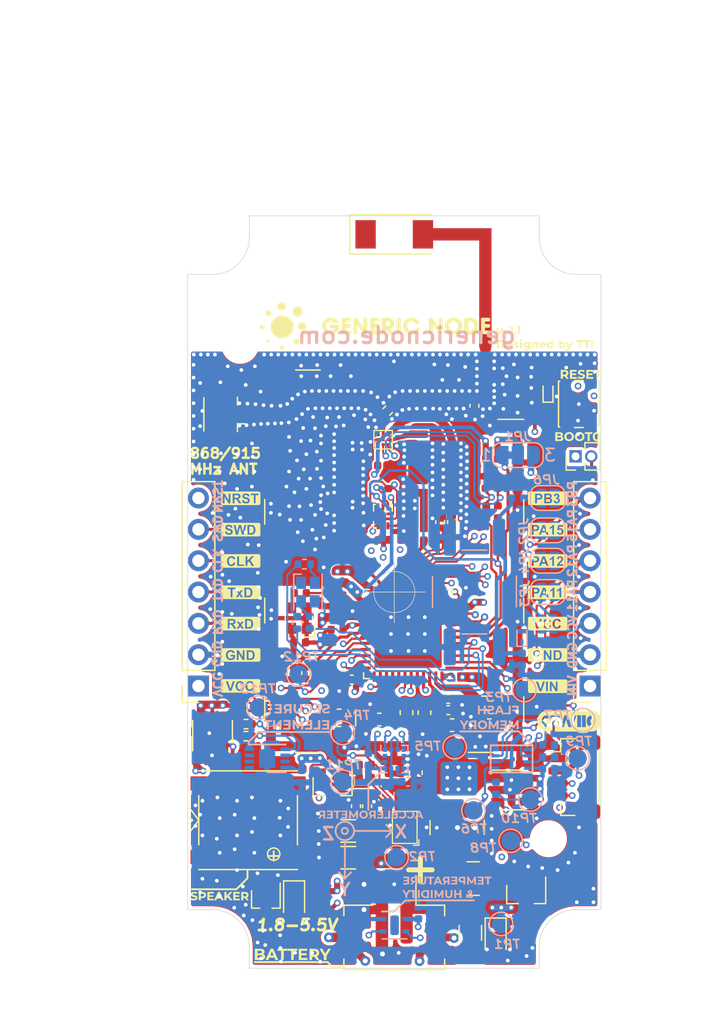
<source format=kicad_pcb>
(kicad_pcb (version 20240108) (generator "pcbnew") (generator_version "8.0")
  (title_block (title "Generic Node SE") (date "2020-10-12") (rev "1.1b") (company "The Things Industries") (comment 1 "drawn by: Orkhan AmirAslan (azerimaker)"))
  (layers (0 "F.Cu" mixed "Top.HF") (1 "In1.Cu" mixed "In1.LF") (2 "In2.Cu" power "In2.PWR") (31 "B.Cu" mixed "B.GND") (34 "B.Paste" user) (35 "F.Paste" user) (36 "B.SilkS" user "B.Silkscreen") (37 "F.SilkS" user "F.Silkscreen") (38 "B.Mask" user) (39 "F.Mask" user) (44 "Edge.Cuts" user))
  (net 0 "")
  (net 1 "GND")
  (net 2 "+BATT")
  (net 3 "/LoRa MCU/PB2")
  (net 4 "/Peripherals/VCC_SENSORS")
  (net 5 "/LoRa MCU/NRST")
  (net 6 "/LoRa MCU/PB3")
  (net 7 "VDDA")
  (net 8 "VDDRF")
  (net 9 "OSC_IN")
  (net 10 "OSC32_IN")
  (net 11 "OSC32_OUT")
  (net 12 "/LoRa MCU/RFI_P")
  (net 13 "Net-(C35-Pad2)")
  (net 14 "VDDRF1V55")
  (net 15 "Net-(C45-Pad2)")
  (net 16 "PB0_VDD_TCXO")
  (net 17 "VDDPA")
  (net 18 "Net-(D3-Pad1)")
  (net 19 "Net-(D3-Pad2)")
  (net 20 "/LoRa MCU/SWCLK")
  (net 21 "/LoRa MCU/SWDIO")
  (net 22 "FE_CTRL3")
  (net 23 "Net-(L1-Pad1)")
  (net 24 "Net-(L1-Pad2)")
  (net 25 "Net-(L3-Pad1)")
  (net 26 "VLXSMPS")
  (net 27 "Net-(Q2-Pad1)")
  (net 28 "/LoRa MCU/PB4")
  (net 29 "/Peripherals/FlashCS")
  (net 30 "FE_CTRL1")
  (net 31 "FE_CTRL2")
  (net 32 "/Peripherals/MOSI")
  (net 33 "/Peripherals/MISO")
  (net 34 "/LoRa MCU/BOOT0")
  (net 35 "Net-(C2-Pad1)")
  (net 36 "/LoRa MCU/RFI_N")
  (net 37 "Net-(C37-Pad2)")
  (net 38 "Net-(C48-Pad2)")
  (net 39 "Net-(D2-Pad1)")
  (net 40 "Net-(D2-Pad2)")
  (net 41 "Net-(F1-Pad2)")
  (net 42 "Net-(JP2-Pad2)")
  (net 43 "Net-(C32-Pad2)")
  (net 44 "Net-(C36-Pad2)")
  (net 45 "Net-(C38-Pad2)")
  (net 46 "Net-(C42-Pad2)")
  (net 47 "Net-(D3-Pad4)")
  (net 48 "/LoRa MCU/PA09_SCL1")
  (net 49 "/LoRa MCU/PA10_SDA1")
  (net 50 "/LoRa MCU/PA2_TxD2")
  (net 51 "/LoRa MCU/PA3_RxD2")
  (net 52 "/LoRa MCU/PA11_SDA2")
  (net 53 "/LoRa MCU/PA12_SCL2")
  (net 54 "/LoRa MCU/PA5_SCK1")
  (net 55 "Net-(JP1-Pad2)")
  (net 56 "Net-(JP3-Pad1)")
  (net 57 "Net-(L2-Pad1)")
  (net 58 "/Power Supply/LS1_SENSORS_EN")
  (net 59 "Net-(R5-Pad2)")
  (net 60 "Net-(R11-Pad2)")
  (net 61 "Net-(R12-Pad2)")
  (net 62 "Vin")
  (net 63 "/LoRa MCU/PA15")
  (net 64 "/LoRa MCU/PB5")
  (net 65 "/LoRa MCU/PB6")
  (net 66 "/LoRa MCU/PB7")
  (net 67 "/LoRa MCU/PA8")
  (net 68 "Net-(AE1-Pad2)")
  (net 69 "Net-(C25-Pad2)")
  (net 70 "Net-(C31-Pad2)")
  (net 71 "Net-(C33-Pad1)")
  (net 72 "Net-(C34-Pad2)")
  (net 73 "Net-(C41-Pad2)")
  (net 74 "Net-(C43-Pad1)")
  (net 75 "Net-(C44-Pad2)")
  (net 76 "Net-(C47-Pad2)")
  (net 77 "Net-(C50-Pad2)")
  (net 78 "Net-(C64-Pad2)")
  (net 79 "Net-(JP4-Pad1)")
  (net 80 "Net-(U2-Pad2)")
  (net 81 "Net-(JP6-Pad2)")
  (net 82 "/Peripherals/VCC_FLASH")
  (net 83 "/Power Supply/LS2_FLASH_EN")
  (net 84 "Net-(C54-Pad2)")
  (net 85 "Net-(C54-Pad1)")
  (net 86 "Net-(J7-Pad1)")
  (net 87 "Net-(R10-Pad2)")
  (net 88 "Net-(C55-Pad2)")
  (net 89 "Net-(L13-Pad1)")
  (footprint "node-lib-v1:Logo_GN_new_2000px" (layer "F.Cu") (at 148.439 83.439)
    (property "Reference" "G-GNSE" (hide yes))
    (property "Value" "LOGO" (hide yes))
  )
  (footprint "node-lib-v1:PinName_NRST" (layer "F.Cu") (at 137.554 97.38)
    (property "Reference" "G-NRST" (hide yes))
    (property "Value" "LOGO" (hide yes))
  )
  (footprint "node-lib-v1:PinName_SWD" (layer "F.Cu") (at 137.554 99.92)
    (property "Reference" "G-SWD" (hide yes))
    (property "Value" "LOGO" (hide yes))
  )
  (footprint "node-lib-v1:PinName_CLK" (layer "F.Cu") (at 137.554 102.46)
    (property "Reference" "G-CLK" (hide yes))
    (property "Value" "LOGO" (hide yes))
  )
  (footprint "node-lib-v1:PinName_PA12" (layer "F.Cu") (at 162.446 102.46)
    (property "Reference" "G-PA12" (hide yes))
    (property "Value" "LOGO" (hide yes))
  )
  (footprint "node-lib-v1:PinName_TxD" (layer "F.Cu") (at 137.554 105)
    (property "Reference" "G-TXD" (hide yes))
    (property "Value" "LOGO" (hide yes))
  )
  (footprint "node-lib-v1:PinName_RxD" (layer "F.Cu") (at 137.554 107.54)
    (property "Reference" "G-RXD" (hide yes))
    (property "Value" "LOGO" (hide yes))
  )
  (footprint "node-lib-v1:PinName_VCC" (layer "F.Cu") (at 137.546 112.59)
    (property "Reference" "G-VCC2" (hide yes))
    (property "Value" "LOGO" (hide yes))
  )
  (footprint "node-lib-v1:PinName_GND" (layer "F.Cu") (at 162.446 110.08)
    (property "Reference" "G-GND" (hide yes))
    (property "Value" "LOGO" (hide yes))
  )
  (footprint "node-lib-v1:PinName_VCC" (layer "F.Cu") (at 162.446 107.54)
    (property "Reference" "G-VCC" (hide yes))
    (property "Value" "LOGO" (hide yes))
  )
  (footprint "node-lib-v1:PinName_PA11" (layer "F.Cu") (at 162.446 105)
    (property "Reference" "G-PA11" (hide yes))
    (property "Value" "LOGO" (hide yes))
  )
  (footprint "node-lib-v1:PinName_PB3" (layer "F.Cu") (at 162.446 97.38)
    (property "Reference" "G-PB3" (hide yes))
    (property "Value" "LOGO" (hide yes))
  )
  (footprint "node-lib-v1:PinName_VIN" (layer "F.Cu") (at 162.446 112.62)
    (property "Reference" "G-VIN" (hide yes))
    (property "Value" "LOGO" (hide yes))
  )
  (footprint "node-lib-v1:PinName_PA15" (layer "F.Cu") (at 162.446 99.92)
    (property "Reference" "G-PA15" (hide yes))
    (property "Value" "LOGO" (hide yes))
  )
  (footprint "node-lib-v1:PinName_GND" (layer "F.Cu") (at 137.554 110.08)
    (property "Reference" "G-GND2" (hide yes))
    (property "Value" "LOGO" (hide yes))
  )
  (footprint "node-lib-v1:Label_RESET_4000px" (layer "F.Cu") (at 165.1 87.3)
    (property "Reference" "G-RST" (hide yes))
    (property "Value" "LOGO" (hide yes))
  )
  (footprint "node-lib-v1:Logo_qwiic_4000px" (layer "F.Cu") (at 164.224 115.414)
    (property "Reference" "G-QWIIC" (hide yes))
    (property "Value" "LOGO" (hide yes))
  )
  (footprint "node-lib-v1:Label_Speaker" (layer "F.Cu") (at 135.9 129.6)
    (property "Reference" "G-SPKR" (hide yes))
    (property "Value" "LOGO" (hide yes))
  )
  (footprint "node-lib-v1:Label_BOOT0_4000px" (layer "F.Cu") (at 164.85 92.35)
    (property "Reference" "G-BOOT0" (hide yes))
    (property "Value" "LOGO" (hide yes))
  )
  (footprint "node-lib-v1:Logo_design_version_2000px" (layer "F.Cu") (at 162.55 84.25)
    (property "Reference" "G-version" (hide yes))
    (property "Value" "LOGO" (hide yes))
  )
  (footprint "Inductor_SMD:L_0402_1005Metric" (layer "F.Cu") (at 157.89 87.52 180)
    (property "Reference" "L14" (hide yes))
    (property "Value" "6.5nH" (hide yes))
  )
  (footprint "Resistor_SMD:R_0402_1005Metric" (layer "F.Cu") (at 149.47 90.29 -135)
    (property "Reference" "R9" (hide yes))
    (property "Value" "0R" (hide yes))
  )
  (footprint "Inductor_SMD:L_0402_1005Metric" (layer "F.Cu") (at 157.4 86.125 90)
    (property "Reference" "L13" (hide yes))
    (property "Value" "27nH" (hide yes))
  )
  (footprint "Capacitor_SMD:C_0402_1005Metric" (layer "F.Cu") (at 156.5 89.895 90)
    (property "Reference" "C55" (hide yes))
    (property "Value" "DNM" (hide yes))
  )
  (footprint "Connector_JST:JST_SH_BM04B-SRSS-TB_1x04-1MP_P1.00mm_Vertical" (layer "F.Cu") (at 164.6 120 -90)
    (property "Reference" "J10" (hide yes))
    (property "Value" "Qwiic" (hide yes))
  )
  (footprint "node-lib-v1:SW_SPST_SKSHABE010" (layer "F.Cu") (at 164.967 89.764 -90)
    (property "Reference" "SW2" (hide yes))
    (property "Value" "RESET" (hide yes))
  )
  (footprint "Connector_JST:JST_PH_B2B-PH-SM4-TB_1x02-1MP_P2.00mm_Vertical" (layer "F.Cu") (at 150 131.25 180)
    (property "Reference" "J2" (hide yes))
    (property "Value" "JST-PH" (hide yes))
  )
  (footprint "node-lib-v1:Crystal_SMD_NX2012SA_32.768KHz" (layer "F.Cu") (at 145.525123 115.197067 180)
    (property "Reference" "Y1" (hide yes))
    (property "Value" "32.768KHz" (hide yes))
  )
  (footprint "Capacitor_SMD:C_0402_1005Metric" (layer "F.Cu") (at 153.723266 99.326695 -90)
    (property "Reference" "C30" (hide yes))
    (property "Value" "2.7pF" (hide yes))
  )
  (footprint "Capacitor_SMD:C_0402_1005Metric" (layer "F.Cu") (at 145.365 108.05 180)
    (property "Reference" "C22" (hide yes))
    (property "Value" "33pF" (hide yes))
  )
  (footprint "Capacitor_SMD:C_0402_1005Metric" (layer "F.Cu") (at 148.211 100.779 180)
    (property "Reference" "C26" (hide yes))
    (property "Value" "68pF" (hide yes))
  )
  (footprint "Resistor_SMD:R_0402_1005Metric" (layer "F.Cu") (at 160.605 131.77)
    (property "Reference" "R1" (hide yes))
    (property "Value" "0R" (hide yes))
  )
  (footprint "Package_TO_SOT_SMD:SOT-23-6" (layer "F.Cu") (at 135.268 116.321 90)
    (property "Reference" "U1" (hide yes))
    (property "Value" "TPS22917DBV" (hide yes))
  )
  (footprint "Capacitor_SMD:C_1206_3216Metric" (layer "F.Cu") (at 156.17 132.63 90)
    (property "Reference" "C1" (hide yes))
    (property "Value" "100uF" (hide yes))
  )
  (footprint "Connector_Coaxial:U.FL_Hirose_U.FL-R-SMT-1_Vertical" (layer "F.Cu") (at 136.4 90.6 180)
    (property "Reference" "J7" (hide yes))
    (property "Value" "U.FL/iPEX" (hide yes))
  )
  (footprint "Inductor_SMD:L_0402_1005Metric" (layer "F.Cu") (at 142.384 105.0825 180)
    (property "Reference" "R5" (hide yes))
    (property "Value" "220R" (hide yes))
  )
  (footprint "Diode_SMD:D_SOD-923" (layer "F.Cu") (at 162.468 88.808 90)
    (property "Reference" "D5" (hide yes))
    (property "Value" "ESD9D5V" (hide yes))
  )
  (footprint "Capacitor_SMD:C_1206_3216Metric" (layer "F.Cu") (at 146.27 124.37)
    (property "Reference" "C4" (hide yes))
    (property "Value" "100uF" (hide yes))
  )
  (footprint "Capacitor_SMD:C_0603_1608Metric" (layer "F.Cu") (at 157.7 115.8 180)
    (property "Reference" "C28" (hide yes))
    (property "Value" "470nF" (hide yes))
  )
  (footprint "Capacitor_SMD:C_0402_1005Metric" (layer "F.Cu") (at 142.86 111.57 -90)
    (property "Reference" "C23" (hide yes))
    (property "Value" "47pF" (hide yes))
  )
  (footprint "Capacitor_SMD:C_0402_1005Metric" (layer "F.Cu") (at 154.688467 99.326695 90)
    (property "Reference" "C31" (hide yes))
    (property "Value" "3.6pF" (hide yes))
  )
  (footprint "Capacitor_SMD:C_0402_1005Metric" (layer "F.Cu") (at 160.615 132.87 180)
    (property "Reference" "C2" (hide yes))
    (property "Value" "DNM" (hide yes))
  )
  (footprint "Capacitor_SMD:C_0603_1608Metric" (layer "F.Cu") (at 152.4508 114.7788 -90)
    (property "Reference" "C13" (hide yes))
    (property "Value" "4.7uF" (hide yes))
  )
  (footprint "Resistor_SMD:R_0402_1005Metric" (layer "F.Cu") (at 144 129.25 180)
    (property "Reference" "R19" (hide yes))
    (property "Value" "33R" (hide yes))
  )
  (footprint "Resistor_SMD:R_0402_1005Metric" (layer "F.Cu") (at 144 130.75 180)
    (property "Reference" "R16" (hide yes))
    (property "Value" "1K" (hide yes))
  )
  (footprint "Resistor_SMD:R_0402_1005Metric" (layer "F.Cu") (at 148.767053 90.307053 -45)
    (property "Reference" "R10" (hide yes))
    (property "Value" "DNM" (hide yes))
  )
  (footprint "Diode_SMD:D_SOD-323" (layer "F.Cu") (at 158.22 132.93 -90)
    (property "Reference" "D1" (hide yes))
    (property "Value" "PESD5V0S1BA" (hide yes))
  )
  (footprint "Inductor_SMD:L_0402_1005Metric" (layer "F.Cu") (at 152.4 100.3 90)
    (property "Reference" "L2" (hide yes))
    (property "Value" "3.3nH" (hide yes))
  )
  (footprint "Fuse:Fuse_1210_3225Metric_Castellated" (layer "F.Cu") (at 156.395 128.23)
    (property "Reference" "F1" (hide yes))
    (property "Value" "PTC 13V 1A" (hide yes))
  )
  (footprint "Capacitor_SMD:C_1206_3216Metric" (layer "F.Cu") (at 146.27 126.54)
    (property "Reference" "C5" (hide yes))
    (property "Value" "100uF" (hide yes))
  )
  (footprint "Resistor_SMD:R_0402_1005Metric" (layer "F.Cu") (at 157.46 98.495 -90)
    (property "Reference" "R6" (hide yes))
    (property "Value" "100R" (hide yes))
  )
  (footprint "Inductor_SMD:L_0402_1005Metric" (layer "F.Cu") (at 145.825 92.675 90)
    (property "Reference" "L11" (hide yes))
    (property "Value" "6.8nH" (hide yes))
  )
  (footprint "Resistor_SMD:R_0402_1005Metric" (layer "F.Cu") (at 158.4 98.5 -90)
    (property "Reference" "R7" (hide yes))
    (property "Value" "100R" (hide yes))
  )
  (footprint "Resistor_SMD:R_0402_1005Metric" (layer "F.Cu") (at 157.9 94.2 180)
    (property "Reference" "R8" (hide yes))
    (property "Value" "100R" (hide yes))
  )
  (footprint "Resistor_SMD:R_0402_1005Metric" (layer "F.Cu") (at 159.55 123.4 180)
    (property "Reference" "R4" (hide yes))
    (property "Value" "100K" (hide yes))
  )
  (footprint "Resistor_SMD:R_0402_1005Metric" (layer "F.Cu") (at 147.65 120.05)
    (property "Reference" "R3" (hide yes))
    (property "Value" "100K" (hide yes))
  )
  (footprint "Resistor_SMD:R_0402_1005Metric" (layer "F.Cu") (at 136.284 118.716)
    (property "Reference" "R2" (hide yes))
    (property "Value" "100K" (hide yes))
  )
  (footprint "Package_TO_SOT_SMD:SOT-323_SC-70" (layer "F.Cu") (at 139.59 129.9 -90)
    (property "Reference" "Q2" (hide yes))
    (property "Value" "PMST4401,115" (hide yes))
  )
  (footprint "Package_TO_SOT_SMD:SOT-23" (layer "F.Cu") (at 160.7 129.5 -90)
    (property "Reference" "Q1" (hide yes))
    (property "Value" "PMV32UP,215" (hide yes))
  )
  (footprint "node-lib-v1:BoLink_704025" (layer "F.Cu") (at 150 105)
    (property "Reference" "N1" (hide yes))
    (property "Value" "BoLink-16174563" (hide yes))
  )
  (footprint "Inductor_SMD:L_0402_1005Metric" (layer "F.Cu") (at 152.4 92.675 90)
    (property "Reference" "L12" (hide yes))
    (property "Value" "8.7nH" (hide yes))
  )
  (footprint "Inductor_SMD:L_0402_1005Metric" (layer "F.Cu") (at 145.825 96.45 90)
    (property "Reference" "L9" (hide yes))
    (property "Value" "3.3nH" (hide yes))
  )
  (footprint "Inductor_SMD:L_0402_1005Metric" (layer "F.Cu") (at 151.939999 98.9)
    (property "Reference" "L7" (hide yes))
    (property "Value" "47nH" (hide yes))
  )
  (footprint "Inductor_SMD:L_0402_1005Metric" (layer "F.Cu") (at 154.211066 100.744695)
    (property "Reference" "L5" (hide yes))
    (property "Value" "11nH" (hide yes))
  )
  (footprint "Capacitor_SMD:C_0402_1005Metric" (layer "F.Cu") (at 146.775 96.45 90)
    (property "Reference" "C38" (hide yes))
    (property "Value" "2.4pF" (hide yes))
  )
  (footprint "Inductor_SMD:L_0402_1005Metric" (layer "F.Cu") (at 145.825 100.325 90)
    (property "Reference" "L3" (hide yes))
    (property "Value" "3.6nH" (hide yes))
  )
  (footprint "MountingHole:MountingHole_2.5mm" (layer "F.Cu") (at 137.5 85)
    (property "Reference" "H2" (hide yes))
    (property "Value" "MountingHole" (hide yes))
  )
  (footprint "Capacitor_SMD:C_0402_1005Metric" (layer "F.Cu") (at 145.3375 105.258)
    (property "Reference" "C43" (hide yes))
    (property "Value" "1nF" (hide yes))
  )
  (footprint "MountingHole:MountingHole_2.5mm" (layer "F.Cu") (at 162.5 125)
    (property "Reference" "H1" (hide yes))
    (property "Value" "MountingHole" (hide yes))
  )
  (footprint "Inductor_SMD:L_0603_1608Metric" (layer "F.Cu") (at 150.9903 114.7788 90)
    (property "Reference" "FB1" (hide yes))
    (property "Value" "600R @100MHz" (hide yes))
  )
  (footprint "Capacitor_SMD:C_0402_1005Metric" (layer "F.Cu") (at 146.775 94.56 -90)
    (property "Reference" "C40" (hide yes))
    (property "Value" "3.9pF" (hide yes))
  )
  (footprint "Capacitor_SMD:C_0402_1005Metric" (layer "F.Cu") (at 151.475 94.55 -90)
    (property "Reference" "C39" (hide yes))
    (property "Value" "3.3pF" (hide yes))
  )
  (footprint "Capacitor_SMD:C_0402_1005Metric" (layer "F.Cu") (at 162.468 90.713 90)
    (property "Reference" "C65" (hide yes))
    (property "Value" "100nF" (hide yes))
  )
  (footprint "Capacitor_SMD:C_0402_1005Metric" (layer "F.Cu") (at 150.05 100.769 180)
    (property "Reference" "C25" (hide yes))
    (property "Value" "47nF" (hide yes))
  )
  (footprint "Capacitor_SMD:C_0402_1005Metric" (layer "F.Cu") (at 158.4 96.1 -90)
    (property "Reference" "C48" (hide yes))
    (property "Value" "1nF" (hide yes))
  )
  (footprint "Capacitor_SMD:C_0402_1005Metric" (layer "F.Cu") (at 144.9235 106.6375 90)
    (property "Reference" "C18" (hide yes))
    (property "Value" "100nF" (hide yes))
  )
  (footprint "Capacitor_SMD:C_0402_1005Metric" (layer "F.Cu") (at 144.612563 116.478858 180)
    (property "Reference" "C46" (hide yes))
    (property "Value" "5.6pF" (hide yes))
  )
  (footprint "Capacitor_SMD:C_0402_1005Metric" (layer "F.Cu") (at 155.8 105.7 90)
    (property "Reference" "C20" (hide yes))
    (property "Value" "100nF" (hide yes))
  )
  (footprint "Capacitor_SMD:C_0402_1005Metric" (layer "F.Cu") (at 145.876 106.6375 90)
    (property "Reference" "C19" (hide yes))
    (property "Value" "33pF" (hide yes))
  )
  (footprint "Capacitor_SMD:C_0402_1005Metric" (layer "F.Cu") (at 146.451041 116.478858)
    (property "Reference" "C49" (hide yes))
    (property "Value" "5.6pF" (hide yes))
  )
  (footprint "Capacitor_SMD:C_0402_1005Metric" (layer "F.Cu") (at 159.665 118.9)
    (property "Reference" "C8" (hide yes))
    (property "Value" "1uF" (hide yes))
  )
  (footprint "Capacitor_SMD:C_0402_1005Metric" (layer "F.Cu") (at 149.5 96.13 90)
    (property "Reference" "C57" (hide yes))
    (property "Value" "100nF" (hide yes))
  )
  (footprint "Capacitor_SMD:C_0402_1005Metric" (layer "F.Cu") (at 157.4 96.1 -90)
    (property "Reference" "C47" (hide yes))
    (property "Value" "1nF" (hide yes))
  )
  (footprint "Capacitor_SMD:C_0402_1005Metric" (layer "F.Cu") (at 152.4 94.55 90)
    (property "Reference" "C42" (hide yes))
    (property "Value" "33pF" (hide yes))
  )
  (footprint "Capacitor_SMD:C_0402_1005Metric" (layer "F.Cu") (at 151.475 96.45 90)
    (property "Reference" "C37" (hide yes))
    (property "Value" "2.7pF" (hide yes))
  )
  (footprint "Capacitor_SMD:C_0402_1005Metric" (layer "F.Cu") (at 142.3181 109.0957 180)
    (property "Reference" "C34" (hide yes))
    (property "Value" "10nF" (hide yes))
  )
  (footprint "Capacitor_SMD:C_0402_1005Metric" (layer "F.Cu") (at 134.379 118.716)
    (property "Reference" "C3" (hide yes))
    (property "Value" "1uF" (hide yes))
  )
  (footprint "Capacitor_SMD:C_0402_1005Metric" (layer "F.Cu") (at 147.65 119 180)
    (property "Reference" "C9" (hide yes))
    (property "Value" "100nF" (hide yes))
  )
  (footprint "Capacitor_SMD:C_0402_1005Metric" (layer "F.Cu") (at 152.875 97.9 180)
    (property "Reference" "C35" (hide yes))
    (property "Value" "5.6pF" (hide yes))
  )
  (footprint "Capacitor_SMD:C_0402_1005Metric" (layer "F.Cu") (at 146.79 91.7 -90)
    (property "Reference" "C44" (hide yes))
    (property "Value" "2.7pF" (hide yes))
  )
  (footprint "Capacitor_SMD:C_0402_1005Metric" (layer "F.Cu") (at 150.5 120.2 90)
    (property "Reference" "C11" (hide yes))
    (property "Value" "1uF" (hide yes))
  )
  (footprint "Capacitor_SMD:C_0402_1005Metric" (layer "F.Cu") (at 149.215 114.15 180)
    (property "Reference" "C17" (hide yes))
    (property "Value" "100nF" (hide yes))
  )
  (footprint "Inductor_SMD:L_0402_1005Metric" (layer "F.Cu") (at 152.4 96.45 90)
    (property "Reference" "L8" (hide yes))
    (property "Value" "3nH" (hide yes))
  )
  (footprint "Inductor_SMD:L_0402_1005Metric" (layer "F.Cu") (at 146.31 98.9 180)
    (property "Reference" "L6" (hide yes))
    (property "Value" "47nH" (hide yes))
  )
  (footprint "Inductor_SMD:L_0402_1005Metric" (layer "F.Cu") (at 142.3205 110.0609 180)
    (property "Reference" "L10" (hide yes))
    (property "Value" "1400R @1GHz" (hide yes))
  )
  (footprint "Capacitor_SMD:C_0402_1005Metric" (layer "F.Cu") (at 149.55 120.2 -90)
    (property "Reference" "C10" (hide yes))
    (property "Value" "100nF" (hide yes))
  )
  (footprint "Capacitor_SMD:C_0402_1005Metric" (layer "F.Cu") (at 146.775 100.31 90)
    (property "Reference" "C32" (hide yes))
    (property "Value" "33pF" (hide yes))
  )
  (footprint "Capacitor_SMD:C_0402_1005Metric" (layer "F.Cu") (at 145.825 94.55 90)
    (property "Reference" "C41" (hide yes))
    (property "Value" "33pF" (hide yes))
  )
  (footprint "Connector_PinSocket_2.54mm:PinSocket_1x07_P2.54mm_Vertical" (layer "F.Cu") (at 134.125 112.62 180)
    (property "Reference" "J8" (hide yes))
    (property "Value" "DEBUG" (hide yes))
  )
  (footprint "Capacitor_SMD:C_0402_1005Metric" (layer "F.Cu") (at 141.8595 111.595 -90)
    (property "Reference" "C24" (hide yes))
    (property "Value" "100nF" (hide yes))
  )
  (footprint "Capacitor_SMD:C_0402_1005Metric" (layer "F.Cu") (at 145.34 104.275 180)
    (property "Reference" "C21" (hide yes))
    (property "Value" "33pF" (hide yes))
  )
  (footprint "Capacitor_SMD:C_0402_1005Metric" (layer "F.Cu") (at 149.14 94.75 180)
    (property "Reference" "C50" (hide yes))
    (property "Value" "1nF" (hide yes))
  )
  (footprint "Capacitor_SMD:C_0402_1005Metric" (layer "F.Cu") (at 151.475 92.675 90)
    (property "Reference" "C45" (hide yes))
    (property "Value" "1.3pF" (hide yes))
  )
  (footprint "Capacitor_SMD:C_0402_1005Metric" (layer "F.Cu") (at 151.475 100.3 -90)
    (property "Reference" "C33" (hide yes))
    (property "Value" "33pF" (hide yes))
  )
  (footprint "Capacitor_SMD:C_0402_1005Metric" (layer "F.Cu") (at 145.34 97.9)
    (property "Reference" "C36" (hide yes))
    (property "Value" "6.8pF" (hide yes))
  )
  (footprint "Capacitor_SMD:C_0402_1005Metric" (layer "F.Cu") (at 146.9 122.36 90)
    (property "Reference" "C6" (hide yes))
    (property "Value" "1uF" (hide yes))
  )
  (footprint "Capacitor_SMD:C_0603_1608Metric" (layer "F.Cu") (at 151.75 119.65 -90)
    (property "Reference" "C12" (hide yes))
    (property "Value" "22uF" (hide yes))
  )
  (footprint "Capacitor_SMD:C_0402_1005Metric" (layer "F.Cu") (at 154.3812 113.6612)
    (property "Reference" "C29" (hide yes))
    (property "Value" "100nF" (hide yes))
  )
  (footprint "Inductor_SMD:L_0402_1005Metric" (layer "F.Cu") (at 162.9 93.9 -90)
    (property "Reference" "R20" (hide yes))
    (property "Value" "10K" (hide yes))
  )
  (footprint "Resistor_SMD:R_0402_1005Metric" (layer "F.Cu") (at 137.982 115.705 180)
    (property "Reference" "R14" (hide yes))
    (property "Value" "4K7" (hide yes))
  )
  (footprint "Capacitor_SMD:C_0402_1005Metric" (layer "F.Cu") (at 154.3812 114.5756)
    (property "Reference" "C14" (hide yes))
    (property "Value" "100nF" (hide yes))
  )
  (footprint "Capacitor_SMD:C_0402_1005Metric" (layer "F.Cu") (at 146.55 112.1 180)
    (property "Reference" "C16" (hide yes))
    (property "Value" "100nF" (hide yes))
  )
  (footprint "Capacitor_SMD:C_0603_1608Metric" (layer "F.Cu") (at 154.686 115.7948)
    (property "Reference" "C27" (hide yes))
    (property "Value" "4.7uF" (hide yes))
  )
  (footprint "Connector_PinSocket_2.54mm:PinSocket_1x07_P2.54mm_Vertical" (layer "F.Cu") (at 165.875 112.62 180)
    (property "Reference" "J9" (hide yes))
    (property "Value" "UART/I2C" (hide yes))
  )
  (footprint "Connector_PinHeader_1.27mm:PinHeader_1x02_P1.27mm_Vertical" (layer "F.Cu") (at 164.7 94 90)
    (property "Reference" "JP5" (hide yes))
    (property "Value" "BOOT0" (hide yes))
  )
  (footprint "node-lib-v1:Buzzer_MLT-7525" (layer "F.Cu") (at 138.15 123.5 180)
    (property "Reference" "PZ1" (hide yes))
    (property "Value" "MLT-7525" (hide yes))
  )
  (footprint "node-lib-v1:L_0805_2012Metric_custom" (layer "F.Cu") (at 157.5 114)
    (property "Reference" "L4" (hide yes))
    (property "Value" "15uH" (hide yes))
  )
  (footprint "node-lib-v1:L_HPC4012TF-2R2M" (layer "F.Cu") (at 155.1 124.1 -90)
    (property "Reference" "L1" (hide yes))
    (property "Value" "2.2uH" (hide yes))
  )
  (footprint "node-lib-v1:RF_Shield_SnapOn_30x20mm_w_Cutout_n_GND_Pads" (layer "F.Cu") (at 150 102.5)
    (property "Reference" "J4" (hide yes))
    (property "Value" "RF_Shield_One_Piece" (hide yes))
  )
  (footprint "node-lib-v1:RF_Shield_Clip_S1001-46R" (layer "F.Cu") (at 160 102.5 90)
    (property "Reference" "J6")
    (property "Value" "S1001-46R" (hide yes))
  )
  (footprint "Package_TO_SOT_SMD:SOT-23-6" (layer "F.Cu") (at 159.5 121.05)
    (property "Reference" "U3" (hide yes))
    (property "Value" "TPS22917DBV" (hide yes))
  )
  (footprint "Capacitor_SMD:C_0603_1608Metric" (layer "F.Cu") (at 148.7932 115.3376 180)
    (property "Reference" "C15" (hide yes))
    (property "Value" "4.7uF" (hide yes))
  )
  (footprint "Package_DFN_QFN:QFN-48-1EP_7x7mm_P0.5mm_EP5.45x5.45mm" (layer "F.Cu") (at 151.12 108.4085 180)
    (property "Reference" "U5" (hide yes))
    (property "Value" "STM32WL55CCU6" (hide yes))
  )
  (footprint "node-lib-v1:RF_Shield_Clip_S1001-46R" (layer "F.Cu") (at 150 87.5)
    (property "Reference" "J1")
    (property "Value" "S1001-46R" (hide yes))
  )
  (footprint "Resistor_SMD:R_0402_1005Metric" (layer "F.Cu") (at 137.972 116.684)
    (property "Reference" "R17" (hide yes))
    (property "Value" "4K7" (hide yes))
  )
  (footprint "node-lib-v1:RF_Shield_Clip_S1001-46R" (layer "F.Cu") (at 140 102.5 90)
    (property "Reference" "J3")
    (property "Value" "S1001-46R" (hide yes))
  )
  (footprint "Crystal:Crystal_SMD_Abracon_ABM10-4Pin_2.5x2.0mm" (layer "F.Cu") (at 142.2697 107.1145 180)
    (property "Reference" "X1" (hide yes))
    (property "Value" "32MHz" (hide yes))
  )
  (footprint "node-lib-v1:D_SOD-323F_custom" (layer "F.Cu") (at 141.88 129.92 -90)
    (property "Reference" "D2" (hide yes))
    (property "Value" "1N4148WSF-7" (hide yes))
  )
  (footprint "node-lib-v1:Antenna_Fractus_NN02-201" (layer "F.Cu") (at 150 76)
    (property "Reference" "AE1" (hide yes))
    (property "Value" "NN02-201" (hide yes))
  )
  (footprint "node-lib-v1:RF_Shield_Clip_S1001-46R" (layer "F.Cu") (at 150 117.49)
    (property "Reference" "J5")
    (property "Value" "S1001-46R" (hide yes))
  )
  (footprint "Package_TO_SOT_SMD:SOT-23" (layer "F.Cu") (at 145 120.75 -90)
    (property "Reference" "U2" (hide yes))
    (property "Value" "TPS3839G18DBZT‎" (hide yes))
  )
  (footprint "node-lib-v1:RFSW_BGS13S4N9E6327XTSA1" (layer "F.Cu") (at 149.1 92.65 180)
    (property "Reference" "U7" (hide yes))
    (property "Value" "BGS13S4N9" (hide yes))
  )
  (footprint "Package_DFN_QFN:UQFN-10_1.4x1.8mm_P0.4mm" (layer "F.Cu") (at 149.081 98.863 180)
    (property "Reference" "U6" (hide yes))
    (property "Value" "TS3A5223RSWR" (hide yes))
  )
  (footprint "node-lib-v1:WLCSP-20-P3_1.994x1.609mm_Layout5x4_P0.4mm" (layer "F.Cu") (at 150.85 124.08 90)
    (property "Reference" "U4" (hide yes))
    (property "Value" "RP605Z283B" (hide yes))
  )
  (footprint "node-lib-v1:Label_BATTERY_2500px" (layer "F.Cu") (at 141.7 134.3)
    (property "Reference" "G-BAT" (hide yes))
    (property "Value" "LOGO" (hide yes))
  )
  (footprint "Capacitor_SMD:C_0402_1005Metric" (layer "F.Cu") (at 147.8 122.36 90)
    (property "Reference" "C7" (hide yes))
    (property "Value" "100nF" (hide yes))
  )
  (footprint "Inductor_SMD:L_0402_1005Metric" (layer "F.Cu") (at 157.39 88.915 90)
    (property "Reference" "L15" (hide yes))
    (property "Value" "8nH")
  )
  (footprint "node-lib-v1:Label_SE_3000px" (layer "B.Cu") (at 141.95 115.05 180)
    (property "Reference" "G-SE" (hide yes))
    (property "Value" "LOGO" (hide yes))
  )
  (footprint "node-lib-v1:Label_T_H_2000px" (layer "B.Cu") (at 155 128.85 180)
    (property "Reference" "G-TH" (hide yes))
    (property "Value" "LOGO" (hide yes))
  )
  (footprint "node-lib-v1:Label_FLASH_3000px" (layer "B.Cu") (at 157.3 115.1 180)
    (property "Reference" "G-FLASH" (hide yes))
    (property "Value" "LOGO" (hide yes))
  )
  (footprint "node-lib-v1:LAbel_ACCELL_2000px" (layer "B.Cu") (at 148.1 122.95 180)
    (property "Reference" "G-ACCELL" (hide yes))
    (property "Value" "LOGO" (hide yes))
  )
  (footprint "TestPoint:TestPoint_Pad_D1.5mm" (layer "B.Cu") (at 164.86 118.49)
    (property "Reference" "TP9")
    (property "Value" "MOSI" (hide yes))
  )
  (footprint "TestPoint:TestPoint_Pad_D1.5mm" (layer "B.Cu") (at 159.44 125.17)
    (property "Reference" "TP8")
    (property "Value" "SCK" (hide yes))
  )
  (footprint "TestPoint:TestPoint_Pad_D1.5mm" (layer "B.Cu") (at 139.021 114.36)
    (property "Reference" "TP13")
    (property "Value" "SCL" (hide yes))
  )
  (footprint "node-lib-v1:PushButton_KSC721GLFS" (layer "B.Cu") (at 156.5 105 90)
    (property "Reference" "SW1" (hide yes))
    (property "Value" "USR_BTN" (hide yes))
  )
  (footprint "TestPoint:TestPoint_Pad_D1.5mm" (layer "B.Cu") (at 161.037 121.824)
    (property "Reference" "TP10")
    (property "Value" "VCC_F" (hide yes))
  )
  (footprint "TestPoint:TestPoint_Pad_D1.5mm" (layer "B.Cu") (at 142.24 111.68)
    (property "Reference" "TP12")
    (property "Value" "SDA" (hide yes))
  )
  (footprint "TestPoint:TestPoint_Pad_D1.5mm" (layer "B.Cu") (at 145.826 120.377)
    (property "Reference" "TP11")
    (property "Value" "VCC_S" (hide yes))
  )
  (footprint "TestPoint:TestPoint_Pad_D1.5mm" (layer "B.Cu") (at 165.3 115.38)
    (property "Reference" "TP7")
    (property "Value" "MISO" (hide yes))
  )
  (footprint "TestPoint:TestPoint_Pad_D1.5mm" (layer "B.Cu") (at 156.42 122.71)
    (property "Reference" "TP6")
    (property "Value" "CS" (hide yes))
  )
  (footprint "TestPoint:TestPoint_Pad_D1.5mm" (layer "B.Cu") (at 145.825 116.425)
    (property "Reference" "TP4")
    (property "Value" "VBAT_ADC" (hide yes))
  )
  (footprint "TestPoint:TestPoint_Pad_D1.5mm" (layer "B.Cu") (at 158.66 131.91)
    (property "Reference" "TP1")
    (property "Value" "VIN" (hide yes))
  )
  (footprint "Diode_SMD:D_SOD-923" (layer "B.Cu") (at 160.35 108.6 90)
    (property "Reference" "D4" (hide yes))
    (property "Value" "ESD9D5V" (hide yes))
  )
  (footprint "TestPoint:TestPoint_Pad_D1.5mm" (layer "B.Cu") (at 154.9 117.58)
    (property "Reference" "TP5")
    (property "Value" "VCC" (hide yes))
  )
  (footprint "TestPoint:TestPoint_Pad_D1.5mm" (layer "B.Cu") (at 150.19 126.5)
    (property "Reference" "TP2")
    (property "Value" "VBAT" (hide yes))
  )
  (footprint "Jumper:SolderJumper-3_P1.3mm_Bridged12_RoundedPad1.0x1.5mm_NumberLabels" (layer "B.Cu") (at 160.02 93.9)
    (property "Reference" "JP1")
    (property "Value" "VDD_RF_SW" (hide yes))
  )
  (footprint "Resistor_SMD:R_0402_1005Metric" (layer "B.Cu") (at 142.715 102.741)
    (property "Reference" "R22" (hide yes))
    (property "Value" "330R" (hide yes))
  )
  (footprint "LED_SMD:LED_Cree-PLCC4_2x2mm_CW" (layer "B.Cu") (at 143 105 -90)
    (property "Reference" "D3" (hide yes))
    (property "Value" "FM-B2020RGBA" (hide yes))
  )
  (footprint "Resistor_SMD:R_0402_1005Metric" (layer "B.Cu") (at 160 97.4 180)
    (property "Reference" "R24" (hide yes))
    (property "Value" "100R" (hide yes))
  )
  (footprint "Jumper:SolderJumper-2_P1.3mm_Bridged2Bar_RoundedPad1.0x1.5mm" (layer "B.Cu") (at 162.446 100 180)
    (property "Reference" "JP2")
    (property "Value" "BUZZ_KILL" (hide yes))
  )
  (footprint "Resistor_SMD:R_0402_1005Metric" (layer "B.Cu") (at 161.938 107.588 90)
    (property "Reference" "R18" (hide yes))
    (property "Value" "4K7" (hide yes))
  )
  (footprint "Resistor_SMD:R_0402_1005Metric" (layer "B.Cu") (at 158.25 120.9 90)
    (property "Reference" "R13" (hide yes))
    (property "Value" "10K" (hide yes))
  )
  (footprint "Resistor_SMD:R_0402_1005Metric" (layer "B.Cu") (at 143.151 107.465 90)
    (property "Reference" "R23" (hide yes))
    (property "Value" "330R" (hide yes))
  )
  (footprint "Jumper:SolderJumper-2_P1.3mm_Bridged2Bar_RoundedPad1.0x1.5mm" (layer "B.Cu") (at 162.446 105)
    (property "Reference" "JP3")
    (property "Value" "SDA2_CUT" (hide yes))
  )
  (footprint "TestPoint:TestPoint_Pad_D1.5mm" (layer "B.Cu") (at 160.55 112.95)
    (property "Reference" "TP3")
    (property "Value" "VBAT_READ_EN" (hide yes))
  )
  (footprint "Resistor_SMD:R_0402_1005Metric" (layer "B.Cu") (at 162.5 117.4 180)
    (property "Reference" "R12" (hide yes))
    (property "Value" "DNM" (hide yes))
  )
  (footprint "Resistor_SMD:R_0402_1005Metric" (layer "B.Cu") (at 162.954 107.588 -90)
    (property "Reference" "R15" (hide yes))
    (property "Value" "4K7" (hide yes))
  )
  (footprint "Resistor_SMD:R_0402_1005Metric" (layer "B.Cu") (at 162.514 118.369 180)
    (property "Reference" "R11" (hide yes))
    (property "Value" "DNM" (hide yes))
  )
  (footprint "Capacitor_SMD:C_0402_1005Metric" (layer "B.Cu") (at 160.35 110.45 90)
    (property "Reference" "C64" (hide yes))
    (property "Value" "100nF" (hide yes))
  )
  (footprint "Capacitor_SMD:C_0402_1005Metric" (layer "B.Cu") (at 147.905 118.559 -90)
    (property "Reference" "C61" (hide yes))
    (property "Value" "100nF" (hide yes))
  )
  (footprint "Capacitor_SMD:C_0402_1005Metric" (layer "B.Cu") (at 151.953 131.009 -90)
    (property "Reference" "C63" (hide yes))
    (property "Value" "100nF" (hide yes))
  )
  (footprint "Capacitor_SMD:C_0402_1005Metric" (layer "B.Cu") (at 142.48 119.95 90)
    (property "Reference" "C62" (hide yes))
    (property "Value" "100nF" (hide yes))
  )
  (footprint "Capacitor_SMD:C_0402_1005Metric" (layer "B.Cu") (at 162.51 119.33 180)
    (property "Reference" "C60" (hide yes))
    (property "Value" "100nF" (hide yes))
  )
  (footprint "Capacitor_SMD:C_0402_1005Metric" (layer "B.Cu") (at 151.114 120.371 180)
    (property "Reference" "C59" (hide yes))
    (property "Value" "100nF" (hide yes))
  )
  (footprint "Capacitor_SMD:C_0603_1608Metric" (layer "B.Cu") (at 149.47 121.38 90)
    (property "Reference" "C58" (hide yes))
    (property "Value" "10uF" (hide yes))
  )
  (footprint "Jumper:SolderJumper-2_P1.3mm_Bridged2Bar_RoundedPad1.0x1.5mm" (layer "B.Cu") (at 162.446 97.38 180)
    (property "Reference" "JP6")
    (property "Value" "BTN_CUT" (hide yes))
  )
  (footprint "Jumper:SolderJumper-2_P1.3mm_Bridged2Bar_RoundedPad1.0x1.5mm" (layer "B.Cu") (at 162.446 102.46)
    (property "Reference" "JP4")
    (property "Value" "SCL2_CUT" (hide yes))
  )
  (footprint "node-lib-v1:Sensirion_DFN-4-1EP_2x2mm_P1mm_EP0.7x1.6mm" (layer "B.Cu") (at 150.0254 132.0129 180)
    (property "Reference" "U10" (hide yes))
    (property "Value" "SHTC3" (hide yes))
  )
  (footprint "Package_LGA:LGA-12_2x2mm_P0.5mm" (layer "B.Cu") (at 150.008 118.538803 -90)
    (property "Reference" "U9" (hide yes))
    (property "Value" "LIS2DH12" (hide yes))
  )
  (footprint "Package_DFN_QFN:DFN-8-1EP_3x2mm_P0.5mm_EP1.3x1.5mm" (layer "B.Cu") (at 139.7 118.488803)
    (property "Reference" "U11" (hide yes))
    (property "Value" "ATECC608B-TNGLORAU" (hide yes))
  )
  (footprint "node-lib-v1:FLASH_UFDFN-8-MX25R1635F" (layer "B.Cu") (at 159.512 118.527)
    (property "Reference" "U8" (hide yes))
    (property "Value" "MX25R1635" (hide yes))
  )
  (footprint "Resistor_SMD:R_0402_1005Metric" (layer "B.Cu") (at 142.135 107.465 90)
    (property "Reference" "R21" (hide yes))
    (property "Value" "1K" (hide yes))
  )
  (gr_circle (center 145.993 124.368) (end 145.993 124.118) (stroke (width 0.15)) (fill none) (layer "B.SilkS"))
  (gr_circle (center 145.993 124.368) (end 145.993 123.618) (stroke (width 0.15)) (fill none) (layer "B.SilkS"))
  (gr_line (start 146.843 124.368) (end 149.843 124.368) (stroke (width 0.15)) (layer "B.SilkS"))
  (gr_line (start 148.9 119.6) (end 147.9 120.6) (stroke (width 0.15)) (layer "B.SilkS"))
  (gr_line (start 145.998025 128.221554) (end 146.498026 127.721553) (stroke (width 0.15)) (layer "B.SilkS"))
  (gr_line (start 160.8 117) (end 161.2 117.4) (stroke (width 0.15)) (layer "B.SilkS"))
  (gr_line (start 138.2 117.15) (end 139 116.35) (stroke (width 0.15)) (layer "B.SilkS"))
  (gr_line (start 150 130.9) (end 150.9 130) (stroke (width 0.15)) (layer "B.SilkS"))
  (gr_line (start 150.9 130) (end 156.45 130) (stroke (width 0.15)) (layer "B.SilkS"))
  (gr_line (start 139 116.35) (end 144.7 116.35) (stroke (width 0.15)) (layer "B.SilkS"))
  (gr_line (start 138.2 117.35) (end 138.2 117.15) (stroke (width 0.15)) (layer "B.SilkS"))
  (gr_line (start 160.8 117) (end 160.1 116.3) (stroke (width 0.15)) (layer "B.SilkS"))
  (gr_line (start 145.998025 125.221553) (end 145.998025 128.221554) (stroke (width 0.15)) (layer "B.SilkS"))
  (gr_line (start 149.843 124.368) (end 149.343001 123.868) (stroke (width 0.15)) (layer "B.SilkS"))
  (gr_line (start 149.843 124.368) (end 149.343 124.868) (stroke (width 0.15)) (layer "B.SilkS"))
  (gr_line (start 145.998025 128.221554) (end 145.498025 127.721553) (stroke (width 0.15)) (layer "B.SilkS"))
  (gr_line (start 147.9 120.6) (end 147.9 122.65) (stroke (width 0.15)) (layer "B.SilkS"))
  (gr_line (start 150 130.9) (end 149 130.9) (stroke (width 0.15)) (layer "B.SilkS"))
  (gr_line (start 160.1 116.3) (end 155.35 116.3) (stroke (width 0.15)) (layer "B.SilkS"))
  (gr_line (start 138.7 135) (end 144.6 135) (stroke (width 0.15)) (layer "F.SilkS"))
  (gr_line (start 144.6 135) (end 145 135.4) (stroke (width 0.15)) (layer "F.SilkS"))
  (gr_line (start 133.6 129.1) (end 137.2 129.1) (stroke (width 0.15)) (layer "F.SilkS"))
  (gr_line (start 137.2 129.1) (end 138.1 128.2) (stroke (width 0.15)) (layer "F.SilkS"))
  (gr_line (start 138.1 128.2) (end 138.1 127.6) (stroke (width 0.15)) (layer "F.SilkS"))
  (gr_line (start 145 135.4) (end 145.9 135.4) (stroke (width 0.15)) (layer "F.SilkS"))
  (gr_line (start 161.75 135.5) (end 138.25 135.5) (stroke (width 0.05)) (layer "Edge.Cuts"))
  (gr_line (start 166.75 130.75) (end 164.75 130.75) (stroke (width 0.05)) (layer "Edge.Cuts"))
  (gr_line (start 133.25 130.75) (end 133.25 79.25) (stroke (width 0.05)) (layer "Edge.Cuts"))
  (gr_line (start 135.25 130.75) (end 133.25 130.75) (stroke (width 0.05)) (layer "Edge.Cuts"))
  (gr_arc (start 138.25 76.25) (mid 137.37132 78.37132) (end 135.25 79.25) (stroke (width 0.05)) (layer "Edge.Cuts"))
  (gr_arc (start 161.75 133.75) (mid 162.62868 131.62868) (end 164.75 130.75) (stroke (width 0.05)) (layer "Edge.Cuts"))
  (gr_line (start 164.75 79.25) (end 166.75 79.25) (stroke (width 0.05)) (layer "Edge.Cuts"))
  (gr_line (start 138.25 133.75) (end 138.25 135.5) (stroke (width 0.05)) (layer "Edge.Cuts"))
  (gr_line (start 161.75 135.5) (end 161.75 133.75) (stroke (width 0.05)) (layer "Edge.Cuts"))
  (gr_line (start 138.25 74.5) (end 138.25 76.25) (stroke (width 0.05)) (layer "Edge.Cuts"))
  (gr_line (start 138.25 74.5) (end 161.75 74.5) (stroke (width 0.05)) (layer "Edge.Cuts"))
  (gr_arc (start 164.75 79.25) (mid 162.62868 78.37132) (end 161.75 76.25) (stroke (width 0.05)) (layer "Edge.Cuts"))
  (gr_line (start 161.75 74.5) (end 161.75 76.25) (stroke (width 0.05)) (layer "Edge.Cuts"))
  (gr_line (start 133.25 79.25) (end 135.25 79.25) (stroke (width 0.05)) (layer "Edge.Cuts"))
  (gr_arc (start 135.25 130.75) (mid 137.37132 131.62868) (end 138.25 133.75) (stroke (width 0.05)) (layer "Edge.Cuts"))
  (gr_line (start 166.75 79.25) (end 166.75 130.75) (stroke (width 0.05)) (layer "Edge.Cuts"))
  (gr_text "Z" (at 144.65 124.6 0) (layer "B.SilkS") (effects (font (size 1 1) (thickness 0.2)) (justify mirror)))
  (gr_text "Y" (at 145.987 129.123 0) (layer "B.SilkS") (effects (font (size 1 1) (thickness 0.2)) (justify mirror)))
  (gr_text "X" (at 150.535 124.34 180) (layer "B.SilkS") (effects (font (size 1 1) (thickness 0.2)) (justify mirror)))
  (gr_text "VIN" (at 164.45 112.6 90) (layer "B.SilkS") (effects (font (size 0.7 0.7) (thickness 0.175)) (justify mirror)))
  (gr_text "GND" (at 135.6 111.2 270) (layer "B.SilkS") (effects (font (size 0.7 0.7) (thickness 0.175)) (justify left mirror)))
  (gr_text "VCC" (at 164.45 107.859719 90) (layer "B.SilkS") (effects (font (size 0.7 0.7) (thickness 0.175)) (justify mirror)))
  (gr_text "PA11" (at 164.45 106.735414 90) (layer "B.SilkS") (effects (font (size 0.7 0.7) (thickness 0.175)) (justify right mirror)))
  (gr_text "PB3" (at 164.45 98.2 90) (layer "B.SilkS") (effects (font (size 0.7 0.7) (thickness 0.175)) (justify right mirror)))
  (gr_text "PA15" (at 164.45 101.045138 90) (layer "B.SilkS") (effects (font (size 0.7 0.7) (thickness 0.175)) (justify right mirror)))
  (gr_text "VCC" (at 135.65 113.6 270) (layer "B.SilkS") (effects (font (size 0.7 0.7) (thickness 0.175)) (justify left mirror)))
  (gr_text "RXD" (at 135.65 108.6 270) (layer "B.SilkS") (effects (font (size 0.7 0.7) (thickness 0.175)) (justify left mirror)))
  (gr_text "GND" (at 164.45 110.138191 90) (layer "B.SilkS") (effects (font (size 0.7 0.7) (thickness 0.175)) (justify mirror)))
  (gr_text "PA12" (at 164.45 103.890276 90) (layer "B.SilkS") (effects (font (size 0.7 0.7) (thickness 0.175)) (justify right mirror)))
  (gr_text "TXD" (at 135.65 105.9 270) (layer "B.SilkS") (effects (font (size 0.7 0.7) (thickness 0.175)) (justify left mirror)))
  (gr_text "CLK" (at 135.65 103.55 270) (layer "B.SilkS") (effects (font (size 0.7 0.7) (thickness 0.175)) (justify left mirror)))
  (gr_text "NRST" (at 135.65 98.7 270) (layer "B.SilkS") (effects (font (size 0.7 0.7) (thickness 0.175)) (justify left mirror)))
  (gr_text "SWD" (at 135.65 101.05 270) (layer "B.SilkS") (effects (font (size 0.7 0.7) (thickness 0.175)) (justify left mirror)))
  (gr_text "genericnode.com" (at 160 84.2 0) (layer "B.SilkS") (effects (font (size 1.3 1.4) (thickness 0.25)) (justify left mirror)))
  (gr_text "+" (at 152.12 127.34 0) (layer "F.SilkS") (effects (font (size 2.5 2.5) (thickness 0.4))))
  (gr_text "1.8-5.5V" (at 138.7 132 0) (layer "F.SilkS") (effects (font (size 0.9 0.95) (thickness 0.225) (italic yes)) (justify left)))
  (gr_text "868/915\nMHz ANT" (at 133.3 94.4 0) (layer "F.SilkS") (effects (font (size 0.8 0.85) (thickness 0.2)) (justify left)))
  (target plus (at 150 105) (size 5) (width 0.05) (layer "Edge.Cuts"))
  (target plus (at 150 105) (size 5) (width 0.05) (layer "Edge.Cuts"))
  (segment (start 146.6 133) (end 146.6 133.85) (width 0.635) (layer "F.Cu") (net 0))
  (segment (start 146.6 133) (end 144.7 133) (width 0.762) (layer "F.Cu") (net 0))
  (segment (start 153.4 133) (end 154.8 133) (width 0.635) (layer "F.Cu") (net 0))
  (segment (start 153.4 133) (end 152.05 134.35) (width 0.635) (layer "F.Cu") (net 0))
  (segment (start 146.6 133.85) (end 147.65 134.9) (width 0.635) (layer "F.Cu") (net 0))
  (segment (start 154.8 133) (end 154.85 133.05) (width 0.635) (layer "F.Cu") (net 0))
  (segment (start 152.05 134.35) (end 152.05 134.922568) (width 0.635) (layer "F.Cu") (net 0))
  (via (at 147.65 134.9) (size 0.8) (drill 0.4) (layers "F.Cu" "B.Cu") (net 0))
  (via (at 154.85 133.05) (size 0.8) (drill 0.4) (layers "F.Cu" "B.Cu") (net 0))
  (via (at 144.7 133) (size 0.8) (drill 0.4) (layers "F.Cu" "B.Cu") (net 0))
  (via (at 164.9 88.3) (size 0.55) (drill 0.3) (layers "F.Cu" "B.Cu") (net 0))
  (via (at 152.05 134.922568) (size 0.8) (drill 0.4) (layers "F.Cu" "B.Cu") (net 0))
  (via (at 166.2 89.1) (size 0.55) (drill 0.3) (layers "F.Cu" "B.Cu") (net 0))
  (segment (start 143.915 126.54) (end 143.9 126.525) (width 0.508) (layer "F.Cu") (net 1))
  (segment (start 160.13 132.87) (end 160.13 133.57) (width 0.381) (layer "F.Cu") (net 1))
  (segment (start 149 128.7) (end 147.55 128.7) (width 1) (layer "F.Cu") (net 1))
  (segment (start 144.87 124.37) (end 143.88 124.37) (width 0.508) (layer "F.Cu") (net 1))
  (segment (start 144.87 126.54) (end 143.915 126.54) (width 0.508) (layer "F.Cu") (net 1))
  (segment (start 157.52 133.98) (end 156.22 133.98) (width 0.635) (layer "F.Cu") (net 1))
  (segment (start 156.22 133.98) (end 156.17 134.03) (width 0.635) (layer "F.Cu") (net 1))
  (segment (start 149 130.75) (end 149 128.7) (width 1) (layer "F.Cu") (net 1))
  (segment (start 160.13 133.57) (end 159.72 133.98) (width 0.381) (layer "F.Cu") (net 1))
  (segment (start 159.72 133.98) (end 159.38 133.98) (width 0.381) (layer "F.Cu") (net 1))
  (segment (start 160.12 131.77) (end 160.12 132.86) (width 0.381) (layer "F.Cu") (net 1))
  (segment (start 160.12 132.86) (end 160.13 132.87) (width 0.381) (layer "F.Cu") (net 1))
  (segment (start 158.22 133.98) (end 157.52 133.98) (width 0.635) (layer "F.Cu") (net 1))
  (segment (start 149 130.75) (end 147.55 130.75) (width 0.762) (layer "F.Cu") (net 1))
  (segment (start 151.75 124.08) (end 152.62 124.08) (width 0.3048) (layer "F.Cu") (net 1))
  (segment (start 151.45 124.08) (end 151.75 124.08) (width 0.2032) (layer "F.Cu") (net 1))
  (segment (start 160.035 123.4) (end 160.035 122.835) (width 0.254) (layer "F.Cu") (net 1))
  (segment (start 147.165 120.05) (end 147.165 119.425) (width 0.254) (layer "F.Cu") (net 1))
  (segment (start 147.165 119.425) (end 147.165 119) (width 0.254) (layer "F.Cu") (net 1))
  (segment (start 150.5 119) (end 150.0495 118.5495) (width 0.381) (layer "F.Cu") (net 1))
  (segment (start 155.461 115.7948) (end 155.461 114.964) (width 0.3048) (layer "F.Cu") (net 1))
  (segment (start 155.461 114.964) (end 155.575 114.85) (width 0.3048) (layer "F.Cu") (net 1))
  (segment (start 154.8612 114.1112) (end 154.8612 113.6612) (width 0.3048) (layer "F.Cu") (net 1))
  (segment (start 154.8612 114.5756) (end 154.8612 114.1112) (width 0.3048) (layer "F.Cu") (net 1))
  (segment (start 150.5 119.715) (end 150.5 119) (width 0.381) (layer "F.Cu") (net 1))
  (segment (start 147.165 117.545) (end 147.21 117.5) (width 0.381) (layer "F.Cu") (net 1))
  (segment (start 160.15 119.077778) (end 159.475 119.752778) (width 0.381) (layer "F.Cu") (net 1))
  (segment (start 149.55 119.715) (end 149.55 118.95) (width 0.381) (layer "F.Cu") (net 1))
  (segment (start 150 118.5) (end 150 117.442) (width 0.381) (layer "F.Cu") (net 1))
  (segment (start 149.55 118.95) (end 150 118.5) (width 0.381) (layer "F.Cu") (net 1))
  (segment (start 160 100.9) (end 160 98.35) (width 0.635) (layer "F.Cu") (net 1))
  (segment (start 148.342 117.5) (end 147.21 117.5) (width 0.635) (layer "F.Cu") (net 1))
  (segment (start 152.4508 116.3742) (end 152.3 116.525) (width 0.381) (layer "F.Cu") (net 1))
  (segment (start 140 98.58) (end 140 97.839) (width 0.635) (layer "F.Cu") (net 1))
  (segment (start 139.99 117.39) (end 140.1 117.5) (width 0.635) (layer "F.Cu") (net 1))
  (segment (start 148.4 87.5) (end 146.484 87.5) (width 0.635) (layer "F.Cu") (net 1))
  (segment (start 152.4508 115.5538) (end 152.4508 116.3742) (width 0.381) (layer "F.Cu") (net 1))
  (segment (start 148.4 117.442) (end 148.342 117.5) (width 0.635) (layer "F.Cu") (net 1))
  (segment (start 160.035 122.835) (end 159.35 122.15) (width 0.254) (layer "F.Cu") (net 1))
  (segment (start 135.268 117.421) (end 135.268 118.262) (width 0.508) (layer "F.Cu") (net 1))
  (segment (start 135.268 118.668) (end 135.751 118.668) (width 0.508) (layer "F.Cu") (net 1))
  (segment (start 160 98.35) (end 160 94.5) (width 0.635) (layer "F.Cu") (net 1))
  (segment (start 135.751 118.668) (end 135.799 118.716) (width 0.508) (layer "F.Cu") (net 1))
  (segment (start 135.268 118.668) (end 135.22 118.716) (width 0.508) (layer "F.Cu") (net 1))
  (segment (start 135.22 118.716) (end 134.864 118.716) (width 0.508) (layer "F.Cu") (net 1))
  (segment (start 140.1 87.5) (end 140 87.6) (width 0.635) (layer "F.Cu") (net 1))
  (segment (start 160 114.55) (end 160 111) (width 0.762) (layer "F.Cu") (net 1))
  (segment (start 149.55 119.715) (end 150.5 119.715) (width 0.381) (layer "F.Cu") (net 1))
  (segment (start 151.6 117.442) (end 151.6 117.225) (width 0.381) (layer "F.Cu") (net 1))
  (segment (start 160 117.4) (end 160 114.55) (width 0.762) (layer "F.Cu") (net 1))
  (segment (start 159.475 119.752778) (end 159.475 120.175) (width 0.381) (layer "F.Cu") (net 1))
  (segment (start 159.475 120.925) (end 159.375 121.025) (width 0.381) (layer "F.Cu") (net 1))
  (segment (start 159.35 122.15) (end 159.35 121.216) (width 0.254) (layer "F.Cu") (net 1))
  (segment (start 159.35 121.216) (end 159.184 121.05) (width 0.254) (layer "F.Cu") (net 1))
  (segment (start 159.184 121.05) (end 158.4 121.05) (width 0.254) (layer "F.Cu") (net 1))
  (segment (start 135.268 118.262) (end 135.268 118.668) (width 0.508) (layer "F.Cu") (net 1))
  (segment (start 140 100.9) (end 140 98.58) (width 0.635) (layer "F.Cu") (net 1))
  (segment (start 160.15 118.9) (end 160.15 119.077778) (width 0.381) (layer "F.Cu") (net 1))
  (segment (start 142.597 107.122) (end 142.835 106.884) (width 0.35) (layer "F.Cu") (net 1))
  (segment (start 142.835 106.884) (end 142.835 106.2492) (width 0.35) (layer "F.Cu") (net 1))
  (segment (start 152.65 124.11) (end 152.62 124.08) (width 0.381) (layer "F.Cu") (net 1))
  (segment (start 143.445783 109.0957) (end 143.445787 109.095704) (width 0.35) (layer "F.Cu") (net 1))
  (segment (start 155.8 105.215) (end 155.8 104.660825) (width 0.508) (layer "F.Cu") (net 1))
  (segment (start 142.8947 107.9395) (end 142.8947 109.0041) (width 0.35) (layer "F.Cu") (net 1))
  (segment (start 140.017 107.169) (end 140.064 107.122) (width 0.35) (layer "F.Cu") (net 1))
  (segment (start 143.875 125.425) (end 143.875 126.5) (width 0.4) (layer "F.Cu") (net 1))
  (segment (start 144.581929 108.05) (end 144.081929 108.55) (width 0.3) (layer "F.Cu") (net 1))
  (segment (start 149 134.295379) (end 149.044198 134.339577) (width 1) (layer "F.Cu") (net 1))
  (segment (start 142.835 106.2492) (end 142.8697 106.2145) (width 0.35) (layer "F.Cu") (net 1))
  (segment (start 143.83387 109.0957) (end 143.983257 109.245087) (width 0.35) (layer "F.Cu") (net 1))
  (segment (start 146.775 93.16) (end 146.775 93.344) (width 0.35) (layer "F.Cu") (net 1))
  (segment (start 142.8947 107.9395) (end 142.8947 106.2895) (width 0.35) (layer "F.Cu") (net 1))
  (segment (start 148.0182 115.3376) (end 148.0182 114.2198) (width 0.3048) (layer "F.Cu") (net 1))
  (segment (start 155.575 114.85) (end 155.575 115.195) (width 0.3048) (layer "F.Cu") (net 1))
  (segment (start 142.8947 109.0041) (end 142.8031 109.0957) (width 0.35) (layer "F.Cu") (net 1))
  (segment (start 142.8031 109.0957) (end 143.445783 109.0957) (width 0.35) (layer "F.Cu") (net 1))
  (segment (start 155.461 115.309) (end 156.01639 115.309) (width 0.3048) (layer "F.Cu") (net 1))
  (segment (start 143.875 124.375) (end 143.88 124.37) (width 0.4) (layer "F.Cu") (net 1))
  (segment (start 160 107.4) (end 160 104.810002) (width 0.635) (layer "F.Cu") (net 1))
  (segment (start 144.277412 102.254321) (end 143.577191 101.5541) (width 0.64) (layer "F.Cu") (net 1))
  (segment (start 148.0182 114.2198) (end 148.088 114.15) (width 0.3048) (layer "F.Cu") (net 1))
  (segment (start 144.88 108.05) (end 144.581929 108.05) (width 0.3) (layer "F.Cu") (net 1))
  (segment (start 146.775 93.344) (end 146.775 94.075) (width 0.35) (layer "F.Cu") (net 1))
  (segment (start 160 110.5) (end 160 107.4) (width 0.635) (layer "F.Cu") (net 1))
  (segment (start 144.87 125.47) (end 144.825 125.425) (width 0.5) (layer "F.Cu") (net 1))
  (segment (start 142.8947 107.9395) (end 142.8947 107.4197) (width 0.35) (layer "F.Cu") (net 1))
  (segment (start 144.87 126.54) (end 144.87 125.47) (width 0.5) (layer "F.Cu") (net 1))
  (segment (start 143.445783 109.0957) (end 143.83387 109.0957) (width 0.35) (layer "F.Cu") (net 1))
  (segment (start 140 97.839) (end 140 94.5) (width 0.635) (layer "F.Cu") (net 1))
  (segment (start 144.277412 102.999994) (end 144.277412 104.177412) (width 0.4) (layer "F.Cu") (net 1))
  (segment (start 159.38 133.98) (end 158.22 133.98) (width 0.381) (layer "F.Cu") (net 1))
  (segment (start 140.064 107.122) (end 142.597 107.122) (width 0.35) (layer "F.Cu") (net 1))
  (segment (start 153.450004 124.11) (end 152.65 124.11) (width 0.381) (layer "F.Cu") (net 1))
  (segment (start 155.575 115.195) (end 155.461 115.309) (width 0.3048) (layer "F.Cu") (net 1))
  (segment (start 144.825 125.425) (end 143.875 125.425) (width 0.5) (layer "F.Cu") (net 1))
  (segment (start 144.277412 102.999994) (end 144.277412 102.254321) (width 0.64) (layer "F.Cu") (net 1))
  (segment (start 143.875 126.5) (end 143.9 126.525) (width 0.4) (layer "F.Cu") (net 1))
  (segment (start 155.8 104.660825) (end 155.810825 104.65) (width 0.508) (layer "F.Cu") (net 1))
  (segment (start 149 130.75) (end 149 134.295379) (width 1) (layer "F.Cu") (net 1))
  (segment (start 142.8947 107.4197) (end 142.597 107.122) (width 0.35) (layer "F.Cu") (net 1))
  (segment (start 148.73 114.15) (end 148.088 114.15) (width 0.3048) (layer "F.Cu") (net 1))
  (segment (start 140.024 87.624) (end 140 87.6) (width 0.55) (layer "F.Cu") (net 1))
  (segment (start 151.75 118.875) (end 151.75 118.37) (width 0.381) (layer "F.Cu") (net 1))
  (segment (start 145.876 106.1525) (end 146.2275 106.1525) (width 0.381) (layer "F.Cu") (net 1))
  (segment (start 160 104.810002) (end 160.000002 104.81) (width 0.635) (layer "F.Cu") (net 1))
  (segment (start 160.15 118.9) (end 160.15 117.55) (width 0.5) (layer "F.Cu") (net 1))
  (segment (start 140.05 87.65) (end 140 87.6) (width 0.4) (layer "F.Cu") (net 1))
  (segment (start 135.925 92.075) (end 135.925 93.725) (width 0.35) (layer "F.Cu") (net 1))
  (segment (start 156.95 116.7) (end 156.95 115.825) (width 0.5) (layer "F.Cu") (net 1))
  (segment (start 140.92 110.21) (end 140.92 111.83) (width 0.5) (layer "F.Cu") (net 1))
  (segment (start 148.075 92.825) (end 148.05 92.85) (width 0.1778) (layer "F.Cu") (net 1))
  (segment (start 145.738 112.432) (end 146.07 112.1) (width 0.5) (layer "F.Cu") (net 1))
  (segment (start 145.738 112.852) (end 145.738 112.432) (width 0.7) (layer "F.Cu") (net 1))
  (segment (start 156.95 115.825) (end 156.925 115.8) (width 0.5) (layer "F.Cu") (net 1))
  (segment (start 150 86.325) (end 149.975 86.3) (width 0.35) (layer "F.Cu") (net 1))
  (segment (start 151.75 118.875) (end 152.035 118.875) (width 0.55) (layer "F.Cu") (net 1))
  (segment (start 149.55 119.13) (end 148.4 117.98) (width 0.4) (layer "F.Cu") (net 1))
  (segment (start 148.4 117.98) (end 148.4 117.442) (width 0.4) (layer "F.Cu") (net 1))
  (segment (start 160 104.1) (end 160 104.809998) (width 0.635) (layer "F.Cu") (net 1))
  (segment (start 145.535223 112.634777) (end 145.738 112.432) (width 0.5) (layer "F.Cu") (net 1))
  (segment (start 143.719 87.5) (end 142.458 87.5) (width 0.635) (layer "F.Cu") (net 1))
  (segment (start 144.84 87.5) (end 143.719 87.5) (width 0.635) (layer "F.Cu") (net 1))
  (segment (start 142.8031 109.0957) (end 142.8697 109.0291) (width 0.3) (layer "F.Cu") (net 1))
  (segment (start 160.15 117.55) (end 160 117.4) (width 0.5) (layer "F.Cu") (net 1))
  (segment (start 150 87.5) (end 150 86.325) (width 0.35) (layer "F.Cu") (net 1))
  (segment (start 160 104.809998) (end 160.000002 104.81) (width 0.635) (layer "F.Cu") (net 1))
  (segment (start 145.535223 113.031078) (end 145.558922 113.031078) (width 0.5) (layer "F.Cu") (net 1))
  (segment (start 145.528858 117.021142) (end 145.528858 117.16239) (width 0.1397) (layer "F.Cu") (net 1))
  (segment (start 145.558922 113.031078) (end 145.738 112.852) (width 0.7) (layer "F.Cu") (net 1))
  (segment (start 151.6 117.78) (end 151.97 118.15) (width 0.381) (layer "F.Cu") (net 1))
  (segment (start 145.479 112.946156) (end 145.479 112.322) (width 0.5) (layer "F.Cu") (net 1))
  (segment (start 142.458 87.5) (end 140.1 87.5) (width 0.635) (layer "F.Cu") (net 1))
  (segment (start 140.92 111.83) (end 141.17 112.08) (width 0.5) (layer "F.Cu") (net 1))
  (segment (start 145.563922 113.031078) (end 145.479 112.946156) (width 0.5) (layer "F.Cu") (net 1))
  (segment (start 145.528858 116.478858) (end 145.528858 117.021142) (width 0.1778) (layer "F.Cu") (net 1))
  (segment (start 140.85 110.14) (end 140.92 110.21) (width 0.25) (layer "F.Cu") (net 1))
  (segment (start 151.75 118.37) (end 151.97 118.15) (width 0.381) (layer "F.Cu") (net 1))
  (segment (start 145.528858 117.021142) (end 145.528858 117.328858) (width 0.1778) (layer "F.Cu") (net 1))
  (segment (start 152.035 118.875) (end 152.64 118.27) (width 0.55) (layer "F.Cu") (net 1))
  (segment (start 160 111) (end 160 110.5) (width 0.762) (layer "F.Cu") (net 1))
  (segment (start 146.2275 106.1525) (end 146.617698 106.542698) (width 0.381) (layer "F.Cu") (net 1))
  (segment (start 145.535223 113.031078) (end 145.535223 112.634777) (width 0.5) (layer "F.Cu") (net 1))
  (segment (start 156.01639 115.309) (end 156.21259 115.1128) (width 0.3048) (layer "F.Cu") (net 1))
  (segment (start 157.75 91.5) (end 159.25 91.5) (width 0.55) (layer "F.Cu") (net 1))
  (segment (start 145.535223 113.031078) (end 145.563922 113.031078) (width 0.5) (layer "F.Cu") (net 1))
  (segment (start 146.484 87.5) (end 144.84 87.5) (width 0.635) (layer "F.Cu") (net 1))
  (segment (start 151.6 117.442) (end 151.6 117.78) (width 0.381) (layer "F.Cu") (net 1))
  (segment (start 149.55 119.715) (end 149.55 119.13) (width 0.4) (layer "F.Cu") (net 1))
  (segment (start 160 90.46) (end 160 94.25) (width 0.55) (layer "F.Cu") (net 1))
  (segment (start 140.05 91.3) (end 140.05 94.45) (width 0.4) (layer "F.Cu") (net 1))
  (segment (start 140.05 94.45) (end 140 94.5) (width 0.4) (layer "F.Cu") (net 1))
  (segment (start 140.05 89.9) (end 140.05 87.65) (width 0.4) (layer "F.Cu") (net 1))
  (segment (start 149.1 92.65) (end 148.7 92.65) (width 0.1778) (layer "F.Cu") (net 1))
  (segment (start 156.2 115.12539) (end 156.21259 115.1128) (width 0.3048) (layer "F.Cu") (net 1))
  (segment (start 135.925 93.725) (end 135.95 93.75) (width 0.35) (layer "F.Cu") (net 1))
  (segment (start 140 104.1) (end 140.025 104.125) (width 0.635) (layer "F.Cu") (net 1))
  (segment (start 148.0182 115.3376) (end 148.0182 116.1818) (width 0.3048) (layer "F.Cu") (net 1))
  (segment (start 140.025 104.125) (end 140.025 106.458397) (width 0.635) (layer "F.Cu") (net 1))
  (segment (start 140.025 106.458397) (end 140.038491 106.471888) (width 0.635) (layer "F.Cu") (net 1))
  (segment (start 140 110.5) (end 140 106.510379) (width 0.635) (layer "F.Cu") (net 1))
  (segment (start 147.165 120.05) (end 146.25 120.05) (width 0.1778) (layer "F.Cu") (net 1))
  (segment (start 159.475 120.175) (end 159.475 120.925) (width 0.381) (layer "F.Cu") (net 1))
  (segment (start 147.588 98.663) (end 147.5 98.575) (width 0.1524) (layer "F.Cu") (net 1))
  (segment (start 156.2378 115.1128) (end 156.21259 115.1128) (width 0.3048) (layer "F.Cu") (net 1))
  (segment (start 147.731 100.779) (end 147.497598 100.545598) (width 0.35) (layer "F.Cu") (net 1))
  (segment (start 157.4 95.615) (end 158.4 95.615) (width 0.193) (layer "F.Cu") (net 1))
  (segment (start 161.35 118.5) (end 160.25 117.4) (width 0.508) (layer "F.Cu") (net 1))
  (segment (start 148.0182 116.1818) (end 147.7 116.5) (width 0.3048) (layer "F.Cu") (net 1))
  (segment (start 150.535 100.769) (end 150.535 100.135) (width 0.35) (layer "F.Cu") (net 1))
  (segment (start 138.94 128.9) (end 138.94 127.83) (width 0.35) (layer "F.Cu") (net 1))
  (segment (start 138.94 127.83) (end 138.91 127.8) (width 0.35) (layer "F.Cu") (net 1))
  (segment (start 155.5112 114.1112) (end 155.548581 114.148581) (width 0.3048) (layer "F.Cu") (net 1))
  (segment (start 154.8612 114.1112) (end 155.5112 114.1112) (width 0.3048) (layer "F.Cu") (net 1))
  (segment (start 145.95 117.5) (end 146.924996 117.5) (width 0.635) (layer "F.Cu") (net 1))
  (segment (start 147.21 117.5) (end 146.925004 117.5) (width 0.635) (layer "F.Cu") (net 1))
  (segment (start 151.782178 116.525) (end 151.684547 116.622631) (width 0.381) (layer "F.Cu") (net 1))
  (segment (start 160.25 117.4) (end 160 117.4) (width 0.508) (layer "F.Cu") (net 1))
  (segment (start 151.6 116.707178) (end 151.684547 116.622631) (width 0.381) (layer "F.Cu") (net 1))
  (segment (start 147.497598 99.627402) (end 147.525 99.6) (width 0.35) (layer "F.Cu") (net 1))
  (segment (start 148.7 92.65) (end 148.25 92.65) (width 0.1778) (layer "F.Cu") (net 1))
  (segment (start 148.25 92.65) (end 148.075 92.825) (width 0.1778) (layer "F.Cu") (net 1))
  (segment (start 156.925 115.8) (end 156.2378 115.1128) (width 0.3048) (layer "F.Cu") (net 1))
  (segment (start 149.5 94.875) (end 149.625 94.75) (width 0.1524) (layer "F.Cu") (net 1))
  (segment (start 140 106.510379) (end 140.038491 106.471888) (width 0.635) (layer "F.Cu") (net 1))
  (segment (start 146.925004 117.5) (end 146.925 117.499996) (width 0.635) (layer "F.Cu") (net 1))
  (segment (start 146.924996 117.5) (end 146.925 117.499996) (width 0.635) (layer "F.Cu") (net 1))
  (segment (start 150.0495 118.5495) (end 150 118.5) (width 0.381) (layer "F.Cu") (net 1))
  (segment (start 150.551 100.785) (end 150.535 100.769) (width 0.35) (layer "F.Cu") (net 1))
  (segment (start 146.25 120.05) (end 145.95 119.75) (width 0.1778) (layer "F.Cu") (net 1))
  (segment (start 145.7 117.5) (end 142.919243 117.5) (width 0.635) (layer "F.Cu") (net 1))
  (segment (start 160 94.5) (end 160 90.46) (width 0.635) (layer "F.Cu") (net 1))
  (segment (start 150.535 100.135) (end 150.7 99.97) (width 0.35) (layer "F.Cu") (net 1))
  (segment (start 137.75 128.9) (end 137.72 128.87) (width 0.35) (layer "F.Cu") (net 1))
  (segment (start 163.275 118.5) (end 161.35 118.5) (width 0.508) (layer "F.Cu") (net 1))
  (segment (start 135.268 116.704127) (end 135.005189 116.441316) (width 0.508) (layer "F.Cu") (net 1))
  (segment (start 135.268 117.421) (end 135.268 116.704127) (width 0.508) (layer "F.Cu") (net 1))
  (segment (start 138.94 128.9) (end 137.75 128.9) (width 0.35) (layer "F.Cu") (net 1))
  (segment (start 140.1 117.5) (end 142.827597 117.5) (width 0.635) (layer "F.Cu") (net 1))
  (segment (start 148.5125 98.663) (end 147.588 98.663) (width 0.1524) (layer "F.Cu") (net 1))
  (segment (start 152.3 116.525) (end 151.782178 116.525) (width 0.381) (layer "F.Cu") (net 1))
  (segment (start 151.6 117.442) (end 151.6 116.707178) (width 0.381) (layer "F.Cu") (net 1))
  (segment (start 156.2 115.8) (end 156.2 115.12539) (width 0.3048) (layer "F.Cu") (net 1))
  (segment (start 149.5 95.645) (end 149.5 94.875) (width 0.1524) (layer "F.Cu") (net 1))
  (segment (start 151.475 100.785) (end 150.551 100.785) (width 0.35) (layer "F.Cu") (net 1))
  (segment (start 147.497598 100.545598) (end 147.497598 99.627402) (width 0.35) (layer "F.Cu") (net 1))
  (segment (start 146.775 100.795) (end 147.715 100.795) (width 0.35) (layer "F.Cu") (net 1))
  (segment (start 145.95 119.75) (end 145.95 118.650006) (width 0.4) (layer "F.Cu") (net 1))
  (segment (start 147.715 100.795) (end 147.731 100.779) (width 0.35) (layer "F.Cu") (net 1))
  (segment (start 142.8697 108.0145) (end 142.8697 109.0291) (width 0.254) (layer "F.Cu") (net 1))
  (segment (start 153.87 111.8585) (end 154.4915 111.8585) (width 0.254) (layer "F.Cu") (net 1))
  (segment (start 156.1948 115.7948) (end 156.2 115.8) (width 0.3048) (layer "F.Cu") (net 1))
  (segment (start 141.8595 112.08) (end 141.17 112.08) (width 0.508) (layer "F.Cu") (net 1))
  (segment (start 141.8595 112.08) (end 141.58 112.08) (width 0.508) (layer "F.Cu") (net 1))
  (segment (start 142.86 112.05) (end 141.8895 112.05) (width 0.508) (layer "F.Cu") (net 1))
  (segment (start 145.528858 116.478858) (end 145.097563 116.478858) (width 0.1778) (layer "F.Cu") (net 1))
  (segment (start 145.966041 116.478858) (end 145.528858 116.478858) (width 0.1778) (layer "F.Cu") (net 1))
  (segment (start 145.95 117.5) (end 145.7 117.5) (width 0.635) (layer "F.Cu") (net 1))
  (segment (start 151.12 108.617034) (end 151.12 108.4085) (width 0.254) (layer "F.Cu") (net 1))
  (segment (start 155.461 115.7948) (end 156.1948 115.7948) (width 0.3048) (layer "F.Cu") (net 1))
  (segment (start 156.925 115.8) (end 156.2 115.8) (width 0.3048) (layer "F.Cu") (net 1))
  (segment (start 145.95 118.650006) (end 145.95 117.5) (width 0.381) (layer "F.Cu") (net 1))
  (segment (start 141.8895 112.05) (end 141.8595 112.08) (width 0.508) (layer "F.Cu") (net 1))
  (segment (start 145.528858 117.328858) (end 145.7 117.5) (width 0.1778) (layer "F.Cu") (net 1))
  (segment (start 145.876 106.1525) (end 144.9235 106.1525) (width 0.381) (layer "F.Cu") (net 1))
  (segment (start 154.4915 111.8585) (end 154.5 111.85) (width 0.254) (layer "F.Cu") (net 1))
  (segment (start 144.7 122.95) (end 144.87 123.12) (width 0.3) (layer "F.Cu") (net 1))
  (segment (start 148.23 121.88) (end 148.35 122) (width 0.3) (layer "F.Cu") (net 1))
  (segment (start 146.330002 121.88) (end 146.300002 121.85) (width 0.1778) (layer "F.Cu") (net 1))
  (segment (start 149.813661 124.08) (end 150.25 124.08) (width 0.2) (layer "F.Cu") (net 1))
  (segment (start 143.875 123.025) (end 143.8 122.95) (width 0.3) (layer "F.Cu") (net 1))
  (segment (start 147.8 121.88) (end 146.330002 121.88) (width 0.1778) (layer "F.Cu") (net 1))
  (segment (start 144.87 123.12) (end 144.87 124.37) (width 0.3) (layer "F.Cu") (net 1))
  (segment (start 143.8 122.95) (end 144.7 122.95) (width 0.3) (layer "F.Cu") (net 1))
  (segment (start 143.875 124.375) (end 143.875 125.425) (width 0.3) (layer "F.Cu") (net 1))
  (segment (start 151.45 124.08) (end 152.62 124.08) (width 0.2) (layer "F.Cu") (net 1))
  (segment (start 149.651286 123.917625) (end 149.813661 124.08) (width 0.2) (layer "F.Cu") (net 1))
  (segment (start 147.8 121.88) (end 148.23 121.88) (width 0.3) (layer "F.Cu") (net 1))
  (segment (start 150.25 124.08) (end 151.45 124.08) (width 0.2) (layer "F.Cu") (net 1))
  (segment (start 143.875 124.375) (end 143.875 123.025) (width 0.3) (layer "F.Cu") (net 1))
  (via (at 149.7344 107.0356) (size 0.55) (drill 0.3) (layers "F.Cu" "B.Cu") (net 1))
  (via (at 152.4776 109.7788) (size 0.55) (drill 0.3) (layers "F.Cu" "B.Cu") (net 1))
  (via (at 151.1568 107.0356) (size 0.55) (drill 0.3) (layers "F.Cu" "B.Cu") (net 1))
  (via (at 152.4776 107.0356) (size 0.55) (drill 0.3) (layers "F.Cu" "B.Cu") (net 1))
  (via (at 143.875 124.375) (size 0.55) (drill 0.3) (layers "F.Cu" "B.Cu") (net 1))
  (via (at 152.4776 108.4072) (size 0.55) (drill 0.3) (layers "F.Cu" "B.Cu") (net 1))
  (via (at 149.7344 108.4072) (size 0.55) (drill 0.3) (layers "F.Cu" "B.Cu") (net 1))
  (via (at 147.7 116.5) (size 0.55) (drill 0.3) (layers "F.Cu" "B.Cu") (net 1))
  (via (at 140.038491 106.471888) (size 0.55) (drill 0.3) (layers "F.Cu" "B.Cu") (net 1))
  (via (at 152.64 118.27) (size 0.55) (drill 0.3) (layers "F.Cu" "B.Cu") (net 1))
  (via (at 149.975 86.3) (size 0.55) (drill 0.3) (layers "F.Cu" "B.Cu") (net 1))
  (via (at 144.277412 102.999994) (size 0.55) (drill 0.3) (layers "F.Cu" "B.Cu") (net 1))
  (via (at 135.95 93.75) (size 0.55) (drill 0.3) (layers "F.Cu" "B.Cu") (net 1))
  (via (at 161.55 123.35) (size 0.55) (drill 0.3) (layers "F.Cu" "B.Cu") (net 1))
  (via (at 159.5 120.25) (size 0.6) (drill 0.3) (layers "F.Cu" "B.Cu") (net 1))
  (via (at 157.52 133.98) (size 0.55) (drill 0.3) (layers "F.Cu" "B.Cu") (net 1))
  (via (at 147.55 128.7) (size 0.8) (drill 0.4) (layers "F.Cu" "B.Cu") (net 1))
  (via (at 151.1568 109.7788) (size 0.55) (drill 0.3) (layers "F.Cu" "B.Cu") (net 1))
  (via (at 140.92 110.21) (size 0.55) (drill 0.3) (layers "F.Cu" "B.Cu") (net 1))
  (via (at 146.484 87.5) (size 0.45) (drill 0.3) (layers "F.Cu" "B.Cu") (net 1))
  (via (at 142.458 87.5) (size 0.45) (drill 0.3) (layers "F.Cu" "B.Cu") (net 1))
  (via (at 150.654 90.245) (size 0.45) (drill 0.3) (layers "F.Cu" "B.Cu") (net 1))
  (via (at 150.22 90.61) (size 0.45) (drill 0.3) (layers "F.Cu" "B.Cu") (net 1))
  (via (at 137.72 128.87) (size 0.55) (drill 0.3) (layers "F.Cu" "B.Cu") (net 1))
  (via (at 135.005189 116.441316) (size 0.55) (drill 0.3) (layers "F.Cu" "B.Cu") (net 1))
  (via (at 149.81 90.97) (size 0.45) (drill 0.3) (layers "F.Cu" "B.Cu") (net 1))
  (via (at 156.21259 115.1128) (size 0.55) (drill 0.3) (layers "F.Cu" "B.Cu") (net 1))
  (via (at 154.5 111.93) (size 0.55) (drill 0.3) (layers "F.Cu" "B.Cu") (net 1))
  (via (at 140 98.58) (size 0.55) (drill 0.3) (layers "F.Cu" "B.Cu") (net 1))
  (via (at 140.017 107.169) (size 0.55) (drill 0.3) (layers "F.Cu" "B.Cu") (net 1))
  (via (at 151.97 118.15) (size 0.55) (drill 0.3) (layers "F.Cu" "B.Cu") (net 1))
  (via (at 157.9 124.2) (size 0.6) (drill 0.3) (layers "F.Cu" "B.Cu") (net 1))
  (via (at 155.575 114.85) (size 0.55) (drill 0.3) (layers "F.Cu" "B.Cu") (net 1))
  (via (at 146.617698 106.542698) (size 0.55) (drill 0.3) (layers "F.Cu" "B.Cu") (net 1))
  (via (at 135.22 118.24) (size 0.55) (drill 0.3) (layers "F.Cu" "B.Cu") (net 1))
  (via (at 145.96099 117.594522) (size 0.55) (drill 0.3) (layers "F.Cu" "B.Cu") (net 1))
  (via (at 156.2 115.8) (size 0.55) (drill 0.3) (layers "F.Cu" "B.Cu") (net 1))
  (via (at 138.91 127.8) (size 0.55) (drill 0.3) (layers "F.Cu" "B.Cu") (net 1))
  (via (at 150.001 128.693) (size 0.55) (drill 0.3) (layers "F.Cu" "B.Cu") (net 1))
  (via (at 159.375 121.025) (size 0.55) (drill 0.3) (layers "F.Cu" "B.Cu") (net 1))
  (via (at 157.9 125.15) (size 0.6) (drill 0.3) (layers "F.Cu" "B.Cu") (net 1))
  (via (at 157.9 123.15) (size 0.6) (drill 0.3) (layers "F.Cu" "B.Cu") (net 1))
  (via (at 143.9 126.525) (size 0.55) (drill 0.3) (layers "F.Cu" "B.Cu") (net 1))
  (via (at 155.5 114.148581) (size 0.55) (drill 0.3) (layers "F.Cu" "B.Cu") (net 1))
  (via (at 145.535223 113.031078) (size 0.55) (drill 0.3) (layers "F.Cu" "B.Cu") (net 1))
  (via (at 146.925 117.499996) (size 0.55) (drill 0.3) (layers "F.Cu" "B.Cu") (net 1))
  (via (at 160 98.35) (size 0.55) (drill 0.3) (layers "F.Cu" "B.Cu") (net 1))
  (via (at 152.62 124.08) (size 0.55) (drill 0.3) (layers "F.Cu" "B.Cu") (net 1))
  (via (at 149.7344 109.7788) (size 0.55) (drill 0.3) (layers "F.Cu" "B.Cu") (net 1))
  (via (at 151.12 108.4085) (size 0.55) (drill 0.3) (layers "F.Cu" "B.Cu") (net 1))
  (via (at 159.96 114.7) (size 0.55) (drill 0.3) (layers "F.Cu" "B.Cu") (net 1))
  (via (at 160 90.46) (size 0.55) (drill 0.3) (layers "F.Cu" "B.Cu") (net 1))
  (via (at 152.3 116.525) (size 0.55) (drill 0.3) (layers "F.Cu" "B.Cu") (net 1))
  (via (at 157.9 126.2) (size 0.6) (drill 0.3) (layers "F.Cu" "B.Cu") (net 1))
  (via (at 147.55 130.75) (size 0.8) (drill 0.4) (layers "F.Cu" "B.Cu") (net 1))
  (via (at 164.985 101.189) (size 0.45) (drill 0.3) (layers "F.Cu" "B.Cu") (net 1))
  (via (at 155.85 98.7) (size 0.45) (drill 0.3) (layers "F.Cu" "B.Cu") (net 1))
  (via (at 159.38 133.98) (size 0.45) (drill 0.3) (layers "F.Cu" "B.Cu") (net 1))
  (via (at 141.403 122.55) (size 0.45) (drill 0.3) (layers "F.Cu" "B.Cu") (net 1))
  (via (at 135.27 98.594) (size 0.45) (drill 0.3) (layers "F.Cu" "B.Cu") (net 1))
  (via (at 161.202 133.853) (size 0.45) (drill 0.3) (layers "F.Cu" "B.Cu") (net 1))
  (via (at 133.879 123.967) (size 0.45) (drill 0.3) (layers "F.Cu" "B.Cu") (net 1))
  (via (at 140.745 132.828) (size 0.45) (drill 0.3) (layers "F.Cu" "B.Cu") (net 1))
  (via (at 164.704 111.237) (size 0.45) (drill 0.3) (layers "F.Cu" "B.Cu") (net 1))
  (via (at 135.115 103.756) (size 0.45) (drill 0.3) (layers "F.Cu" "B.Cu") (net 1))
  (via (at 136.612 104.119) (size 0.45) (drill 0.3) (layers "F.Cu" "B.Cu") (net 1))
  (via (at 141.229 102.541) (size 0.45) (drill 0.3) (layers "F.Cu" "B.Cu") (net 1))
  (via (at 155.87 93.229) (size 0.45) (drill 0.3) (layers "F.Cu" "B.Cu") (net 1))
  (via (at 143.995 134.969) (size 0.45) (drill 0.3) (layers "F.Cu" "B.Cu") (net 1))
  (via (at 143.688 100.672) (size 0.45) (drill 0.3) (layers "F.Cu" "B.Cu") (net 1))
  (via (at 164.978799 124.084) (size 0.45) (drill 0.3) (layers "F.Cu" "B.Cu") (net 1))
  (via (at 159.204 134.878) (size 0.45) (drill 0.3) (layers "F.Cu" "B.Cu") (net 1))
  (via (at 161.997 127.374) (size 0.45) (drill 0.3) (layers "F.Cu" "B.Cu") (net 1))
  (via (at 165.052 106.296) (size 0.45) (drill 0.3) (layers "F.Cu" "B.Cu") (net 1))
  (via (at 155.85 98.075) (size 0.45) (drill 0.3) (layers "F.Cu" "B.Cu") (net 1))
  (via (at 140.714 98.72) (size 0.45) (drill 0.3) (layers "F.Cu" "B.Cu") (net 1))
  (via (at 136.83 106.768) (size 0.45) (drill 0.3) (layers "F.Cu" "B.Cu") (net 1))
  (via (at 142.59 100.88) (size 0.45) (drill 0.3) (layers "F.Cu" "B.Cu") (net 1))
  (via (at 137.519 98.966) (size 0.45) (drill 0.3) (layers "F.Cu" "B.Cu") (net 1))
  (via (at 140 97.839) (size 0.45) (drill 0.3) (layers "F.Cu" "B.Cu") (net 1))
  (via (at 155.882 95.606) (size 0.45) (drill 0.3) (layers "F.Cu" "B.Cu") (net 1))
  (via (at 155.882 96.856) (size 0.45) (drill 0.3) (layers "F.Cu" "B.Cu") (net 1))
  (via (at 135.079 106.387) (size 0.45) (drill 0.3) (layers "F.Cu" "B.Cu") (net 1))
  (via (at 139.07 106.854) (size 0.45) (drill 0.3) (layers "F.Cu" "B.Cu") (net 1))
  (via (at 142.448 99.156) (size 0.45) (drill 0.3) (layers "F.Cu" "B.Cu") (net 1))
  (via (at 136.063599 103.6024) (size 0.45) (drill 0.3) (layers "F.Cu" "B.Cu") (net 1))
  (via (at 155.725 100.475) (size 0.45) (drill 0.3) (layers "F.Cu" "B.Cu") (net 1))
  (via (at 138.922 133.415) (size 0.45) (drill 0.3) (layers "F.Cu" "B.Cu") (net 1))
  (via (at 139.124 105.479) (size 0.45) (drill 0.3) (layers "F.Cu" "B.Cu") (net 1))
  (via (at 135.66 110.115) (size 0.45) (drill 0.3) (layers "F.Cu" "B.Cu") (net 1))
  (via (at 136.063599 101.7952) (size 0.45) (drill 0.3) (layers "F.Cu" "B.Cu") (net 1))
  (via (at 137.8 131.222) (size 0.45) (drill 0.3) (layers "F.Cu" "B.Cu") (net 1))
  (via (at 155.85 99.3) (size 0.45) (drill 0.3) (layers "F.Cu" "B.Cu") (net 1))
  (via (at 133.886 122.297) (size 0.45) (drill 0.3) (layers "F.Cu" "B.Cu") (net 1))
  (via (at 156.566 117.552) (size 0.45) (drill 0.3) (layers "F.Cu" "B.Cu") (net 1))
  (via (at 136.063599 110.8312) (size 0.45) (drill 0.3) (layers "F.Cu" "B.Cu") (net 1))
  (via (at 137.268399 104.8072) (size 0.45) (drill 0.3) (layers "F.Cu" "B.Cu") (net 1))
  (via (at 136.063599 106.6144) (size 0.45) (drill 0.3) (layers "F.Cu" "B.Cu") (net 1))
  (via (at 137.027 130.596) (size 0.45) (drill 0.3) (layers "F.Cu" "B.Cu") (net 1))
  (via (at 140.808 134.953) (size 0.45) (drill 0.3) (layers "F.Cu" "B.Cu") (net 1))
  (via (at 137.12 98.241) (size 0.45) (drill 0.3) (layers "F.Cu" "B.Cu") (net 1))
  (via (at 155.87 96.228) (size 0.45) (drill 0.3) (layers "F.Cu" "B.Cu") (net 1))
  (via (at 138.127 101.153) (size 0.45) (drill 0.3) (layers "F.Cu" "B.Cu") (net 1))
  (via (at 165.115 108.74) (size 0.45) (drill 0.3) (layers "F.Cu" "B.Cu") (net 1))
  (via (at 164.967 103.763) (size 0.45) (drill 0.3) (layers "F.Cu" "B.Cu") (net 1))
  (via (at 163.171599 89.1448) (size 0.45) (drill 0.3) (layers "F.Cu" "B.Cu") (net 1))
  (via (at 165.056 98.656) (size 0.45) (drill 0.3) (layers "F.Cu" "B.Cu") (net 1))
  (via (at 155.901 94.399) (size 0.45) (drill 0.3) (layers "F.Cu" "B.Cu") (net 1))
  (via (at 144.444 99.566) (size 0.45) (drill 0.3) (layers "F.Cu" "B.Cu") (net 1))
  (via (at 136.063599 109.024) (size 0.45) (drill 0.3) (layers "F.Cu" "B.Cu") (net 1))
  (via (at 135.814 111.648) (size 0.45) (drill 0.3) (layers "F.Cu" "B.Cu") (net 1))
  (via (at 155.8 99.825) (size 0.45) (drill 0.3) (layers "F.Cu" "B.Cu") (net 1))
  (via (at 138.525 94.027) (size 0.45) (drill 0.3) (layers "F.Cu" "B.Cu") (net 1))
  (via (at 139.54 133.621) (size 0.45) (drill 0.3) (layers "F.Cu" "B.Cu") (net 1))
  (via (at 144.283 100.573) (size 0.45) (drill 0.3) (layers "F.Cu" "B.Cu") (net 1))
  (via (at 164.121 126.937) (size 0.45) (drill 0.3) (layers "F.Cu" "B.Cu") (net 1))
  (via (at 155.875 97.425) (size 0.45) (drill 0.3) (layers "F.Cu" "B.Cu") (net 1))
  (via (at 157.417 117.528) (size 0.45) (drill 0.3) (layers "F.Cu" "B.Cu") (net 1))
  (via (at 141.387 124.042) (size 0.45) (drill 0.3) (layers "F.Cu" "B.Cu") (net 1))
  (via (at 148.049 93.849) (size 0.45) (drill 0.3) (layers "F.Cu" "B.Cu") (net 1))
  (via (at 146.63 97.678) (size 0.45) (drill 0.3) (layers "F.Cu" "B.Cu") (net 1))
  (via (at 146.615 92.896) (size 0.45) (drill 0.3) (layers "F.Cu" "B.Cu") (net 1))
  (via (at 144 108.5) (size 0.55) (drill 0.3) (layers "F.Cu" "B.Cu") (net 1))
  (via (at 144.563 90.853) (size 0.45) (drill 0.3) (layers "F.Cu" "B.Cu") (net 1))
  (via (at 143.418 90.81) (size 0.45) (drill 0.3) (layers "F.Cu" "B.Cu") (net 1))
  (via (at 142.611 91.702) (size 0.45) (drill 0.3) (layers "F.Cu" "B.Cu") (net 1))
  (via (at 144.058 92.318) (size 0.45) (drill 0.3) (layers "F.Cu" "B.Cu") (net 1))
  (via (at 143.172 95.803) (size 0.45) (drill 0.3) (layers "F.Cu" "B.Cu") (net 1))
  (via (at 135.9 88) (size 0.55) (drill 0.3) (layers "F.Cu" "B.Cu") (net 1))
  (via (at 133.73 94.86444) (size 0.45) (drill 0.3) (layers "F.Cu" "B.Cu") (net 1))
  (via (at 143.252 97.952) (size 0.45) (drill 0.3) (layers "F.Cu" "B.Cu") (net 1))
  (via (at 142.316 98.057) (size 0.45) (drill 0.3) (layers "F.Cu" "B.Cu") (net 1))
  (via (at 133.73 93.828885) (size 0.45) (drill 0.3) (layers "F.Cu" "B.Cu") (net 1))
  (via (at 144.6 97.01) (size 0.45) (drill 0.3) (layers "F.Cu" "B.Cu") (net 1))
  (via (at 166.25 87.15) (size 0.55) (drill 0.3) (layers "F.Cu" "B.Cu") (net 1))
  (via (at 133.73 95.9) (size 0.45) (drill 0.3) (layers "F.Cu" "B.Cu") (net 1))
  (via (at 166.1 95.925) (size 0.55) (drill 0.3) (layers "F.Cu" "B.Cu") (net 1))
  (via (at 139.2 134.7) (size 0.55) (drill 0.3) (layers "F.Cu" "B.Cu") (net 1))
  (via (at 144.064 98.272) (size 0.45) (drill 0.3) (layers "F.Cu" "B.Cu") (net 1))
  (via (at 155.125 124.1) (size 0.8) (drill 0.4) (layers "F.Cu" "B.Cu") (net 1))
  (via (at 166.15 129.05) (size 0.55) (drill 0.3) (layers "F.Cu" "B.Cu") (net 1))
  (via (at 133.73 92.79333) (size 0.45) (drill 0.3) (layers "F.Cu" "B.Cu") (net 1))
  (via (at 133.73 91.757775) (size 0.45) (drill 0.3) (layers "F.Cu" "B.Cu") (net 1))
  (via (at 166.2 90.3) (size 0.55) (drill 0.3) (layers "F.Cu" "B.Cu") (net 1))
  (via (at 138.7 86.7) (size 0.55) (drill 0.3) (layers "F.Cu" "B.Cu") (net 1))
  (via (at 164.9 92.2) (size 0.55) (drill 0.3) (layers "F.Cu" "B.Cu") (net 1))
  (via (at 136.5 86.7) (size 0.55) (drill 0.3) (layers "F.Cu" "B.Cu") (net 1))
  (via (at 160.73 134.51) (size 0.55) (drill 0.3) (layers "F.Cu" "B.Cu") (net 1))
  (via (at 149.044198 134.339577) (size 0.8) (drill 0.4) (layers "F.Cu" "B.Cu") (net 1))
  (via (at 156.525 124.125) (size 0.8) (drill 0.4) (layers "F.Cu" "B.Cu") (net 1))
  (via (at 145.125 93.9) (size 0.45) (drill 0.3) (layers "F.Cu" "B.Cu") (net 1))
  (via (at 146.625 93.447) (size 0.45) (drill 0.3) (layers "F.Cu" "B.Cu") (net 1))
  (via (at 164.8 130.15) (size 0.55) (drill 0.3) (layers "F.Cu" "B.Cu") (net 1))
  (via (at 137.6 87) (size 0.55) (drill 0.3) (layers "F.Cu" "B.Cu") (net 1))
  (via (at 155.876 94.972) (size 0.45) (drill 0.3) (layers "F.Cu" "B.Cu") (net 1))
  (via (at 136.255 96.19) (size 0.45) (drill 0.3) (layers "F.Cu" "B.Cu") (net 1))
  (via (at 142.248 95.809) (size 0.45) (drill 0.3) (layers "F.Cu" "B.Cu") (net 1))
  (via (at 144.243 96.443) (size 0.45) (drill 0.3) (layers "F.Cu" "B.Cu") (net 1))
  (via (at 138.5 131.6) (size 0.55) (drill 0.3) (layers "F.Cu" "B.Cu") (net 1))
  (via (at 147.654 91.007) (size 0.45) (drill 0.3) (layers "F.Cu" "B.Cu") (net 1))
  (via (at 155.888 93.796) (size 0.45) (drill 0.3) (layers "F.Cu" "B.Cu") (net 1))
  (via (at 142.445 92.761) (size 0.45) (drill 0.3) (layers "F.Cu" "B.Cu") (net 1))
  (via (at 145.125 94.5) (size 0.45) (drill 0.3) (layers "F.Cu" "B.Cu") (net 1))
  (via (at 144.003 97.706) (size 0.45) (drill 0.3) (layers "F.Cu" "B.Cu") (net 1))
  (via (at 146.617 98.169) (size 0.45) (drill 0.3) (layers "F.Cu" "B.Cu") (net 1))
  (via (at 141.91 96.917) (size 0.45) (drill 0.3) (layers "F.Cu" "B.Cu") (net 1))
  (via (at 142.117 94.327) (size 0.45) (drill 0.3) (layers "F.Cu" "B.Cu") (net 1))
  (via (at 144.446 91.555) (size 0.45) (drill 0.3) (layers "F.Cu" "B.Cu") (net 1))
  (via (at 143.209 92.718) (size 0.45) (drill 0.3) (layers "F.Cu" "B.Cu") (net 1))
  (via (at 146.737 90.662) (size 0.45) (drill 0.3) (layers "F.Cu" "B.Cu") (net 1))
  (via (at 143.983257 109.245087) (size 0.55) (drill 0.3) (layers "F.Cu" "B.Cu") (net 1))
  (via (at 145.518 90.81) (size 0.45) (drill 0.3) (layers "F.Cu" "B.Cu") (net 1))
  (via (at 153.450004 124.11) (size 0.55) (drill 0.3) (layers "F.Cu" "B.Cu") (net 1))
  (via (at 148.046 114.092) (size 0.55) (drill 0.3) (layers "F.Cu" "B.Cu") (net 1))
  (via (at 133.73 90.72222) (size 0.45) (drill 0.3) (layers "F.Cu" "B.Cu") (net 1))
  (via (at 166.15 130.15) (size 0.55) (drill 0.3) (layers "F.Cu" "B.Cu") (net 1))
  (via (at 143.726 93.617) (size 0.45) (drill 0.3) (layers "F.Cu" "B.Cu") (net 1))
  (via (at 143.738 95.009) (size 0.45) (drill 0.3) (layers "F.Cu" "B.Cu") (net 1))
  (via (at 144.563 98.623) (size 0.45) (drill 0.3) (layers "F.Cu" "B.Cu") (net 1))
  (via (at 160 107.4) (size 0.55) (drill 0.3) (layers "F.Cu" "B.Cu") (net 1))
  (via (at 164.9 91.1) (size 0.55) (drill 0.3) (layers "F.Cu" "B.Cu") (net 1))
  (via (at 151.666 98.219) (size 0.45) (drill 0.3) (layers "F.Cu" "B.Cu") (net 1))
  (via (at 151.668 97.6) (size 0.45) (drill 0.3) (layers "F.Cu" "B.Cu") (net 1))
  (via (at 143.361191 134.2525) (size 0.5) (drill 0.3) (layers "F.Cu" "B.Cu") (net 1))
  (via (at 144.061191 95.7525) (size 0.5) (drill 0.3) (layers "F.Cu" "B.Cu") (net 1))
  (via (at 144.061191 94.3525) (size 0.5) (drill 0.3) (layers "F.Cu" "B.Cu") (net 1))
  (via (at 144.061191 92.9525) (size 0.5) (drill 0.3) (layers "F.Cu" "B.Cu") (net 1))
  (via (at 141.961191 134.2525) (size 0.5) (drill 0.3) (layers "F.Cu" "B.Cu") (net 1))
  (via (at 138.461191 124.4525) (size 0.5) (drill 0.3) (layers "F.Cu" "B.Cu") (net 1))
  (via (at 138.461191 121.6525) (size 0.5) (drill 0.3) (layers "F.Cu" "B.Cu") (net 1))
  (via (at 139.161191 88.7525) (size 0.5) (drill 0.3) (layers "F.Cu" "B.Cu") (net 1))
  (via (at 142.661191 95.0525) (size 0.5) (drill 0.3) (layers "F.Cu" "B.Cu") (net 1))
  (via (at 141.261191 96.4525) (size 0.5) (drill 0.3) (layers "F.Cu" "B.Cu") (net 1))
  (via (at 140.561191 127.9525) (size 0.5) (drill 0.3) (layers "F.Cu" "B.Cu") (net 1))
  (via (at 143.361191 99.9525) (size 0.5) (drill 0.3) (layers "F.Cu" "B.Cu") (net 1))
  (via (at 143 90.15) (size 0.45) (drill 0.3) (layers "F.Cu" "B.Cu") (net 1))
  (via (at 146.825 88.7) (size 0.45) (drill 0.3) (layers "F.Cu" "B.Cu") (net 1))
  (via (at 135.611191 125.0025) (size 0.55) (drill 0.3) (layers "F.Cu" "B.Cu") (net 1))
  (via (at 149.125 89.66) (size 0.45) (drill 0.3) (layers "F.Cu" "B.Cu") (net 1))
  (via (at 140.325 91.325) (size 0.45) (drill 0.3) (layers "F.Cu" "B.Cu") (net 1))
  (via (at 148.125 88.82) (size 0.45) (drill 0.3) (layers "F.Cu" "B.Cu") (net 1))
  (via (at 140.02275 85.75) (size 0.45) (drill 0.3) (layers "F.Cu" "B.Cu") (net 1))
  (via (at 144.774999 90.1) (size 0.45) (drill 0.3) (layers "F.Cu" "B.Cu") (net 1))
  (via (at 148.075 90.6) (size 0.45) (drill 0.3) (layers "F.Cu" "B.Cu") (net 1))
  (via (at 139.011191 108.0025) (size 0.55) (drill 0.3) (layers "F.Cu" "B.Cu") (net 1))
  (via (at 138.461191 92.9525) (size 0.5) (drill 0.3) (layers "F.Cu" "B.Cu") (net 1))
  (via (at 142.525 90.575) (size 0.45) (drill 0.3) (layers "F.Cu" "B.Cu") (net 1))
  (via (at 133.75 85.75) (size 0.45) (drill 0.3) (layers "F.Cu" "B.Cu") (net 1))
  (via (at 140.711191 131.8025) (size 0.55) (drill 0.3) (layers "F.Cu" "B.Cu") (net 1))
  (via (at 151.88 88.7) (size 0.45) (drill 0.3) (layers "F.Cu" "B.Cu") (net 1))
  (via (at 138.461191 96.4525) (size 0.5) (drill 0.3) (layers "F.Cu" "B.Cu") (net 1))
  (via (at 161.111191 88.4525) (size 0.55) (drill 0.3) (layers "F.Cu" "B.Cu") (net 1))
  (via (at 140.85 91.31) (size 0.45) (drill 0.3) (layers "F.Cu" "B.Cu") (net 1))
  (via (at 137.061191 125.8525) (size 0.5) (drill 0.3) (layers "F.Cu" "B.Cu") (net 1))
  (via (at 137.061191 123.0525) (size 0.5) (drill 0.3) (layers "F.Cu" "B.Cu") (net 1))
  (via (at 151.2775 88.7) (size 0.45) (drill 0.3) (layers "F.Cu" "B.Cu") (net 1))
  (via (at 141.45 91.25) (size 0.45) (drill 0.3) (layers "F.Cu" "B.Cu") (net 1))
  (via (at 143.608333 90.1) (size 0.45) (drill 0.3) (layers "F.Cu" "B.Cu") (net 1))
  (via (at 147.1 90.1) (size 0.45) (drill 0.3) (layers "F.Cu" "B.Cu") (net 1))
  (via (at 135.661191 121.6525) (size 0.5) (drill 0.3) (layers "F.Cu" "B.Cu") (net 1))
  (via (at 145.941665 90.1) (size 0.45) (drill 0.3) (layers "F.Cu" "B.Cu") (net 1))
  (via (at 142.075 90.975) (size 0.45) (drill 0.3) (layers "F.Cu" "B.Cu") (net 1))
  (via (at 134.261191 129.3525) (size 0.5) (drill 0.3) (layers "F.Cu" "B.Cu") (net 1))
  (via (at 137.311191 95.2525) (size 0.55) (drill 0.3) (layers "F.Cu" "B.Cu") (net 1))
  (via (at 144.191666 90.1) (size 0.45) (drill 0.3) (layers "F.Cu" "B.Cu") (net 1))
  (via (at 134.8905 85.75) (size 0.45) (drill 0.3) (layers "F.Cu" "B.Cu") (net 1))
  (via (at 150.675 88.7) (size 0.45) (drill 0.3) (layers "F.Cu" "B.Cu") (net 1))
  (via (at 150.075 88.8) (size 0.45) (drill 0.3) (layers "F.Cu" "B.Cu") (net 1))
  (via (at 139.75 91.35) (size 0.45) (drill 0.3) (layers "F.Cu" "B.Cu") (net 1))
  (via (at 134.32025 85.75) (size 0.45) (drill 0.3) (layers "F.Cu" "B.Cu") (net 1))
  (via (at 145.658332 88.7) (size 0.45) (drill 0.3) (layers "F.Cu" "B.Cu") (net 1))
  (via (at 135.46075 85.75) (size 0.45) (drill 0.3) (layers "F.Cu" "B.Cu") (net 1))
  (via (at 147.475 88.7) (size 0.45) (drill 0.3) (layers "F.Cu" "B.Cu") (net 1))
  (via (at 134.261191 123.0525) (size 0.5) (drill 0.3) (layers "F.Cu" "B.Cu") (net 1))
  (via (at 134.261191 95.0525) (size 0.5) (drill 0.3) (layers "F.Cu" "B.Cu") (net 1))
  (via (at 134.261191 91.5525) (size 0.5) (drill 0.3) (layers "F.Cu" "B.Cu") (net 1))
  (via (at 134.261191 88.0525) (size 0.5) (drill 0.3) (layers "F.Cu" "B.Cu") (net 1))
  (via (at 141.561191 93.5525) (size 0.55) (drill 0.3) (layers "F.Cu" "B.Cu") (net 1))
  (via (at 140.711191 123.3025) (size 0.55) (drill 0.3) (layers "F.Cu" "B.Cu") (net 1))
  (via (at 139.011191 104.6025) (size 0.55) (drill 0.3) (layers "F.Cu" "B.Cu") (net 1))
  (via (at 139.011191 101.2025) (size 0.55) (drill 0.3) (layers "F.Cu" "B.Cu") (net 1))
  (via (at 142.75 88.75) (size 0.45) (drill 0.3) (layers "F.Cu" "B.Cu") (net 1))
  (via (at 135.611191 128.4025) (size 0.55) (drill 0.3) (layers "F.Cu" "B.Cu") (net 1))
  (via (at 156.95 116.7) (size 0.6) (drill 0.3) (layers "F.Cu" "B.Cu") (net 1))
  (via (at 155.405 92.95) (size 0.45) (drill 0.3) (layers "F.Cu" "B.Cu") (net 1))
  (via (at 150.77 100.06) (size 0.45) (drill 0.3) (layers "F.Cu" "B.Cu") (net 1))
  (via (at 145.358332 90.1) (size 0.45) (drill 0.3) (layers "F.Cu" "B.Cu") (net 1))
  (via (at 148.525 91.65) (size 0.45) (drill 0.3) (layers "F.Cu" "B.Cu") (net 1))
  (via (at 146.241665 88.7) (size 0.45) (drill 0.3) (layers "F.Cu" "B.Cu") (net 1))
  (via (at 140.593 85.75) (size 0.45) (drill 0.3) (layers "F.Cu" "B.Cu") (net 1))
  (via (at 145.074999 88.7) (size 0.45) (drill 0.3) (layers "F.Cu" "B.Cu") (net 1))
  (via (at 143.908333 88.7) (size 0.45) (drill 0.3) (layers "F.Cu" "B.Cu") (net 1))
  (via (at 143.325 88.7) (size 0.45) (drill 0.3) (layers "F.Cu" "B.Cu") (net 1))
  (via (at 147.675 90.225) (size 0.45) (drill 0.3) (layers "F.Cu" "B.Cu") (net 1))
  (via (at 148.64 89.2) (size 0.45) (drill 0.3) (layers "F.Cu" "B.Cu") (net 1))
  (via (at 139.4525 85.75) (size 0.45) (drill 0.3) (layers "F.Cu" "B.Cu") (net 1))
  (via (at 146.525 90.1) (size 0.45) (drill 0.3) (layers "F.Cu" "B.Cu") (net 1))
  (via (at 144.491666 88.7) (size 0.45) (drill 0.3) (layers "F.Cu" "B.Cu") (net 1))
  (via (at 149.6 89.15) (size 0.45) (drill 0.3) (layers "F.Cu" "B.Cu") (net 1))
  (via (at 155.4195 85.75) (size 0.45) (drill 0.3) (layers "F.Cu" "B.Cu") (net 1))
  (via (at 163.92857 85.75) (size 0.45) (drill 0.3) (layers "F.Cu" "B.Cu") (net 1))
  (via (at 140.767591 133.8645) (size 0.55) (drill 0.3) (layers "F.Cu" "B.Cu") (net 1))
  (via (at 138.660391 95.2325) (size 0.55) (drill 0.3) (layers "F.Cu" "B.Cu") (net 1))
  (via (at 142.874791 96.6373) (size 0.55) (drill 0.3) (layers "F.Cu" "B.Cu") (net 1))
  (via (at 162.187499 85.75) (size 0.45) (drill 0.3) (layers "F.Cu" "B.Cu") (net 1))
  (via (at 143.577191 101.5541) (size 0.55) (drill 0.3) (layers "F.Cu" "B.Cu") (net 1))
  (via (at 160.446428 85.75) (size 0.45) (drill 0.3) (layers "F.Cu" "B.Cu") (net 1))
  (via (at 161.137191 86.8037) (size 0.55) (drill 0.3) (layers "F.Cu" "B.Cu") (net 1))
  (via (at 142.874791 93.8277) (size 0.55) (drill 0.3) (layers "F.Cu" "B.Cu") (net 1))
  (via (at 153.1385 85.75) (size 0.45) (drill 0.3) (layers "F.Cu" "B.Cu") (net 1))
  (via (at 163.348213 85.75) (size 0.45) (drill 0.3) (layers "F.Cu" "B.Cu") (net 1))
  (via (at 150.28725 85.75) (size 0.45) (drill 0.3) (layers "F.Cu" "B.Cu") (net 1))
  (via (at 142.874791 131.7573) (size 0.55) (drill 0.3) (layers "F.Cu" "B.Cu") (net 1))
  (via (at 140.767591 121.9237) (size 0.55) (drill 0.3) (layers "F.Cu" "B.Cu") (net 1))
  (via (at 151.42775 85.75) (size 0.45) (drill 0.3) (layers "F.Cu" "B.Cu") (net 1))
  (via (at 152.56825 85.75) (size 0.45) (drill 0.3) (layers "F.Cu" "B.Cu") (net 1))
  (via (at 143.577191 98.7445) (size 0.55) (drill 0.3) (layers "F.Cu" "B.Cu") (net 1))
  (via (at 154.279 85.75) (size 0.45) (drill 0.3) (layers "F.Cu" "B.Cu") (net 1))
  (via (at 164.508927 85.75) (size 0.45) (drill 0.3) (layers "F.Cu" "B.Cu") (net 1))
  (via (at 166.25 85.75) (size 0.45) (drill 0.3) (layers "F.Cu" "B.Cu") (net 1))
  (via (at 139.362791 132.4597) (size 0.55) (drill 0.3) (layers "F.Cu" "B.Cu") (net 1))
  (via (at 163.946791 86.8037) (size 0.55) (drill 0.3) (layers "F.Cu" "B.Cu") (net 1))
  (via (at 138.660391 123.3285) (size 0.55) (drill 0.3) (layers "F.Cu" "B.Cu") (net 1))
  (via (at 148.00625 85.75) (size 0.45) (drill 0.3) (layers "F.Cu" "B.Cu") (net 1))
  (via (at 142.172391 100.1493) (size 0.55) (drill 0.3) (layers "F.Cu" "B.Cu") (net 1))
  (via (at 159.3 85.75) (size 0.45) (drill 0.3) (layers "F.Cu" "B.Cu") (net 1))
  (via (at 146.2955 85.75) (size 0.45) (drill 0.3) (layers "F.Cu" "B.Cu") (net 1))
  (via (at 141.469991 95.2325) (size 0.55) (drill 0.3) (layers "F.Cu" "B.Cu") (net 1))
  (via (at 149.717 85.75) (size 0.45) (drill 0.3) (layers "F.Cu" "B.Cu") (net 1))
  (via (at 164.649191 126.1381) (size 0.55) (drill 0.3) (layers "F.Cu" "B.Cu") (net 1))
  (via (at 162.767856 85.75) (size 0.45) (drill 0.3) (layers "F.Cu" "B.Cu") (net 1))
  (via (at 147.436 85.75) (size 0.45) (drill 0.3) (layers "F.Cu" "B.Cu") (net 1))
  (via (at 148.5765 85.75) (size 0.45) (drill 0.3) (layers "F.Cu" "B.Cu") (net 1))
  (via (at 138.660391 126.1381) (size 0.55) (drill 0.3) (layers "F.Cu" "B.Cu") (net 1))
  (via (at 165.669641 85.75) (size 0.45) (drill 0.3) (layers "F.Cu" "B.Cu") (net 1))
  (via (at 141.16325 85.75) (size 0.45) (drill 0.3) (layers "F.Cu" "B.Cu") (net 1))
  (via (at 141.7335 85.75) (size 0.45) (drill 0.3) (layers "F.Cu" "B.Cu") (net 1))
  (via (at 142.30375 85.75) (size 0.45) (drill 0.3) (layers "F.Cu" "B.Cu") (net 1))
  (via (at 144.58475 85.75) (size 0.45) (drill 0.3) (layers "F.Cu" "B.Cu") (net 1))
  (via (at 142.874 85.75) (size 0.45) (drill 0.3) (layers "F.Cu" "B.Cu") (net 1))
  (via (at 143.44425 85.75) (size 0.45) (drill 0.3) (layers "F.Cu" "B.Cu") (net 1))
  (via (at 144.0145 85.75) (size 0.45) (drill 0.3) (layers "F.Cu" "B.Cu") (net 1))
  (via (at 143.577191 91.7205) (size 0.55) (drill 0.3) (layers "F.Cu" "B.Cu") (net 1))
  (via (at 145.155 85.75) (size 0.45) (drill 0.3) (layers "F.Cu" "B.Cu") (net 1))
  (via (at 145.72525 85.75) (size 0.45) (drill 0.3) (layers "F.Cu" "B.Cu") (net 1))
  (via (at 146.86575 85.75) (size 0.45) (drill 0.3) (layers "F.Cu" "B.Cu") (net 1))
  (via (at 153.70875 85.75) (size 0.45) (drill 0.3) (layers "F.Cu" "B.Cu") (net 1))
  (via (at 158.75 85.75) (size 0.45) (drill 0.3) (layers "F.Cu" "B.Cu") (net 1))
  (via (at 141.469991 92.4229) (size 0.55) (drill 0.3) (layers "F.Cu" "B.Cu") (net 1))
  (via (at 141.469991 98.0421) (size 0.55) (drill 0.3) (layers "F.Cu" "B.Cu") (net 1))
  (via (at 149.14675 85.75) (size 0.45) (drill 0.3) (layers "F.Cu" "B.Cu") (net 1))
  (via (at 151.998 85.75) (size 0.45) (drill 0.3) (layers "F.Cu" "B.Cu") (net 1))
  (via (at 159.866071 85.75) (size 0.45) (drill 0.3) (layers "F.Cu" "B.Cu") (net 1))
  (via (at 161.026785 85.75) (size 0.45) (drill 0.3) (layers "F.Cu" "B.Cu") (net 1))
  (via (at 161.607142 85.75) (size 0.45) (drill 0.3) (layers "F.Cu" "B.Cu") (net 1))
  (via (at 159.732391 126.8405) (size 0.55) (drill 0.3) (layers "F.Cu" "B.Cu") (net 1))
  (via (at 140.767591 124.7333) (size 0.55) (drill 0.3) (layers "F.Cu" "B.Cu") (net 1))
  (via (at 165.089284 85.75) (size 0.45) (drill 0.3) (layers "F.Cu" "B.Cu") (net 1))
  (via (at 157.75 91.5) (size 0.55) (drill 0.3) (layers "F.Cu" "B.Cu") (net 1))
  (via (at 163.244391 127.5429) (size 0.55) (drill 0.3) (layers "F.Cu" "B.Cu") (net 1))
  (via (at 150.8575 85.75) (size 0.45) (drill 0.3) (layers "F.Cu" "B.Cu") (net 1))
  (via (at 155.98975 85.75) (size 0.45) (drill 0.3) (layers "F.Cu" "B.Cu") (net 1))
  (via (at 154.84925 85.75) (size 0.45) (drill 0.3) (layers "F.Cu" "B.Cu") (net 1))
  (via (at 158.1 86.3) (size 0.45) (drill 0.3) (layers "F.Cu" "B.Cu") (net 1))
  (via (at 155.810825 104.65) (size 0.55) (drill 0.3) (layers "F.Cu" "B.Cu") (net 1))
  (via (at 153.9 87.8) (size 0.55) (drill 0.3) (layers "F.Cu" "B.Cu") (net 1))
  (via (at 166.25 86.45) (size 0.55) (drill 0.3) (layers "F.Cu" "B.Cu") (net 1))
  (via (at 153.6875 88.7) (size 0.45) (drill 0.3) (layers "F.Cu" "B.Cu") (net 1))
  (via (at 161.55 114.3) (size 0.55) (drill 0.3) (layers "F.Cu" "B.Cu") (net 1))
  (via (at 158.15 85.75) (size 0.45) (drill 0.3) (layers "F.Cu" "B.Cu") (net 1))
  (via (at 145.65 86.6) (size 0.55) (drill 0.3) (layers "F.Cu" "B.Cu") (net 1))
  (via (at 155.75 86.75) (size 0.55) (drill 0.3) (layers "F.Cu" "B.Cu") (net 1))
  (via (at 155.05 90.125) (size 0.45) (drill 0.3) (layers "F.Cu" "B.Cu") (net 1))
  (via (at 153.25 86.55) (size 0.55) (drill 0.3) (layers "F.Cu" "B.Cu") (net 1))
  (via (at 160 87.6) (size 0.55) (drill 0.3) (layers "F.Cu" "B.Cu") (net 1))
  (via (at 157.2 90.178) (size 0.45) (drill 0.3) (layers "F.Cu" "B.Cu") (net 1))
  (via (at 144.061191 97.1525) (size 0.5) (drill 0.3) (layers "F.Cu" "B.Cu") (net 1))
  (via (at 158.8 88.15) (size 0.45) (drill 0.3) (layers "F.Cu" "B.Cu") (net 1))
  (via (at 158.1 88.2) (size 0.45) (drill 0.3) (layers "F.Cu" "B.Cu") (net 1))
  (via (at 155.495 88.7) (size 0.45) (drill 0.3) (layers "F.Cu" "B.Cu") (net 1))
  (via (at 156.7 86.9) (size 0.45) (drill 0.3) (layers "F.Cu" "B.Cu") (net 1))
  (via (at 153.085 88.7) (size 0.45) (drill 0.3) (layers "F.Cu" "B.Cu") (net 1))
  (via (at 154.35 86.6) (size 0.55) (drill 0.3) (layers "F.Cu" "B.Cu") (net 1))
  (via (at 164.967 89.764) (size 0.55) (drill 0.3) (layers "F.Cu" "B.Cu") (net 1))
  (via (at 159.1 87.5) (size 0.45) (drill 0.3) (layers "F.Cu" "B.Cu") (net 1))
  (via (at 159.7 86.55) (size 0.55) (drill 0.3) (layers "F.Cu" "B.Cu") (net 1))
  (via (at 158.95 89) (size 0.55) (drill 0.3) (layers "F.Cu" "B.Cu") (net 1))
  (via (at 158.1 89.2) (size 0.45) (drill 0.3) (layers "F.Cu" "B.Cu") (net 1))
  (via (at 158.85 90.15) (size 0.55) (drill 0.3) (layers "F.Cu" "B.Cu") (net 1))
  (via (at 161.3 98.85) (size 0.55) (drill 0.3) (layers "F.Cu" "B.Cu") (net 1))
  (via (at 156.548 91.016) (size 0.45) (drill 0.3) (layers "F.Cu" "B.Cu") (net 1))
  (via (at 160.861191 127.2525) (size 0.5) (drill 0.3) (layers "F.Cu" "B.Cu") (net 1))
  (via (at 150.361191 134.2525) (size 0.5) (drill 0.3) (layers "F.Cu" "B.Cu") (net 1))
  (via (at 154.425 90.125) (size 0.45) (drill 0.3) (layers "F.Cu" "B.Cu") (net 1))
  (via (at 158.1 86.87) (size 0.45) (drill 0.3) (layers "F.Cu" "B.Cu") (net 1))
  (via (at 156.6 85.75) (size 0.45) (drill 0.3) (layers "F.Cu" "B.Cu") (net 1))
  (via (at 157.16 90.74) (size 0.45) (drill 0.3) (layers "F.Cu" "B.Cu") (net 1))
  (via (at 155.625 90.125) (size 0.45) (drill 0.3) (layers "F.Cu" "B.Cu") (net 1))
  (via (at 152.4825 88.7) (size 0.45) (drill 0.3) (layers "F.Cu" "B.Cu") (net 1))
  (via (at 155.8 90.7) (size 0.45) (drill 0.3) (layers "F.Cu" "B.Cu") (net 1))
  (via (at 133.73 89.686665) (size 0.45) (drill 0.3) (layers "F.Cu" "B.Cu") (net 1))
  (via (at 133.73 88.65111) (size 0.45) (drill 0.3) (layers "F.Cu" "B.Cu") (net 1))
  (via (at 133.73 87.615555) (size 0.45) (drill 0.3) (layers "F.Cu" "B.Cu") (net 1))
  (via (at 133.73 86.58) (size 0.45) (drill 0.3) (layers "F.Cu" "B.Cu") (net 1))
  (via (at 141.55 99.15) (size 0.55) (drill 0.3) (layers "F.Cu" "B.Cu") (net 1))
  (via (at 156.7 86.3) (size 0.45) (drill 0.3) (layers "F.Cu" "B.Cu") (net 1))
  (via (at 138.96 106.24) (size 0.55) (drill 0.3) (layers "F.Cu" "B.Cu") (net 1))
  (via (at 161.15 89.65) (size 0.55) (drill 0.3) (layers "F.Cu" "B.Cu") (net 1))
  (via (at 161.4 103.75) (size 0.55) (drill 0.3) (layers "F.Cu" "B.Cu") (net 1))
  (via (at 156.7 87.5) (size 0.45) (drill 0.3) (layers "F.Cu" "B.Cu") (net 1))
  (via (at 158.1 88.7) (size 0.45) (drill 0.3) (layers "F.Cu" "B.Cu") (net 1))
  (via (at 154.29 88.7) (size 0.45) (drill 0.3) (layers "F.Cu" "B.Cu") (net 1))
  (via (at 165.1 86.5) (size 0.55) (drill 0.3) (layers "F.Cu" "B.Cu") (net 1))
  (via (at 157.75 90.12) (size 0.45) (drill 0.3) (layers "F.Cu" "B.Cu") (net 1))
  (via (at 154.8925 88.7) (size 0.45) (drill 0.3) (layers "F.Cu" "B.Cu") (net 1))
  (via (at 156.0975 88.7) (size 0.45) (drill 0.3) (layers "F.Cu" "B.Cu") (net 1))
  (via (at 138.94 103.44) (size 0.55) (drill 0.3) (layers "F.Cu" "B.Cu") (net 1))
  (via (at 155.25 87.8) (size 0.55) (drill 0.3) (layers "F.Cu" "B.Cu") (net 1))
  (via (at 161.1 87.55) (size 0.55) (drill 0.3) (layers "F.Cu" "B.Cu") (net 1))
  (via (at 149.651286 123.917625) (size 0.55) (drill 0.3) (layers "F.Cu" "B.Cu") (net 1))
  (via (at 158.1 89.7) (size 0.45) (drill 0.3) (layers "F.Cu" "B.Cu") (net 1))
  (via (at 160 89.1) (size 0.55) (drill 0.3) (layers "F.Cu" "B.Cu") (net 1))
  (via (at 156.7 88.1) (size 0.45) (drill 0.3) (layers "F.Cu" "B.Cu") (net 1))
  (via (at 156.7 88.7) (size 0.45) (drill 0.3) (layers "F.Cu" "B.Cu") (net 1))
  (via (at 158.8 86.85) (size 0.45) (drill 0.3) (layers "F.Cu" "B.Cu") (net 1))
  (via (at 142.45 86.65) (size 0.55) (drill 0.3) (layers "F.Cu" "B.Cu") (net 1))
  (via (at 143.75 86.6) (size 0.55) (drill 0.3) (layers "F.Cu" "B.Cu") (net 1))
  (via (at 137.255591 124.7333) (size 0.55) (drill 0.3) (layers "F.Cu" "B.Cu") (net 1))
  (via (at 137.957991 88.2085) (size 0.55) (drill 0.3) (layers "F.Cu" "B.Cu") (net 1))
  (via (at 137.255591 127.5429) (size 0.55) (drill 0.3) (layers "F.Cu" "B.Cu") (net 1))
  (via (at 137.255591 121.9237) (size 0.55) (drill 0.3) (layers "F.Cu" "B.Cu") (net 1))
  (via (at 137.255591 96.6373) (size 0.55) (drill 0.3) (layers "F.Cu" "B.Cu") (net 1))
  (via (at 137.255591 93.8277) (size 0.55) (drill 0.3) (layers "F.Cu" "B.Cu") (net 1))
  (via (at 135.850791 129.6501) (size 0.55) (drill 0.3) (layers "F.Cu" "B.Cu") (net 1))
  (via (at 136.553191 98.7445) (size 0.55) (drill 0.3) (layers "F.Cu" "B.Cu") (net 1))
  (via (at 137.957991 130.3525) (size 0.55) (drill 0.3) (layers "F.Cu" "B.Cu") (net 1))
  (via (at 145.125 93.325) (size 0.45) (drill 0.3) (layers "F.Cu" "B.Cu") (net 1))
  (via (at 145.125 95.065) (size 0.45) (drill 0.3) (layers "F.Cu" "B.Cu") (net 1))
  (via (at 150.8 94.025) (size 0.45) (drill 0.3) (layers "F.Cu" "B.Cu") (net 1))
  (via (at 150.775 94.525) (size 0.45) (drill 0.3) (layers "F.Cu" "B.Cu") (net 1))
  (via (at 150.775 97.635) (size 0.45) (drill 0.3) (layers "F.Cu" "B.Cu") (net 1))
  (via (at 134.445991 90.3157) (size 0.55) (drill 0.3) (layers "F.Cu" "B.Cu") (net 1))
  (via (at 145.125 92.2) (size 0.45) (drill 0.3) (layers "F.Cu" "B.Cu") (net 1))
  (via (at 145.125 100.025) (size 0.45) (drill 0.3) (layers "F.Cu" "B.Cu") (net 1))
  (via (at 150.8 93.025) (size 0.45) (drill 0.3) (layers "F.Cu" "B.Cu") (net 1))
  (via (at 147.89 91.63) (size 0.45) (drill 0.3) (layers "F.Cu" "B.Cu") (net 1))
  (via (at 145.275 91.575) (size 0.45) (drill 0.3) (layers "F.Cu" "B.Cu") (net 1))
  (via (at 145.125 92.775) (size 0.45) (drill 0.3) (layers "F.Cu" "B.Cu") (net 1))
  (via (at 145.125 95.685) (size 0.45) (drill 0.3) (layers "F.Cu" "B.Cu") (net 1))
  (via (at 147.5 94.4) (size 0.45) (drill 0.3) (layers "F.Cu" "B.Cu") (net 1))
  (via (at 150.75 98.825) (size 0.45) (drill 0.3) (layers "F.Cu" "B.Cu") (net 1))
  (via (at 145.125 99.405) (size 0.45) (drill 0.3) (layers "F.Cu" "B.Cu") (net 1))
  (via (at 150.76 96.445) (size 0.45) (drill 0.3) (layers "F.Cu" "B.Cu") (net 1))
  (via (at 145.125 98.785) (size 0.45) (drill 0.3) (layers "F.Cu" "B.Cu") (net 1))
  (via (at 147.525 99.6) (size 0.45) (drill 0.3) (layers "F.Cu" "B.Cu") (net 1))
  (via (at 147.388 93.462) (size 0.45) (drill 0.3) (layers "F.Cu" "B.Cu") (net 1))
  (via (at 147.475 95.525) (size 0.45) (drill 0.3) (layers "F.Cu" "B.Cu") (net 1))
  (via (at 145.125 96.305) (size 0.45) (drill 0.3) (layers "F.Cu" "B.Cu") (net 1))
  (via (at 147.475 97.8) (size 0.45) (drill 0.3) (layers "F.Cu" "B.Cu") (net 1))
  (via (at 150.825 93.5) (size 0.45) (drill 0.3) (layers "F.Cu" "B.Cu") (net 1))
  (via (at 150.775 98.23) (size 0.45) (drill 0.3) (layers "F.Cu" "B.Cu") (net 1))
  (via (at 147.475 96.1) (size 0.45) (drill 0.3) (layers "F.Cu" "B.Cu") (net 1))
  (via (at 147.475 95) (size 0.45) (drill 0.3) (layers "F.Cu" "B.Cu") (net 1))
  (via (at 150.75 97.04) (size 0.45) (drill 0.3) (layers "F.Cu" "B.Cu") (net 1))
  (via (at 147.475 96.65) (size 0.45) (drill 0.3) (layers "F.Cu" "B.Cu") (net 1))
  (via (at 147.475 97.2) (size 0.45) (drill 0.3) (layers "F.Cu" "B.Cu") (net 1))
  (via (at 150.2 93.15) (size 0.45) (drill 0.3) (layers "F.Cu" "B.Cu") (net 1))
  (via (at 145.125 96.925) (size 0.45) (drill 0.3) (layers "F.Cu" "B.Cu") (net 1))
  (via (at 150.725 95.85) (size 0.45) (drill 0.3) (layers "F.Cu" "B.Cu") (net 1))
  (via (at 135.850791 126.1381) (size 0.55) (drill 0.3) (layers "F.Cu" "B.Cu") (net 1))
  (via (at 147.5 98.575) (size 0.45) (drill 0.3) (layers "F.Cu" "B.Cu") (net 1))
  (via (at 135.850791 123.3285) (size 0.55) (drill 0.3) (layers "F.Cu" "B.Cu") (net 1))
  (via (at 135.850791 95.2325) (size 0.55) (drill 0.3) (layers "F.Cu" "B.Cu") (net 1))
  (via (at 134.445991 121.9237) (size 0.55) (drill 0.3) (layers "F.Cu" "B.Cu") (net 1))
  (via (at 134.445991 128.2453) (size 0.55) (drill 0.3) (layers "F.Cu" "B.Cu") (net 1))
  (via (at 134.445991 124.7333) (size 0.55) (drill 0.3) (layers "F.Cu" "B.Cu") (net 1))
  (via (at 134.445991 93.8277) (size 0.55) (drill 0.3) (layers "F.Cu" "B.Cu") (net 1))
  (via (at 145.9 91.49) (size 0.45) (drill 0.3) (layers "F.Cu" "B.Cu") (net 1))
  (via (at 153.975 93.7) (size 0.45) (drill 0.3) (layers "F.Cu" "B.Cu") (net 1))
  (via (at 153.975 97.545) (size 0.45) (drill 0.3) (layers "F.Cu" "B.Cu") (net 1))
  (via (at 153.975 95.065) (size 0.45) (drill 0.3) (layers "F.Cu" "B.Cu") (net 1))
  (via (at 155.405 93.5) (size 0.45) (drill 0.3) (layers "F.Cu" "B.Cu") (net 1))
  (via (at 155.405 94.065) (size 0.45) (drill 0.3) (layers "F.Cu" "B.Cu") (net 1))
  (via (at 140.775 89.9) (size 0.45) (drill 0.3) (layers "F.Cu" "B.Cu") (net 1))
  (via (at 155.405 94.685) (size 0.45) (drill 0.3) (layers "F.Cu" "B.Cu") (net 1))
  (via (at 155.405 96.545) (size 0.45) (drill 0.3) (layers "F.Cu" "B.Cu") (net 1))
  (via (at 155.405 98.405) (size 0.45) (drill 0.3) (layers "F.Cu" "B.Cu") (net 1))
  (via (at 138.75 89.775) (size 0.45) (drill 0.3) (layers "F.Cu" "B.Cu") (net 1))
  (via (at 153.7 90.15) (size 0.45) (drill 0.3) (layers "F.Cu" "B.Cu") (net 1))
  (via (at 143.719 87.5) (size 0.45) (drill 0.3) (layers "F.Cu" "B.Cu") (net 1))
  (via (at 155.405 95.305) (size 0.45) (drill 0.3) (layers "F.Cu" "B.Cu") (net 1))
  (via (at 140.05 89.9) (size 0.45) (drill 0.3) (layers "F.Cu" "B.Cu") (net 1))
  (via (at 155.405 95.925) (size 0.45) (drill 0.3) (layers "F.Cu" "B.Cu") (net 1))
  (via (at 155.405 97.165) (size 0.45) (drill 0.3) (layers "F.Cu" "B.Cu") (net 1))
  (via (at 155.405 97.785) (size 0.45) (drill 0.3) (layers "F.Cu" "B.Cu") (net 1))
  (via (at 154.675 90.982) (size 0.45) (drill 0.3) (layers "F.Cu" "B.Cu") (net 1))
  (via (at 142.2 88.975) (size 0.45) (drill 0.3) (layers "F.Cu" "B.Cu") (net 1))
  (via (at 152.5 90.125) (size 0.45) (drill 0.3) (layers "F.Cu" "B.Cu") (net 1))
  (via (at 151.2 90.15) (size 0.45) (drill 0.3) (layers "F.Cu" "B.Cu") (net 1))
  (via (at 148.4 91.075) (size 0.45) (drill 0.3) (layers "F.Cu" "B.Cu") (net 1))
  (via (at 138.1 89.725) (size 0.45) (drill 0.3) (layers "F.Cu" "B.Cu") (net 1))
  (via (at 139.4 89.85) (size 0.45) (drill 0.3) (layers "F.Cu" "B.Cu") (net 1))
  (via (at 138.025 91.475) (size 0.45) (drill 0.3) (layers "F.Cu" "B.Cu") (net 1))
  (via (at 137.45 91.5) (size 0.45) (drill 0.3) (layers "F.Cu" "B.Cu") (net 1))
  (via (at 137.45 89.7) (size 0.45) (drill 0.3) (layers "F.Cu" "B.Cu") (net 1))
  (via (at 151.825 90.125) (size 0.45) (drill 0.3) (layers "F.Cu" "B.Cu") (net 1))
  (via (at 153.15 90.125) (size 0.45) (drill 0.3) (layers "F.Cu" "B.Cu") (net 1))
  (via (at 144.84 87.5) (size 0.45) (drill 0.3) (layers "F.Cu" "B.Cu") (net 1))
  (via (at 155.405 99.025) (size 0.45) (drill 0.3) (layers "F.Cu" "B.Cu") (net 1))
  (via (at 154.22 90.59) (size 0.45) (drill 0.3) (layers "F.Cu" "B.Cu") (net 1))
  (via (at 141.325 89.75) (size 0.45) (drill 0.3) (layers "F.Cu" "B.Cu") (net 1))
  (via (at 141.73 89.33) (size 0.45) (drill 0.3) (layers "F.Cu" "B.Cu") (net 1))
  (via (at 139.2 91.375) (size 0.45) (drill 0.3) (layers "F.Cu" "B.Cu") (net 1))
  (via (at 138.625 91.425) (size 0.45) (drill 0.3) (layers "F.Cu" "B.Cu") (net 1))
  (via (at 153.1 95.925) (size 0.45) (drill 0.3) (layers "F.Cu" "B.Cu") (net 1))
  (via (at 153.975 98.165) (size 0.45) (drill 0.3) (layers "F.Cu" "B.Cu") (net 1))
  (via (at 147.353 92.918) (size 0.45) (drill 0.3) (layers "F.Cu" "B.Cu") (net 1))
  (via (at 148.075 92.825) (size 0.45) (drill 0.3) (layers "F.Cu" "B.Cu") (net 1))
  (via (at 153.1 92.95) (size 0.45) (drill 0.3) (layers "F.Cu" "B.Cu") (net 1))
  (via (at 153.1 95.305) (size 0.45) (drill 0.3) (layers "F.Cu" "B.Cu") (net 1))
  (via (at 153.975 93) (size 0.45) (drill 0.3) (layers "F.Cu" "B.Cu") (net 1))
  (via (at 153.975 96.305) (size 0.45) (drill 0.3) (layers "F.Cu" "B.Cu") (net 1))
  (via (at 153.975 96.925) (size 0.45) (drill 0.3) (layers "F.Cu" "B.Cu") (net 1))
  (via (at 153.1 94.685) (size 0.45) (drill 0.3) (layers "F.Cu" "B.Cu") (net 1))
  (via (at 153.1 93.5) (size 0.45) (drill 0.3) (layers "F.Cu" "B.Cu") (net 1))
  (via (at 153.1 99.025) (size 0.45) (drill 0.3) (layers "F.Cu" "B.Cu") (net 1))
  (via (at 153.1 94.065) (size 0.45) (drill 0.3) (layers "F.Cu" "B.Cu") (net 1))
  (via (at 153.1 97.165) (size 0.45) (drill 0.3) (layers "F.Cu" "B.Cu") (net 1))
  (via (at 153.975 94.325) (size 0.45) (drill 0.3) (layers "F.Cu" "B.Cu") (net 1))
  (via (at 153.975 95.685) (size 0.45) (drill 0.3) (layers "F.Cu" "B.Cu") (net 1))
  (via (at 153.1 96.545) (size 0.45) (drill 0.3) (layers "F.Cu" "B.Cu") (net 1))
  (via (at 137.957991 100.1493) (size 0.55) (drill 0.3) (layers "F.Cu" "B.Cu") (net 1))
  (via (at 143.8 122.95) (size 0.55) (drill 0.3) (layers "F.Cu" "B.Cu") (net 1))
  (via (at 146.300002 121.85) (size 0.55) (drill 0.3) (layers "F.Cu" "B.Cu") (net 1))
  (via (at 148.35 122) (size 0.55) (drill 0.3) (layers "F.Cu" "B.Cu") (net 1))
  (via (at 143.875 125.425) (size 0.55) (drill 0.3) (layers "F.Cu" "B.Cu") (net 1))
  (segment (start 159.65 107.05) (end 160 107.4) (width 0.2) (layer "B.Cu") (net 1))
  (segment (start 147.55 131.3) (end 147.55 130.75) (width 0.35) (layer "B.Cu") (net 1))
  (segment (start 159.65 98.7) (end 160 98.35) (width 0.2) (layer "B.Cu") (net 1))
  (segment (start 147.7629 131.5129) (end 147.55 131.3) (width 0.35) (layer "B.Cu") (net 1))
  (segment (start 149.1004 131.5129) (end 147.7629 131.5129) (width 0.35) (layer "B.Cu") (net 1))
  (segment (start 159.512 117.263) (end 160.05 116.725) (width 0.1778) (layer "B.Cu") (net 1))
  (segment (start 159.512 118.527) (end 159.512 117.263) (width 0.1778) (layer "B.Cu") (net 1))
  (segment (start 150.7705 118.788803) (end 151.331197 118.788803) (width 0.197575) (layer "B.Cu") (net 1))
  (segment (start 151.775 118.345) (end 151.97 118.15) (width 0.197575) (layer "B.Cu") (net 1))
  (segment (start 150.7705 118.288803) (end 151.831197 118.288803) (width 0.197575) (layer "B.Cu") (net 1))
  (segment (start 151.835 129.835) (end 151.953 129.953) (width 0.35) (layer "B.Cu") (net 1))
  (segment (start 158.212 117.777) (end 157.135 116.7) (width 0.1778) (layer "B.Cu") (net 1))
  (segment (start 151.775 119.105) (end 151.775 118.345) (width 0.197575) (layer "B.Cu") (net 1))
  (segment (start 157.135 116.7) (end 156.95 116.7) (width 0.1778) (layer "B.Cu") (net 1))
  (segment (start 151.953 129.953) (end 151.953 130.524) (width 0.35) (layer "B.Cu") (net 1))
  (segment (start 151.831197 118.288803) (end 151.97 118.15) (width 0.197575) (layer "B.Cu") (net 1))
  (segment (start 150.001 129.835) (end 151.835 129.835) (width 0.35) (layer "B.Cu") (net 1))
  (segment (start 151.331197 118.788803) (end 151.97 118.15) (width 0.197575) (layer "B.Cu") (net 1))
  (segment (start 159.512 120.138) (end 159.475 120.175) (width 0.1778) (layer "B.Cu") (net 1))
  (segment (start 150.758 119.301303) (end 151.578697 119.301303) (width 0.197575) (layer "B.Cu") (net 1))
  (segment (start 150.258 119.301303) (end 150.258 119.698) (width 0.197575) (layer "B.Cu") (net 1))
  (segment (start 150.258 119.698) (end 150.34 119.78) (width 0.197575) (layer "B.Cu") (net 1))
  (segment (start 151.775 119.565) (end 151.775 119.105) (width 0.197575) (layer "B.Cu") (net 1))
  (segment (start 151.56 119.78) (end 151.775 119.565) (width 0.197575) (layer "B.Cu") (net 1))
  (segment (start 150.34 119.78) (end 151.56 119.78) (width 0.197575) (layer "B.Cu") (net 1))
  (segment (start 151.578697 119.301303) (end 151.775 119.105) (width 0.197575) (layer "B.Cu") (net 1))
  (segment (start 159.512 118.527) (end 159.512 120.138) (width 0.1778) (layer "B.Cu") (net 1))
  (segment (start 150.25 125.5) (end 150.65 125.5) (width 0.2032) (layer "F.Cu") (net 2))
  (segment (start 150.25 124.88) (end 150.25 125.5) (width 0.2032) (layer "F.Cu") (net 2))
  (segment (start 151.05 125.45) (end 151.45 125.45) (width 0.2032) (layer "F.Cu") (net 2))
  (segment (start 154.4 127.8) (end 153.45 127.8) (width 0.25) (layer "F.Cu") (net 2))
  (segment (start 150.65 125.5) (end 150.65 124.88) (width 0.2032) (layer "F.Cu") (net 2))
  (segment (start 154.97 128.23) (end 154.83 128.23) (width 0.7) (layer "F.Cu") (net 2))
  (segment (start 150.7 125.45) (end 150.65 125.5) (width 0.2032) (layer "F.Cu") (net 2))
  (segment (start 151.05 125.45) (end 150.7 125.45) (width 0.2032) (layer "F.Cu") (net 2))
  (segment (start 154.83 128.23) (end 154.4 127.8) (width 0.25) (layer "F.Cu") (net 2))
  (segment (start 151.05 124.88) (end 151.05 125.45) (width 0.2032) (layer "F.Cu") (net 2))
  (segment (start 151.45 125.45) (end 151.45 124.88) (width 0.2032) (layer "F.Cu") (net 2))
  (segment (start 148.49 126.54) (end 148.95 127) (width 0.2) (layer "F.Cu") (net 2))
  (segment (start 145.49 122.84) (end 146.9 122.84) (width 0.3) (layer "F.Cu") (net 2))
  (segment (start 145 121.75) (end 145 122.35) (width 0.3) (layer "F.Cu") (net 2))
  (segment (start 145 122.35) (end 145.49 122.84) (width 0.3) (layer "F.Cu") (net 2))
  (segment (start 147.67 126.54) (end 148.49 126.54) (width 0.2) (layer "F.Cu") (net 2))
  (via (at 148.95 127) (size 0.6) (drill 0.3) (layers "F.Cu" "B.Cu") (net 2))
  (segment (start 148.95 127) (end 149.69 127) (width 0.35) (layer "B.Cu") (net 2))
  (segment (start 149.69 127) (end 150.19 126.5) (width 0.35) (layer "B.Cu") (net 2))
  (segment (start 147.67 108.6585) (end 147.545 108.7835) (width 0.1778) (layer "F.Cu") (net 3))
  (segment (start 149.75 122.9) (end 150.13 123.28) (width 0.1397) (layer "F.Cu") (net 3))
  (segment (start 148.8 119.32) (end 148.48 119) (width 0.1524) (layer "F.Cu") (net 3))
  (segment (start 148.8 120.777914) (end 149.554737 121.532651) (width 0.1397) (layer "F.Cu") (net 3))
  (segment (start 148.48 119) (end 148.135 119) (width 0.1524) (layer "F.Cu") (net 3))
  (segment (start 149.554737 121.532651) (end 149.554786 121.532651) (width 0.1397) (layer "F.Cu") (net 3))
  (segment (start 148.135 119) (end 148.135 118.705) (width 0.1778) (layer "F.Cu") (net 3))
  (segment (start 150.13 123.28) (end 150.25 123.28) (width 0.1397) (layer "F.Cu") (net 3))
  (segment (start 147.545 108.7835) (end 146.555457 108.7835) (width 0.1778) (layer "F.Cu") (net 3))
  (segment (start 149.554786 121.532651) (end 149.75 121.727865) (width 0.1397) (layer "F.Cu") (net 3))
  (segment (start 147.68 118.25) (end 146.65 118.25) (width 0.1778) (layer "F.Cu") (net 3))
  (segment (start 146.555457 108.7835) (end 146.139137 109.19982) (width 0.1778) (layer "F.Cu") (net 3))
  (segment (start 146.139137 109.19982) (end 145.874387 109.19982) (width 0.1778) (layer "F.Cu") (net 3))
  (segment (start 148.135 118.705) (end 147.68 118.25) (width 0.1778) (layer "F.Cu") (net 3))
  (segment (start 148.8 120.215) (end 148.8 120.777914) (width 0.1397) (layer "F.Cu") (net 3))
  (segment (start 149.75 121.727865) (end 149.75 122.9) (width 0.1397) (layer "F.Cu") (net 3))
  (segment (start 148.8 120.215) (end 148.8 119.32) (width 0.1524) (layer "F.Cu") (net 3))
  (via (at 145.874387 109.19982) (size 0.55) (drill 0.3) (layers "F.Cu" "B.Cu") (net 3))
  (via (at 146.65 118.25) (size 0.55) (drill 0.3) (layers "F.Cu" "B.Cu") (net 3))
  (segment (start 145.41 116.84) (end 145.41 117.94) (width 0.197575) (layer "B.Cu") (net 3))
  (segment (start 145.41 117.94) (end 145.72 118.25) (width 0.197575) (layer "B.Cu") (net 3))
  (segment (start 145.72 118.25) (end 146.65 118.25) (width 0.197575) (layer "B.Cu") (net 3))
  (segment (start 145.825 116.425) (end 145.41 116.84) (width 0.197575) (layer "B.Cu") (net 3))
  (segment (start 134.318 115.221) (end 134.318 114.218) (width 0.635) (layer "F.Cu") (net 4))
  (segment (start 135.25 114.25) (end 135.25 115.203) (width 0.3048) (layer "F.Cu") (net 4))
  (segment (start 136.85 114.2) (end 137.472 114.822) (width 0.35) (layer "F.Cu") (net 4))
  (segment (start 135.25 115.203) (end 135.268 115.221) (width 0.3048) (layer "F.Cu") (net 4))
  (segment (start 137.462 116.684) (end 137.462 115.715) (width 0.35) (layer "F.Cu") (net 4))
  (segment (start 135.2 114.2) (end 135.25 114.25) (width 0.3048) (layer "F.Cu") (net 4))
  (segment (start 136.1 114.2) (end 136.85 114.2) (width 0.35) (layer "F.Cu") (net 4))
  (segment (start 137.462 115.715) (end 137.472 115.705) (width 0.35) (layer "F.Cu") (net 4))
  (segment (start 134.318 114.218) (end 134.3 114.2) (width 0.635) (layer "F.Cu") (net 4))
  (segment (start 135.2 114.2) (end 136.1 114.2) (width 0.508) (layer "F.Cu") (net 4))
  (segment (start 134.3 114.2) (end 135.2 114.2) (width 0.508) (layer "F.Cu") (net 4))
  (segment (start 137.472 114.822) (end 137.472 115.705) (width 0.35) (layer "F.Cu") (net 4))
  (via (at 142.49 118.49) (size 0.6) (drill 0.3) (layers "F.Cu" "B.Cu") (net 4))
  (via (at 135.2 114.2) (size 0.55) (drill 0.3) (layers "F.Cu" "B.Cu") (net 4))
  (via (at 134.3 114.2) (size 0.55) (drill 0.3) (layers "F.Cu" "B.Cu") (net 4))
  (via (at 143.97 118.45869) (size 0.6) (drill 0.3) (layers "F.Cu" "B.Cu") (net 4))
  (via (at 136.1 114.2) (size 0.55) (drill 0.3) (layers "F.Cu" "B.Cu") (net 4))
  (via (at 151.936 132.146) (size 0.55) (drill 0.3) (layers "F.Cu" "B.Cu") (net 4))
  (via (at 143.228823 118.486468) (size 0.6) (drill 0.3) (layers "F.Cu" "B.Cu") (net 4))
  (segment (start 149.758 120.317) (end 149.47 120.605) (width 0.3) (layer "B.Cu") (net 4))
  (segment (start 145.92131 120.41) (end 144.269999 118.758689) (width 0.55) (layer "B.Cu") (net 4))
  (segment (start 143.93869 118.49) (end 143.97 118.45869) (width 0.7) (layer "B.Cu") (net 4))
  (segment (start 149.258 119.301303) (end 148.162303 119.301303) (width 0.3) (layer "B.Cu") (net 4))
  (segment (start 149.704 120.371) (end 149.47 120.605) (width 0.55) (layer "B.Cu") (net 4))
  (segment (start 147.905 120.335) (end 147.98 120.41) (width 0.55) (layer "B.Cu") (net 4))
  (segment (start 150.634 120.371) (end 149.704 120.371) (width 0.55) (layer "B.Cu") (net 4))
  (segment (start 147.905 119.044) (end 147.905 120.335) (width 0.55) (layer "B.Cu") (net 4))
  (segment (start 151.9341 131.5129) (end 151.953 131.494) (width 0.35) (layer "B.Cu") (net 4))
  (segment (start 149.758 117.776303) (end 149.758 119.301303) (width 0.1397) (layer "B.Cu") (net 4))
  (segment (start 144.269999 118.758689) (end 143.97 118.45869) (width 0.55) (layer "B.Cu") (net 4))
  (segment (start 149.758 117.776303) (end 149.758 117.02325) (width 0.1778) (layer "B.Cu") (net 4))
  (segment (start 149.275 120.41) (end 147.98 120.41) (width 0.55) (layer "B.Cu") (net 4))
  (segment (start 142.49 118.49) (end 143.93869 118.49) (width 0.7) (layer "B.Cu") (net 4))
  (segment (start 142.49 119.455) (end 142.48 119.465) (width 0.5) (layer "B.Cu") (net 4))
  (segment (start 148.162303 119.301303) (end 147.905 119.044) (width 0.3) (layer "B.Cu") (net 4))
  (segment (start 141.778803 119.238803) (end 141.98 119.44) (width 0.3) (layer "B.Cu") (net 4))
  (segment (start 149.758 119.317) (end 149.75 119.325) (width 0.1778) (layer "B.Cu") (net 4))
  (segment (start 149.758 117.776303) (end 149.758 119.317) (width 0.1778) (layer "B.Cu") (net 4))
  (segment (start 149.758 117.02325) (end 150.021875 116.759375) (width 0.1778) (layer "B.Cu") (net 4))
  (segment (start 150.021875 116.759375) (end 150.258 116.9955) (width 0.1778) (layer "B.Cu") (net 4))
  (segment (start 149.258 120.393) (end 149.47 120.605) (width 0.3) (layer "B.Cu") (net 4))
  (segment (start 150.258 116.9955) (end 150.258 117.776303) (width 0.1778) (layer "B.Cu") (net 4))
  (segment (start 150.9504 131.5129) (end 151.9341 131.5129) (width 0.35) (layer "B.Cu") (net 4))
  (segment (start 147.98 120.41) (end 145.92131 120.41) (width 0.55) (layer "B.Cu") (net 4))
  (segment (start 151.953 131.494) (end 151.953 132.129) (width 0.25) (layer "B.Cu") (net 4))
  (segment (start 151.953 132.129) (end 151.936 132.146) (width 0.25) (layer "B.Cu") (net 4))
  (segment (start 141.15 119.238803) (end 141.778803 119.238803) (width 0.3) (layer "B.Cu") (net 4))
  (segment (start 149.47 120.605) (end 149.275 120.41) (width 0.55) (layer "B.Cu") (net 4))
  (segment (start 141.98 119.44) (end 142.455 119.44) (width 0.3) (layer "B.Cu") (net 4))
  (segment (start 142.455 119.44) (end 142.48 119.465) (width 0.3) (layer "B.Cu") (net 4))
  (segment (start 142.49 118.49) (end 142.49 119.455) (width 0.5) (layer "B.Cu") (net 4))
  (segment (start 149.758 119.301303) (end 149.758 120.317) (width 0.3) (layer "B.Cu") (net 4))
  (segment (start 163.747 90.228) (end 163.892 90.083) (width 0.35) (layer "F.Cu") (net 5))
  (segment (start 162.468 90.228) (end 162.468 89.207) (width 0.2) (layer "F.Cu") (net 5))
  (segment (start 162.468 90.228) (end 163.747 90.228) (width 0.35) (layer "F.Cu") (net 5))
  (segment (start 163.892 90.083) (end 163.892 88.283) (width 0.35) (layer "F.Cu") (net 5))
  (segment (start 156.258271 101.346399) (end 156.477603 101.346399) (width 0.1524) (layer "F.Cu") (net 5))
  (segment (start 153.35322 102.55028) (end 155.05439 102.55028) (width 0.1524) (layer "F.Cu") (net 5))
  (segment (start 151.37 104.5335) (end 153.35322 102.55028) (width 0.1524) (layer "F.Cu") (net 5))
  (segment (start 156.477603 101.346399) (end 157.180423 100.643579) (width 0.1524) (layer "F.Cu") (net 5))
  (segment (start 151.37 104.9585) (end 151.37 104.5335) (width 0.1524) (layer "F.Cu") (net 5))
  (segment (start 157.180423 100.570565) (end 157.238038 100.51295) (width 0.2) (layer "F.Cu") (net 5))
  (segment (start 163.892 91.314) (end 163.892 90.083) (width 0.35) (layer "F.Cu") (net 5))
  (segment (start 157.180423 100.643579) (end 157.180423 100.570565) (width 0.2) (layer "F.Cu") (net 5))
  (segment (start 161.8 90.3) (end 162.4 90.3) (width 0.3) (layer "F.Cu") (net 5))
  (segment (start 155.05439 102.55028) (end 156.258271 101.346399) (width 0.1524) (layer "F.Cu") (net 5))
  (segment (start 163.892 88.283) (end 163.9 88.275) (width 0.35) (layer "F.Cu") (net 5))
  (segment (start 161.4 90.7) (end 161.8 90.3) (width 0.3) (layer "F.Cu") (net 5))
  (segment (start 161.4 92) (end 161.4 90.7) (width 0.3) (layer "F.Cu") (net 5))
  (via (at 161.4 92) (size 0.55) (drill 0.3) (layers "F.Cu" "B.Cu") (net 5))
  (via (at 157.238038 100.51295) (size 0.55) (drill 0.3) (layers "F.Cu" "B.Cu") (net 5))
  (segment (start 161.47 101.15) (end 161 101.15) (width 0.193) (layer "F.Cu") (net 6))
  (segment (start 157.4585 111.1585) (end 159.1 112.8) (width 0.2032) (layer "F.Cu") (net 6))
  (segment (start 164.732 97.888) (end 161.47 101.15) (width 0.193) (layer "F.Cu") (net 6))
  (segment (start 165.875 97.38) (end 165.24 97.38) (width 0.25) (layer "F.Cu") (net 6))
  (segment (start 159.1 112.8) (end 159.172578 112.8) (width 0.2032) (layer "F.Cu") (net 6))
  (segment (start 165.24 97.38) (end 164.732 97.888) (width 0.25) (layer "F.Cu") (net 6))
  (segment (start 154.57 111.1585) (end 157.4585 111.1585) (width 0.2032) (layer "F.Cu") (net 6))
  (via (at 161 101.15) (size 0.55) (drill 0.3) (layers "F.Cu" "B.Cu") (net 6))
  (via (at 159.172578 112.8) (size 0.55) (drill 0.3) (layers "F.Cu" "B.Cu") (net 6))
  (segment (start 163.096 97.38) (end 165.24 97.38) (width 0.1778) (layer "B.Cu") (net 6))
  (segment (start 165.24 97.38) (end 163.847198 97.38) (width 0.197575) (layer "B.Cu") (net 6))
  (segment (start 149.7 114.625) (end 149.7 114.15) (width 0.508) (layer "F.Cu") (net 7))
  (segment (start 150.37 112.405) (end 149.7 113.075) (width 0.254) (layer "F.Cu") (net 7))
  (segment (start 149.5682 114.7568) (end 149.7 114.625) (width 0.508) (layer "F.Cu") (net 7))
  (segment (start 149.7 113.075) (end 149.7 114.15) (width 0.254) (layer "F.Cu") (net 7))
  (segment (start 150.37 111.8585) (end 150.37 112.405) (width 0.254) (layer "F.Cu") (net 7))
  (segment (start 149.5682 115.3376) (end 149.5682 114.7568) (width 0.508) (layer "F.Cu") (net 7))
  (segment (start 150.5163 115.5663) (end 150.2876 115.3376) (width 0.635) (layer "F.Cu") (net 7))
  (segment (start 150.2876 115.3376) (end 149.5682 115.3376) (width 0.635) (layer "F.Cu") (net 7))
  (segment (start 150.9903 115.5663) (end 150.5163 115.5663) (width 0.635) (layer "F.Cu") (net 7))
  (segment (start 157.225 105.825) (end 157.25 105.85) (width 0.55) (layer "F.Cu") (net 8))
  (segment (start 156.164998 106.185) (end 156.524998 105.825) (width 0.55) (layer "F.Cu") (net 8))
  (segment (start 156.524998 105.825) (end 157.225 105.825) (width 0.55) (layer "F.Cu") (net 8))
  (segment (start 151.87 113.423) (end 152.4508 114.0038) (width 0.254) (layer "F.Cu") (net 8))
  (segment (start 155.8 106.185) (end 156.164998 106.185) (width 0.55) (layer "F.Cu") (net 8))
  (segment (start 155.7735 106.1585) (end 155.8 106.185) (width 0.3556) (layer "F.Cu") (net 8))
  (segment (start 151.87 111.8585) (end 151.87 113.423) (width 0.254) (layer "F.Cu") (net 8))
  (segment (start 155.2815 106.1585) (end 155.7735 106.1585) (width 0.3556) (layer "F.Cu") (net 8))
  (segment (start 144.3725 107.1225) (end 144.139966 106.889966) (width 0.3556) (layer "F.Cu") (net 8))
  (segment (start 150.219399 96.809399) (end 150.219399 98.927001) (width 0.1524) (layer "F.Cu") (net 8))
  (segment (start 133.900004 119.5) (end 133.900002 119.500002) (width 0.381) (layer "F.Cu") (net 8))
  (segment (start 148.681 98.033) (end 148.478 97.83) (width 0.1524) (layer "F.Cu") (net 8))
  (segment (start 147.03 112.1) (end 147.65 112.1) (width 0.4) (layer "F.Cu") (net 8))
  (segment (start 163.075 116.375) (end 163.075 115.675) (width 0.5) (layer "F.Cu") (net 8))
  (segment (start 147.67 107.1585) (end 147.0585 107.1585) (width 0.254) (layer "F.Cu") (net 8))
  (segment (start 148.37 111.8585) (end 147.8915 111.8585) (width 0.25) (layer "F.Cu") (net 8))
  (segment (start 147.65 112.1) (end 147.8915 111.8585) (width 0.4) (layer "F.Cu") (net 8))
  (segment (start 158.4 120.1) (end 158.4 120.25) (width 0.1778) (layer "F.Cu") (net 8))
  (segment (start 144.9235 107.1225) (end 144.3725 107.1225) (width 0.3556) (layer "F.Cu") (net 8))
  (segment (start 145.876 107.1225) (end 144.3725 107.1225) (width 0.508) (layer "F.Cu") (net 8))
  (segment (start 147.03 112.52) (end 147.03 112.1) (width 0.5) (layer "F.Cu") (net 8))
  (segment (start 152.87 112.49475) (end 153.275 112.89975) (width 0.254) (layer "F.Cu") (net 8))
  (segment (start 164.05 119.5) (end 164.522626 119.027374) (width 0.5) (layer "F.Cu") (net 8))
  (segment (start 164.522626 119.027374) (end 164.522626 117.822626) (width 0.5) (layer "F.Cu") (net 8))
  (segment (start 148.478 97.83) (end 148.128 97.83) (width 0.1524) (layer "F.Cu") (net 8))
  (segment (start 148.128 97.83) (end 148.057192 97.759192) (width 0.1524) (layer "F.Cu") (net 8))
  (segment (start 163.275 119.5) (end 164.05 119.5) (width 0.5) (layer "F.Cu") (net 8))
  (segment (start 148.057192 97.759192) (end 148.057192 96.176808) (width 0.1524) (layer "F.Cu") (net 8))
  (segment (start 150.12 96.71) (end 150.219399 96.809399) (width 0.1524) (layer "F.Cu") (net 8))
  (segment (start 150.025 96.615) (end 150.12 96.71) (width 0.1524) (layer "F.Cu") (net 8))
  (segment (start 147.0585 107.1585) (end 147.0225 107.1225) (width 0.3048) (layer "F.Cu") (net 8))
  (segment (start 149.5 96.56755) (end 149.5 96.615) (width 0.1524) (layer "F.Cu") (net 8))
  (segment (start 149.696 96.615) (end 150.015 96.296) (width 0.1524) (layer "F.Cu") (net 8))
  (segment (start 147.0225 107.1225) (end 145.876 107.1225) (width 0.3048) (layer "F.Cu") (net 8))
  (segment (start 145.35 129.25) (end 145.37 129.23) (width 0.5) (layer "F.Cu") (net 8))
  (segment (start 154.57 106.1585) (end 155.2815 106.1585) (width 0.25) (layer "F.Cu") (net 8))
  (segment (start 150.0834 99.063) (end 149.5995 99.063) (width 0.1524) (layer "F.Cu") (net 8))
  (segment (start 148.057192 96.176808) (end 148.18322 96.05078) (width 0.1524) (layer "F.Cu") (net 8))
  (segment (start 146.9 112.65) (end 147.03 112.52) (width 0.5) (layer "F.Cu") (net 8))
  (segment (start 134.318 117.421) (end 134.318 117.982) (width 0.508) (layer "F.Cu") (net 8))
  (segment (start 145.37 129.23) (end 145.37 128.43) (width 0.5) (layer "F.Cu") (net 8))
  (segment (start 150.219399 98.927001) (end 150.0834 99.063) (width 0.1524) (layer "F.Cu") (net 8))
  (segment (start 148.18322 96.05078) (end 148.98323 96.05078) (width 0.1524) (layer "F.Cu") (net 8))
  (segment (start 146.9 112.98863) (end 146.9 112.65) (width 0.5) (layer "F.Cu") (net 8))
  (segment (start 149.5 96.615) (end 150.025 96.615) (width 0.1524) (layer "F.Cu") (net 8))
  (segment (start 164.522626 117.822626) (end 163.075 116.375) (width 0.5) (layer "F.Cu") (net 8))
  (segment (start 153.275 112.89975) (end 153.275 114.05) (width 0.254) (layer "F.Cu") (net 8))
  (segment (start 134.5 119.5) (end 133.894 118.894) (width 0.381) (layer "F.Cu") (net 8))
  (segment (start 146.802492 113.086138) (end 146.9 112.98863) (width 0.5) (layer "F.Cu") (net 8))
  (segment (start 148.98323 96.05078) (end 149.5 96.56755) (width 0.1524) (layer "F.Cu") (net 8))
  (segment (start 144.485 129.25) (end 145.35 129.25) (width 0.5) (layer "F.Cu") (net 8))
  (segment (start 152.87 111.8585) (end 152.87 112.49475) (width 0.254) (layer "F.Cu") (net 8))
  (segment (start 149.5 96.615) (end 149.696 96.615) (width 0.1524) (layer "F.Cu") (net 8))
  (segment (start 148.681 98.0945) (end 148.681 98.033) (width 0.1524) (layer "F.Cu") (net 8))
  (segment (start 144.9235 107.1225) (end 145.876 107.1225) (width 0.381) (layer "F.Cu") (net 8))
  (segment (start 133.894 118.406) (end 133.894 118.716) (width 0.508) (layer "F.Cu") (net 8))
  (segment (start 134.318 117.982) (end 133.894 118.406) (width 0.508) (layer "F.Cu") (net 8))
  (segment (start 133.894 119.494) (end 133.900002 119.500002) (width 0.381) (layer "F.Cu") (net 8))
  (segment (start 133.894 118.716) (end 133.894 119.494) (width 0.381) (layer "F.Cu") (net 8))
  (segment (start 134.5 119.5) (end 133.900004 119.5) (width 0.381) (layer "F.Cu") (net 8))
  (segment (start 133.894 118.894) (end 133.894 118.716) (width 0.381) (layer "F.Cu") (net 8))
  (segment (start 151.05 122.675) (end 150.925 122.675) (width 0.2032) (layer "F.Cu") (net 8))
  (segment (start 150.925 122.675) (end 150.65 122.95) (width 0.2032) (layer "F.Cu") (net 8))
  (segment (start 151.05 123.28) (end 151.05 122.675) (width 0.2032) (layer "F.Cu") (net 8))
  (segment (start 150.65 122.95) (end 150.65 123.28) (width 0.2032) (layer "F.Cu") (net 8))
  (segment (start 151.45 122.675) (end 151.05 122.675) (width 0.2032) (layer "F.Cu") (net 8))
  (segment (start 151.45 123.28) (end 151.45 122.675) (width 0.2032) (layer "F.Cu") (net 8))
  (segment (start 155.8 106.185) (end 156.183038 106.185) (width 0.5) (layer "F.Cu") (net 8))
  (segment (start 156.518038 105.85) (end 157.25 105.85) (width 0.5) (layer "F.Cu") (net 8))
  (segment (start 156.183038 106.185) (end 156.518038 105.85) (width 0.5) (layer "F.Cu") (net 8))
  (via (at 146.802492 113.086138) (size 0.55) (drill 0.3) (layers "F.Cu" "B.Cu") (net 8))
  (via (at 156.524998 105.825) (size 0.55) (drill 0.3) (layers "F.Cu" "B.Cu") (net 8))
  (via (at 144.1834 107.4892) (size 0.55) (drill 0.3) (layers "F.Cu" "B.Cu") (net 8))
  (via (at 155.2 120.1) (size 0.55) (drill 0.3) (layers "F.Cu" "B.Cu") (net 8))
  (via (at 154.3 119.2) (size 0.55) (drill 0.3) (layers "F.Cu" "B.Cu") (net 8))
  (via (at 133.900002 119.500002) (size 0.55) (drill 0.3) (layers "F.Cu" "B.Cu") (net 8))
  (via (at 157.25 105.85) (size 0.55) (drill 0.3) (layers "F.Cu" "B.Cu") (net 8))
  (via (at 155.2 121) (size 0.55) (drill 0.3) (layers "F.Cu" "B.Cu") (net 8))
  (via (at 156.1 120.1) (size 0.55) (drill 0.3) (layers "F.Cu" "B.Cu") (net 8))
  (via (at 156.1 119.2) (size 0.55) (drill 0.3) (layers "F.Cu" "B.Cu") (net 8))
  (via (at 150.015 96.296) (size 0.55) (drill 0.3) (layers "F.Cu" "B.Cu") (net 8))
  (via (at 144.139966 106.889966) (size 0.55) (drill 0.3) (layers "F.Cu" "B.Cu") (net 8))
  (via (at 134.5 119.5) (size 0.55) (drill 0.3) (layers "F.Cu" "B.Cu") (net 8))
  (via (at 163.075 115.675) (size 0.55) (drill 0.3) (layers "F.Cu" "B.Cu") (net 8))
  (via (at 154.3 121) (size 0.55) (drill 0.3) (layers "F.Cu" "B.Cu") (net 8))
  (via (at 154.3 120.05) (size 0.55) (drill 0.3) (layers "F.Cu" "B.Cu") (net 8))
  (via (at 161.069 95.325) (size 0.55) (drill 0.3) (layers "F.Cu" "B.Cu") (net 8))
  (via (at 155.2 119.2) (size 0.55) (drill 0.3) (layers "F.Cu" "B.Cu") (net 8))
  (via (at 145.37 129.23) (size 0.55) (drill 0.3) (layers "F.Cu" "B.Cu") (net 8))
  (via (at 148.14 101.65) (size 0.55) (drill 0.3) (layers "F.Cu" "B.Cu") (net 8))
  (via (at 156.1 121) (size 0.55) (drill 0.3) (layers "F.Cu" "B.Cu") (net 8))
  (via (at 145.37 128.43) (size 0.55) (drill 0.3) (layers "F.Cu" "B.Cu") (net 8))
  (segment (start 161.32 93.9) (end 161.101 94.119) (width 0.508) (layer "B.Cu") (net 8))
  (segment (start 161.101 94.119) (end 161.101 95.293) (width 0.508) (layer "B.Cu") (net 8))
  (segment (start 161.101 95.293) (end 161.069 95.325) (width 0.508) (layer "B.Cu") (net 8))
  (segment (start 162.954 108.073) (end 164.707 108.073) (width 0.3) (layer "B.Cu") (net 8))
  (segment (start 154.94 118.94) (end 155.2 119.2) (width 0.4) (layer "B.Cu") (net 8))
  (segment (start 154.94 118.03) (end 154.94 118.94) (width 0.4) (layer "B.Cu") (net 8))
  (segment (start 164.707 108.073) (end 165.24 107.54) (width 0.3) (layer "B.Cu") (net 8))
  (segment (start 162.954 108.073) (end 161.938 108.073) (width 0.3) (layer "B.Cu") (net 8))
  (segment (start 144.35 106.679932) (end 144.139966 106.889966) (width 0.1778) (layer "B.Cu") (net 8))
  (segment (start 143.55 105.75) (end 144.1278 105.75) (width 0.1778) (layer "B.Cu") (net 8))
  (segment (start 144.35 105.9722) (end 144.35 106.679932) (width 0.1778) (layer "B.Cu") (net 8))
  (segment (start 144.1278 105.75) (end 144.35 105.9722) (width 0.1778) (layer "B.Cu") (net 8))
  (segment (start 146.945652 106.055457) (end 146.915619 106.036439) (width 0.1778) (layer "F.Cu") (net 9))
  (segment (start 147.247009 106.155012) (end 147.211728 106.15066) (width 0.1778) (layer "F.Cu") (net 9))
  (segment (start 146.16573 105.326694) (end 146.185752 105.339373) (width 0.1778) (layer "F.Cu") (net 9))
  (segment (start 147.142017 106.136794) (end 147.107756 106.127313) (width 0.1778) (layer "F.Cu") (net 9))
  (segment (start 145.988347 105.263226) (end 146.011697 105.267277) (width 0.1778) (layer "F.Cu") (net 9))
  (segment (start 146.258921 105.399421) (end 146.805867 105.946367) (width 0.1778) (layer "F.Cu") (net 9))
  (segment (start 146.241756 105.383079) (end 146.258921 105.399421) (width 0.1778) (layer "F.Cu") (net 9))
  (segment (start 147.318 106.1585) (end 147.67 106.1585) (width 0.1778) (layer "F.Cu") (net 9))
  (segment (start 146.223811 105.3676) (end 146.241756 105.383079) (width 0.1778) (layer "F.Cu") (net 9))
  (segment (start 146.205128 105.353019) (end 146.223811 105.3676) (width 0.1778) (layer "F.Cu") (net 9))
  (segment (start 147.318 106.1585) (end 147.282461 106.157627) (width 0.1778) (layer "F.Cu") (net 9))
  (segment (start 146.14511 105.315013) (end 146.16573 105.326694) (width 0.1778) (layer "F.Cu") (net 9))
  (segment (start 146.123941 105.304358) (end 146.14511 105.315013) (width 0.1778) (layer "F.Cu") (net 9))
  (segment (start 146.886555 106.015969) (end 146.85853 105.994099) (width 0.1778) (layer "F.Cu") (net 9))
  (segment (start 146.85853 105.994099) (end 146.831612 105.970879) (width 0.1778) (layer "F.Cu") (net 9))
  (segment (start 147.107756 106.127313) (end 147.074002 106.116162) (width 0.1778) (layer "F.Cu") (net 9))
  (segment (start 147.176702 106.144583) (end 147.142017 106.136794) (width 0.1778) (layer "F.Cu") (net 9))
  (segment (start 146.185752 105.339373) (end 146.205128 105.353019) (width 0.1778) (layer "F.Cu") (net 9))
  (segment (start 146.102275 105.294754) (end 146.123941 105.304358) (width 0.1778) (layer "F.Cu") (net 9))
  (segment (start 146.057661 105.278791) (end 146.080164 105.286224) (width 0.1778) (layer "F.Cu") (net 9))
  (segment (start 146.080164 105.286224) (end 146.102275 105.294754) (width 0.1778) (layer "F.Cu") (net 9))
  (segment (start 146.034821 105.27247) (end 146.057661 105.278791) (width 0.1778) (layer "F.Cu") (net 9))
  (segment (start 145.941191 105.258581) (end 145.964826 105.260325) (width 0.1778) (layer "F.Cu") (net 9))
  (segment (start 145.9175 105.258) (end 145.941191 105.258581) (width 0.1778) (layer "F.Cu") (net 9))
  (segment (start 147.211728 106.15066) (end 147.176702 106.144583) (width 0.1778) (layer "F.Cu") (net 9))
  (segment (start 146.915619 106.036439) (end 146.886555 106.015969) (width 0.1778) (layer "F.Cu") (net 9))
  (segment (start 147.008336 106.088962) (end 146.976583 106.072979) (width 0.1778) (layer "F.Cu") (net 9))
  (segment (start 147.074002 106.116162) (end 147.040835 106.103368) (width 0.1778) (layer "F.Cu") (net 9))
  (segment (start 146.976583 106.072979) (end 146.945652 106.055457) (width 0.1778) (layer "F.Cu") (net 9))
  (segment (start 146.011697 105.267277) (end 146.034821 105.27247) (width 0.1778) (layer "F.Cu") (net 9))
  (segment (start 145.964826 105.260325) (end 145.988347 105.263226) (width 0.1778) (layer "F.Cu") (net 9))
  (segment (start 145.9175 105.258) (end 145.8225 105.258) (width 0.1778) (layer "F.Cu") (net 9))
  (segment (start 146.831612 105.970879) (end 146.805867 105.946367) (width 0.1778) (layer "F.Cu") (net 9))
  (segment (start 147.040835 106.103368) (end 147.008336 106.088962) (width 0.1778) (layer "F.Cu") (net 9))
  (segment (start 147.282461 106.157627) (end 147.247009 106.155012) (width 0.1778) (layer "F.Cu") (net 9))
  (segment (start 144.149268 115.968644) (end 144.141479 116.003329) (width 0.1778) (layer "F.Cu") (net 10))
  (segment (start 144.128435 116.109088) (end 144.127563 116.144627) (width 0.1778) (layer "F.Cu") (net 10))
  (segment (start 144.135401 116.038355) (end 144.13105 116.073636) (width 0.1778) (layer "F.Cu") (net 10))
  (segment (start 144.13105 116.073636) (end 144.128435 116.109088) (width 0.1778) (layer "F.Cu") (net 10))
  (segment (start 144.127563 116.144627) (end 144.127563 116.478858) (width 0.1778) (layer "F.Cu") (net 10))
  (segment (start 144.141479 116.003329) (end 144.135401 116.038355) (width 0.1778) (layer "F.Cu") (net 10))
  (segment (start 145.317138 114.577552) (end 145.318009 114.565734) (width 0.1778) (layer "F.Cu") (net 10))
  (segment (start 144.315182 115.658239) (end 144.291963 115.685157) (width 0.1778) (layer "F.Cu") (net 10))
  (segment (start 144.339695 115.632494) (end 144.315182 115.658239) (width 0.1778) (layer "F.Cu") (net 10))
  (segment (start 144.249623 115.742246) (end 144.230604 115.77228) (width 0.1778) (layer "F.Cu") (net 10))
  (segment (start 145.355054 114.246922) (end 145.364658 114.225256) (width 0.1778) (layer "F.Cu") (net 10))
  (segment (start 144.339695 115.632494) (end 144.775123 115.197067) (width 0.1778) (layer "F.Cu") (net 10))
  (segment (start 145.386995 114.183467) (end 145.399674 114.163445) (width 0.1778) (layer "F.Cu") (net 10))
  (segment (start 145.318009 114.565734) (end 145.318301 114.553889) (width 0.1778) (layer "F.Cu") (net 10))
  (segment (start 145.25576 114.716016) (end 145.2635 114.707044) (width 0.1778) (layer "F.Cu") (net 10))
  (segment (start 146.026307 113.700581) (end 146.05 113.7) (width 0.1778) (layer "F.Cu") (net 10))
  (segment (start 145.932678 113.714469) (end 145.955801 113.709277) (width 0.1778) (layer "F.Cu") (net 10))
  (segment (start 145.27079 114.697702) (end 145.277613 114.688014) (width 0.1778) (layer "F.Cu") (net 10))
  (segment (start 145.2635 114.707044) (end 145.27079 114.697702) (width 0.1778) (layer "F.Cu") (net 10))
  (segment (start 145.76237 113.795019) (end 145.781746 113.781373) (width 0.1778) (layer "F.Cu") (net 10))
  (segment (start 145.781746 113.781373) (end 145.801768 113.768694) (width 0.1778) (layer "F.Cu") (net 10))
  (segment (start 145.315687 114.589312) (end 145.317138 114.577552) (width 0.1778) (layer "F.Cu") (net 10))
  (segment (start 145.41332 114.144069) (end 145.4279 114.125386) (width 0.1778) (layer "F.Cu") (net 10))
  (segment (start 144.182694 115.867462) (end 144.1699 115.900629) (width 0.1778) (layer "F.Cu") (net 10))
  (segment (start 144.291963 115.685157) (end 144.270092 115.713182) (width 0.1778) (layer "F.Cu") (net 10))
  (segment (start 145.822389 113.757013) (end 145.843557 113.746357) (width 0.1778) (layer "F.Cu") (net 10))
  (segment (start 145.313661 114.600987) (end 145.315687 114.589312) (width 0.1778) (layer "F.Cu") (net 10))
  (segment (start 145.318882 114.408006) (end 145.320625 114.384372) (width 0.1778) (layer "F.Cu") (net 10))
  (segment (start 145.299923 114.646276) (end 145.304188 114.635221) (width 0.1778) (layer "F.Cu") (net 10))
  (segment (start 145.459722 114.090277) (end 145.708578 113.841421) (width 0.1778) (layer "F.Cu") (net 10))
  (segment (start 145.887334 113.728224) (end 145.909837 113.72079) (width 0.1778) (layer "F.Cu") (net 10))
  (segment (start 145.743687 113.809599) (end 145.76237 113.795019) (width 0.1778) (layer "F.Cu") (net 10))
  (segment (start 145.364658 114.225256) (end 145.375313 114.204088) (width 0.1778) (layer "F.Cu") (net 10))
  (segment (start 146.05 113.7) (end 146.883012 113.7) (width 0.1778) (layer "F.Cu") (net 10))
  (segment (start 144.213082 115.80321) (end 144.197099 115.834963) (width 0.1778) (layer "F.Cu") (net 10))
  (segment (start 145.327578 114.3375) (end 145.33277 114.314377) (width 0.1778) (layer "F.Cu") (net 10))
  (segment (start 144.270092 115.713182) (end 144.249623 115.742246) (width 0.1778) (layer "F.Cu") (net 10))
  (segment (start 145.318301 114.553889) (end 145.318301 114.431699) (width 0.1778) (layer "F.Cu") (net 10))
  (segment (start 145.304188 114.635221) (end 145.307905 114.623969) (width 0.1778) (layer "F.Cu") (net 10))
  (segment (start 146.002673 113.702324) (end 146.026307 113.700581) (width 0.1778) (layer "F.Cu") (net 10))
  (segment (start 145.24759 114.724599) (end 144.775123 115.197067) (width 0.1778) (layer "F.Cu") (net 10))
  (segment (start 145.295121 114.657109) (end 145.299923 114.646276) (width 0.1778) (layer "F.Cu") (net 10))
  (segment (start 145.289793 114.667693) (end 145.295121 114.657109) (width 0.1778) (layer "F.Cu") (net 10))
  (segment (start 145.283953 114.678003) (end 145.289793 114.667693) (width 0.1778) (layer "F.Cu") (net 10))
  (segment (start 145.33277 114.314377) (end 145.339091 114.291536) (width 0.1778) (layer "F.Cu") (net 10))
  (segment (start 145.277613 114.688014) (end 145.283953 114.678003) (width 0.1778) (layer "F.Cu") (net 10))
  (segment (start 145.318301 114.431699) (end 145.318882 114.408006) (width 0.1778) (layer "F.Cu") (net 10))
  (segment (start 145.323526 114.360851) (end 145.327578 114.3375) (width 0.1778) (layer "F.Cu") (net 10))
  (segment (start 145.843557 113.746357) (end 145.865223 113.736753) (width 0.1778) (layer "F.Cu") (net 10))
  (segment (start 145.909837 113.72079) (end 145.932678 113.714469) (width 0.1778) (layer "F.Cu") (net 10))
  (segment (start 145.339091 114.291536) (end 145.346525 114.269033) (width 0.1778) (layer "F.Cu") (net 10))
  (segment (start 144.197099 115.834963) (end 144.182694 115.867462) (width 0.1778) (layer "F.Cu") (net 10))
  (segment (start 145.979152 113.705225) (end 146.002673 113.702324) (width 0.1778) (layer "F.Cu") (net 10))
  (segment (start 145.708578 113.841421) (end 145.725741 113.825079) (width 0.1778) (layer "F.Cu") (net 10))
  (segment (start 145.320625 114.384372) (end 145.323526 114.360851) (width 0.1778) (layer "F.Cu") (net 10))
  (segment (start 144.158749 115.934383) (end 144.149268 115.968644) (width 0.1778) (layer "F.Cu") (net 10))
  (segment (start 144.1699 115.900629) (end 144.158749 115.934383) (width 0.1778) (layer "F.Cu") (net 10))
  (segment (start 144.230604 115.77228) (end 144.213082 115.80321) (width 0.1778) (layer "F.Cu") (net 10))
  (segment (start 145.955801 113.709277) (end 145.979152 113.705225) (width 0.1778) (layer "F.Cu") (net 10))
  (segment (start 145.24759 114.724599) (end 145.25576 114.716016) (width 0.1778) (layer "F.Cu") (net 10))
  (segment (start 145.865223 113.736753) (end 145.887334 113.728224) (width 0.1778) (layer "F.Cu") (net 10))
  (segment (start 145.801768 113.768694) (end 145.822389 113.757013) (width 0.1778) (layer "F.Cu") (net 10))
  (segment (start 145.307905 114.623969) (end 145.311065 114.612549) (width 0.1778) (layer "F.Cu") (net 10))
  (segment (start 145.311065 114.612549) (end 145.313661 114.600987) (width 0.1778) (layer "F.Cu") (net 10))
  (segment (start 145.4279 114.125386) (end 145.44338 114.10744) (width 0.1778) (layer "F.Cu") (net 10))
  (segment (start 145.375313 114.204088) (end 145.386995 114.183467) (width 0.1778) (layer "F.Cu") (net 10))
  (segment (start 145.725741 113.825079) (end 145.743687 113.809599) (width 0.1778) (layer "F.Cu") (net 10))
  (segment (start 145.44338 114.10744) (end 145.459722 114.090277) (width 0.1778) (layer "F.Cu") (net 10))
  (segment (start 145.399674 114.163445) (end 145.41332 114.144069) (width 0.1778) (layer "F.Cu") (net 10))
  (segment (start 145.346525 114.269033) (end 145.355054 114.246922) (width 0.1778) (layer "F.Cu") (net 10))
  (segment (start 149.36536 112.308664) (end 149.362764 112.320226) (width 0.1778) (layer "F.Cu") (net 10))
  (segment (start 149.355887 112.342898) (end 149.351622 112.353953) (width 0.1778) (layer "F.Cu") (net 10))
  (segment (start 147.463909 113.322389) (end 147.482592 113.307809) (width 0.1778) (layer "F.Cu") (net 10))
  (segment (start 149.335652 112.38568) (end 149.329312 112.395691) (width 0.1778) (layer "F.Cu") (net 10))
  (segment (start 147.676023 113.222067) (end 147.699374 113.218015) (width 0.1778) (layer "F.Cu") (net 10))
  (segment (start 147.224433 113.558578) (end 147.4288 113.354211) (width 0.1778) (layer "F.Cu") (net 10))
  (segment (start 149.367386 112.296989) (end 149.36536 112.308664) (width 0.1778) (layer "F.Cu") (net 10))
  (segment (start 147.089453 113.653641) (end 147.110622 113.642985) (width 0.1778) (layer "F.Cu") (net 10))
  (segment (start 147.110622 113.642985) (end 147.131242 113.631304) (width 0.1778) (layer "F.Cu") (net 10))
  (segment (start 148.521996 113.18961) (end 148.511163 113.194412) (width 0.1778) (layer "F.Cu") (net 10))
  (segment (start 147.207268 113.574919) (end 147.224433 113.558578) (width 0.1778) (layer "F.Cu") (net 10))
  (segment (start 147.770222 113.21279) (end 148.418776 113.21279) (width 0.1778) (layer "F.Cu") (net 10))
  (segment (start 147.189323 113.590399) (end 147.207268 113.574919) (width 0.1778) (layer "F.Cu") (net 10))
  (segment (start 147.17064 113.604979) (end 147.189323 113.590399) (width 0.1778) (layer "F.Cu") (net 10))
  (segment (start 147.151264 113.618625) (end 147.17064 113.604979) (width 0.1778) (layer "F.Cu") (net 10))
  (segment (start 147.131242 113.631304) (end 147.151264 113.618625) (width 0.1778) (layer "F.Cu") (net 10))
  (segment (start 147.045676 113.671774) (end 147.067787 113.663245) (width 0.1778) (layer "F.Cu") (net 10))
  (segment (start 147.023173 113.679208) (end 147.045676 113.671774) (width 0.1778) (layer "F.Cu") (net 10))
  (segment (start 147.000333 113.685529) (end 147.023173 113.679208) (width 0.1778) (layer "F.Cu") (net 10))
  (segment (start 146.977209 113.690721) (end 147.000333 113.685529) (width 0.1778) (layer "F.Cu") (net 10))
  (segment (start 146.953859 113.694773) (end 146.977209 113.690721) (width 0.1778) (layer "F.Cu") (net 10))
  (segment (start 147.52199 113.281484) (end 147.542611 113.269803) (width 0.1778) (layer "F.Cu") (net 10))
  (segment (start 147.746529 113.213371) (end 147.770222 113.21279) (width 0.1778) (layer "F.Cu") (net 10))
  (segment (start 149.322489 112.405379) (end 149.315199 112.414721) (width 0.1778) (layer "F.Cu") (net 10))
  (segment (start 146.883012 113.7) (end 146.906703 113.699417) (width 0.1778) (layer "F.Cu") (net 10))
  (segment (start 149.307459 112.423693) (end 149.299289 112.432276) (width 0.1778) (layer "F.Cu") (net 10))
  (segment (start 149.369708 112.273411) (end 149.368837 112.285229) (width 0.1778) (layer "F.Cu") (net 10))
  (segment (start 148.511163 113.194412) (end 148.500108 113.198677) (width 0.1778) (layer "F.Cu") (net 10))
  (segment (start 147.722895 113.215114) (end 147.746529 113.213371) (width 0.1778) (layer "F.Cu") (net 10))
  (segment (start 147.699374 113.218015) (end 147.722895 113.215114) (width 0.1778) (layer "F.Cu") (net 10))
  (segment (start 148.442439 113.211627) (end 148.430621 113.212498) (width 0.1778) (layer "F.Cu") (net 10))
  (segment (start 147.630059 113.23358) (end 147.6529 113.227259) (width 0.1778) (layer "F.Cu") (net 10))
  (segment (start 147.501968 113.294163) (end 147.52199 113.281484) (width 0.1778) (layer "F.Cu") (net 10))
  (segment (start 148.53258 113.184282) (end 148.521996 113.18961) (width 0.1778) (layer "F.Cu") (net 10))
  (segment (start 148.477436 113.205554) (end 148.465874 113.20815) (width 0.1778) (layer "F.Cu") (net 10))
  (segment (start 148.430621 113.212498) (end 148.418776 113.21279) (width 0.1778) (layer "F.Cu") (net 10))
  (segment (start 147.607556 113.241014) (end 147.630059 113.23358) (width 0.1778) (layer "F.Cu") (net 10))
  (segment (start 147.563779 113.259147) (end 147.585445 113.249543) (width 0.1778) (layer "F.Cu") (net 10))
  (segment (start 149.315199 112.414721) (end 149.307459 112.423693) (width 0.1778) (layer "F.Cu") (net 10))
  (segment (start 149.359604 112.331646) (end 149.355887 112.342898) (width 0.1778) (layer "F.Cu") (net 10))
  (segment (start 148.500108 113.198677) (end 148.488856 113.202394) (width 0.1778) (layer "F.Cu") (net 10))
  (segment (start 148.488856 113.202394) (end 148.477436 113.205554) (width 0.1778) (layer "F.Cu") (net 10))
  (segment (start 147.585445 113.249543) (end 147.607556 113.241014) (width 0.1778) (layer "F.Cu") (net 10))
  (segment (start 147.542611 113.269803) (end 147.563779 113.259147) (width 0.1778) (layer "F.Cu") (net 10))
  (segment (start 147.445963 113.337869) (end 147.463909 113.322389) (width 0.1778) (layer "F.Cu") (net 10))
  (segment (start 148.54289 113.178442) (end 148.53258 113.184282) (width 0.1778) (layer "F.Cu") (net 10))
  (segment (start 147.4288 113.354211) (end 147.445963 113.337869) (width 0.1778) (layer "F.Cu") (net 10))
  (segment (start 149.351622 112.353953) (end 149.34682 112.364786) (width 0.1778) (layer "F.Cu") (net 10))
  (segment (start 149.37 112.261566) (end 149.37 111.8585) (width 0.1778) (layer "F.Cu") (net 10))
  (segment (start 148.454199 113.210176) (end 148.442439 113.211627) (width 0.1778) (layer "F.Cu") (net 10))
  (segment (start 149.329312 112.395691) (end 149.322489 112.405379) (width 0.1778) (layer "F.Cu") (net 10))
  (segment (start 147.067787 113.663245) (end 147.089453 113.653641) (width 0.1778) (layer "F.Cu") (net 10))
  (segment (start 146.930338 113.697674) (end 146.953859 113.694773) (width 0.1778) (layer "F.Cu") (net 10))
  (segment (start 149.341492 112.37537) (end 149.335652 112.38568) (width 0.1778) (layer "F.Cu") (net 10))
  (segment (start 149.362764 112.320226) (end 149.359604 112.331646) (width 0.1778) (layer "F.Cu") (net 10))
  (segment (start 146.906703 113.699417) (end 146.930338 113.697674) (width 0.1778) (layer "F.Cu") (net 10))
  (segment (start 149.37 112.261566) (end 149.369708 112.273411) (width 0.1778) (layer "F.Cu") (net 10))
  (segment (start 148.465874 113.20815) (end 148.454199 113.210176) (width 0.1778) (layer "F.Cu") (net 10))
  (segment (start 149.299289 112.432276) (end 148.589486 113.142079) (width 0.1778) (layer "F.Cu") (net 10))
  (segment (start 147.482592 113.307809) (end 147.501968 113.294163) (width 0.1778) (layer "F.Cu") (net 10))
  (segment (start 149.368837 112.285229) (end 149.367386 112.296989) (width 0.1778) (layer "F.Cu") (net 10))
  (segment (start 147.6529 113.227259) (end 147.676023 113.222067) (width 0.1778) (layer "F.Cu") (net 10))
  (segment (start 148.552901 113.172102) (end 148.54289 113.178442) (width 0.1778) (layer "F.Cu") (net 10))
  (segment (start 149.34682 112.364786) (end 149.341492 112.37537) (width 0.1778) (layer "F.Cu") (net 10))
  (segment (start 148.562589 113.165279) (end 148.552901 113.172102) (width 0.1778) (layer "F.Cu") (net 10))
  (segment (start 148.571931 113.157989) (end 148.562589 113.165279) (width 0.1778) (layer "F.Cu") (net 10))
  (segment (start 148.580903 113.150249) (end 148.571931 113.157989) (width 0.1778) (layer "F.Cu") (net 10))
  (segment (start 148.589486 113.142079) (end 148.580903 113.150249) (width 0.1778) (layer "F.Cu") (net 10))
  (segment (start 146.935168 116.122446) (end 146.936041 116.157985) (width 0.1778) (layer "F.Cu") (net 11))
  (segment (start 146.893702 115.913987) (end 146.904853 115.947741) (width 0.1778) (layer "F.Cu") (net 11))
  (segment (start 146.79351 115.72654) (end 146.813979 115.755604) (width 0.1778) (layer "F.Cu") (net 11))
  (segment (start 146.928201 116.051713) (end 146.932552 116.086994) (width 0.1778) (layer "F.Cu") (net 11))
  (segment (start 146.866503 115.848321) (end 146.880909 115.88082) (width 0.1778) (layer "F.Cu") (net 11))
  (segment (start 146.914335 115.982002) (end 146.922123 116.016687) (width 0.1778) (layer "F.Cu") (net 11))
  (segment (start 146.74842 115.671598) (end 146.771639 115.698515) (width 0.1778) (layer "F.Cu") (net 11))
  (segment (start 146.85052 115.816568) (end 146.866503 115.848321) (width 0.1778) (layer "F.Cu") (net 11))
  (segment (start 146.922123 116.016687) (end 146.928201 116.051713) (width 0.1778) (layer "F.Cu") (net 11))
  (segment (start 146.904853 115.947741) (end 146.914335 115.982002) (width 0.1778) (layer "F.Cu") (net 11))
  (segment (start 146.880909 115.88082) (end 146.893702 115.913987) (width 0.1778) (layer "F.Cu") (net 11))
  (segment (start 146.813979 115.755604) (end 146.832998 115.785638) (width 0.1778) (layer "F.Cu") (net 11))
  (segment (start 146.936041 116.157985) (end 146.936041 116.478858) (width 0.1778) (layer "F.Cu") (net 11))
  (segment (start 146.832998 115.785638) (end 146.85052 115.816568) (width 0.1778) (layer "F.Cu") (net 11))
  (segment (start 146.771639 115.698515) (end 146.79351 115.72654) (width 0.1778) (layer "F.Cu") (net 11))
  (segment (start 146.932552 116.086994) (end 146.935168 116.122446) (width 0.1778) (layer "F.Cu") (net 11))
  (segment (start 145.981746 114.131373) (end 146.001768 114.118694) (width 0.1778) (layer "F.Cu") (net 11))
  (segment (start 146.087334 114.078224) (end 146.109837 114.07079) (width 0.1778) (layer "F.Cu") (net 11))
  (segment (start 145.773178 114.675164) (end 145.768376 114.664331) (width 0.1778) (layer "F.Cu") (net 11))
  (segment (start 145.804799 114.725099) (end 145.797509 114.715757) (width 0.1778) (layer "F.Cu") (net 11))
  (segment (start 145.812539 114.734072) (end 145.804799 114.725099) (width 0.1778) (layer "F.Cu") (net 11))
  (segment (start 145.89142 114.208578) (end 145.908578 114.191421) (width 0.1778) (layer "F.Cu") (net 11))
  (segment (start 145.845018 114.26237) (end 145.859598 114.243687) (width 0.1778) (layer "F.Cu") (net 11))
  (segment (start 145.82071 114.742654) (end 145.812539 114.734072) (width 0.1778) (layer "F.Cu") (net 11))
  (segment (start 145.75 114.55) (end 145.75058 114.526308) (width 0.1778) (layer "F.Cu") (net 11))
  (segment (start 147.162664 114.021774) (end 147.184775 114.013245) (width 0.1778) (layer "F.Cu") (net 11))
  (segment (start 146.179152 114.055225) (end 146.202673 114.052324) (width 0.1778) (layer "F.Cu") (net 11))
  (segment (start 146.202673 114.052324) (end 146.226307 114.050581) (width 0.1778) (layer "F.Cu") (net 11))
  (segment (start 145.751162 114.595607) (end 145.75029 114.583789) (width 0.1778) (layer "F.Cu") (net 11))
  (segment (start 145.790686 114.706069) (end 145.784346 114.696058) (width 0.1778) (layer "F.Cu") (net 11))
  (segment (start 146.132678 114.064469) (end 146.155801 114.059277) (width 0.1778) (layer "F.Cu") (net 11))
  (segment (start 145.875078 114.225741) (end 145.89142 114.208578) (width 0.1778) (layer "F.Cu") (net 11))
  (segment (start 146.043557 114.096357) (end 146.065223 114.086753) (width 0.1778) (layer "F.Cu") (net 11))
  (segment (start 145.943687 114.159599) (end 145.96237 114.145019) (width 0.1778) (layer "F.Cu") (net 11))
  (segment (start 146.723908 115.645852) (end 146.74842 115.671598) (width 0.1778) (layer "F.Cu") (net 11))
  (segment (start 145.784346 114.696058) (end 145.778506 114.685748) (width 0.1778) (layer "F.Cu") (net 11))
  (segment (start 145.755225 114.479152) (end 145.759276 114.455801) (width 0.1778) (layer "F.Cu") (net 11))
  (segment (start 146.155801 114.059277) (end 146.179152 114.055225) (width 0.1778) (layer "F.Cu") (net 11))
  (segment (start 146.723908 115.645852) (end 146.275123 115.197067) (width 0.1778) (layer "F.Cu") (net 11))
  (segment (start 145.818693 114.301768) (end 145.831372 114.281746) (width 0.1778) (layer "F.Cu") (net 11))
  (segment (start 145.75058 114.526308) (end 145.752324 114.502673) (width 0.1778) (layer "F.Cu") (net 11))
  (segment (start 146.109837 114.07079) (end 146.132678 114.064469) (width 0.1778) (layer "F.Cu") (net 11))
  (segment (start 145.925741 114.175079) (end 145.943687 114.159599) (width 0.1778) (layer "F.Cu") (net 11))
  (segment (start 147.184775 114.013245) (end 147.206441 114.003641) (width 0.1778) (layer "F.Cu") (net 11))
  (segment (start 145.752612 114.607367) (end 145.751162 114.595607) (width 0.1778) (layer "F.Cu") (net 11))
  (segment (start 146.065223 114.086753) (end 146.087334 114.078224) (width 0.1778) (layer "F.Cu") (net 11))
  (segment (start 147.306311 113.940399) (end 147.324256 113.924919) (width 0.1778) (layer "F.Cu") (net 11))
  (segment (start 145.75 114.571944) (end 145.75 114.55) (width 0.1778) (layer "F.Cu") (net 11))
  (segment (start 145.759276 114.455801) (end 145.764469 114.432678) (width 0.1778) (layer "F.Cu") (net 11))
  (segment (start 146.25 114.05) (end 147 114.05) (width 0.1778) (layer "F.Cu") (net 11))
  (segment (start 147.24823 113.981304) (end 147.268252 113.968625) (width 0.1778) (layer "F.Cu") (net 11))
  (segment (start 147.324256 113.924919) (end 147.341421 113.908578) (width 0.1778) (layer "F.Cu") (net 11))
  (segment (start 145.754638 114.619042) (end 145.752612 114.607367) (width 0.1778) (layer "F.Cu") (net 11))
  (segment (start 145.778224 114.387334) (end 145.786753 114.365223) (width 0.1778) (layer "F.Cu") (net 11))
  (segment (start 146.226307 114.050581) (end 146.25 114.05) (width 0.1778) (layer "F.Cu") (net 11))
  (segment (start 145.82071 114.742654) (end 146.275123 115.197067) (width 0.1778) (layer "F.Cu") (net 11))
  (segment (start 145.752324 114.502673) (end 145.755225 114.479152) (width 0.1778) (layer "F.Cu") (net 11))
  (segment (start 147.22761 113.992985) (end 147.24823 113.981304) (width 0.1778) (layer "F.Cu") (net 11))
  (segment (start 145.75029 114.583789) (end 145.75 114.571944) (width 0.1778) (layer "F.Cu") (net 11))
  (segment (start 145.757234 114.630604) (end 145.754638 114.619042) (width 0.1778) (layer "F.Cu") (net 11))
  (segment (start 145.786753 114.365223) (end 145.796356 114.343557) (width 0.1778) (layer "F.Cu") (net 11))
  (segment (start 145.797509 114.715757) (end 145.790686 114.706069) (width 0.1778) (layer "F.Cu") (net 11))
  (segment (start 145.796356 114.343557) (end 145.807012 114.322389) (width 0.1778) (layer "F.Cu") (net 11))
  (segment (start 145.77079 114.409837) (end 145.778224 114.387334) (width 0.1778) (layer "F.Cu") (net 11))
  (segment (start 147.341421 113.908578) (end 147.565577 113.684422) (width 0.1778) (layer "F.Cu") (net 11))
  (segment (start 147.287628 113.954979) (end 147.306311 113.940399) (width 0.1778) (layer "F.Cu") (net 11))
  (segment (start 146.022389 114.107013) (end 146.043557 114.096357) (width 0.1778) (layer "F.Cu") (net 11))
  (segment (start 145.760395 114.642024) (end 145.757234 114.630604) (width 0.1778) (layer "F.Cu") (net 11))
  (segment (start 145.807012 114.322389) (end 145.818693 114.301768) (width 0.1778) (layer "F.Cu") (net 11))
  (segment (start 145.764469 114.432678) (end 145.77079 114.409837) (width 0.1778) (layer "F.Cu") (net 11))
  (segment (start 146.001768 114.118694) (end 146.022389 114.107013) (width 0.1778) (layer "F.Cu") (net 11))
  (segment (start 145.96237 114.145019) (end 145.981746 114.131373) (width 0.1778) (layer "F.Cu") (net 11))
  (segment (start 145.908578 114.191421) (end 145.925741 114.175079) (width 0.1778) (layer "F.Cu") (net 11))
  (segment (start 147.268252 113.968625) (end 147.287628 113.954979) (width 0.1778) (layer "F.Cu") (net 11))
  (segment (start 145.764112 114.653276) (end 145.760395 114.642024) (width 0.1778) (layer "F.Cu") (net 11))
  (segment (start 145.768376 114.664331) (end 145.764112 114.653276) (width 0.1778) (layer "F.Cu") (net 11))
  (segment (start 145.831372 114.281746) (end 145.845018 114.26237) (width 0.1778) (layer "F.Cu") (net 11))
  (segment (start 147.206441 114.003641) (end 147.22761 113.992985) (width 0.1778) (layer "F.Cu") (net 11))
  (segment (start 145.859598 114.243687) (end 145.875078 114.225741) (width 0.1778) (layer "F.Cu") (net 11))
  (segment (start 145.778506 114.685748) (end 145.773178 114.675164) (width 0.1778) (layer "F.Cu") (net 11))
  (segment (start 148.581999 113.543001) (end 148.593844 113.542709) (width 0.1778) (layer "F.Cu") (net 11))
  (segment (start 149.835652 112.379114) (end 149.841492 112.368804) (width 0.1778) (layer "F.Cu") (net 11))
  (segment (start 147.658767 113.611694) (end 147.679387 113.600013) (width 0.1778) (layer "F.Cu") (net 11))
  (segment (start 147.600685 113.6526) (end 147.619368 113.638019) (width 0.1778) (layer "F.Cu") (net 11))
  (segment (start 147.619368 113.638019) (end 147.638745 113.624373) (width 0.1778) (layer "F.Cu") (net 11))
  (segment (start 148.752709 113.47229) (end 149.799289 112.42571) (width 0.1778) (layer "F.Cu") (net 11))
  (segment (start 148.744126 113.48046) (end 148.752709 113.47229) (width 0.1778) (layer "F.Cu") (net 11))
  (segment (start 148.716124 113.502313) (end 148.725812 113.49549) (width 0.1778) (layer "F.Cu") (net 11))
  (segment (start 149.829312 112.389125) (end 149.835652 112.379114) (width 0.1778) (layer "F.Cu") (net 11))
  (segment (start 148.725812 113.49549) (end 148.735154 113.4882) (width 0.1778) (layer "F.Cu") (net 11))
  (segment (start 149.87 112.255) (end 149.87 111.8585) (width 0.1778) (layer "F.Cu") (net 11))
  (segment (start 149.807459 112.417127) (end 149.815199 112.408155) (width 0.1778) (layer "F.Cu") (net 11))
  (segment (start 149.868837 112.278663) (end 149.869708 112.266845) (width 0.1778) (layer "F.Cu") (net 11))
  (segment (start 147.140161 114.029208) (end 147.162664 114.021774) (width 0.1778) (layer "F.Cu") (net 11))
  (segment (start 147.117321 114.035529) (end 147.140161 114.029208) (width 0.1778) (layer "F.Cu") (net 11))
  (segment (start 147 114.05) (end 147.023691 114.049417) (width 0.1778) (layer "F.Cu") (net 11))
  (segment (start 147.836151 113.548226) (end 147.859672 113.545325) (width 0.1778) (layer "F.Cu") (net 11))
  (segment (start 148.674386 113.524623) (end 148.685219 113.519821) (width 0.1778) (layer "F.Cu") (net 11))
  (segment (start 147.679387 113.600013) (end 147.700556 113.589358) (width 0.1778) (layer "F.Cu") (net 11))
  (segment (start 148.685219 113.519821) (end 148.695803 113.514493) (width 0.1778) (layer "F.Cu") (net 11))
  (segment (start 148.652079 113.532605) (end 148.663331 113.528888) (width 0.1778) (layer "F.Cu") (net 11))
  (segment (start 148.629097 113.538361) (end 148.640659 113.535765) (width 0.1778) (layer "F.Cu") (net 11))
  (segment (start 148.617422 113.540387) (end 148.629097 113.538361) (width 0.1778) (layer "F.Cu") (net 11))
  (segment (start 149.799289 112.42571) (end 149.807459 112.417127) (width 0.1778) (layer "F.Cu") (net 11))
  (segment (start 149.867386 112.290423) (end 149.868837 112.278663) (width 0.1778) (layer "F.Cu") (net 11))
  (segment (start 148.605662 113.541838) (end 148.617422 113.540387) (width 0.1778) (layer "F.Cu") (net 11))
  (segment (start 149.869708 112.266845) (end 149.87 112.255) (width 0.1778) (layer "F.Cu") (net 11))
  (segment (start 147.789677 113.55747) (end 147.8128 113.552278) (width 0.1778) (layer "F.Cu") (net 11))
  (segment (start 147.094197 114.040721) (end 147.117321 114.035529) (width 0.1778) (layer "F.Cu") (net 11))
  (segment (start 147.700556 113.589358) (end 147.722222 113.579754) (width 0.1778) (layer "F.Cu") (net 11))
  (segment (start 147.638745 113.624373) (end 147.658767 113.611694) (width 0.1778) (layer "F.Cu") (net 11))
  (segment (start 147.070847 114.044773) (end 147.094197 114.040721) (width 0.1778) (layer "F.Cu") (net 11))
  (segment (start 149.855887 112.336332) (end 149.859604 112.32508) (width 0.1778) (layer "F.Cu") (net 11))
  (segment (start 149.815199 112.408155) (end 149.822489 112.398813) (width 0.1778) (layer "F.Cu") (net 11))
  (segment (start 147.744333 113.571225) (end 147.766836 113.563791) (width 0.1778) (layer "F.Cu") (net 11))
  (segment (start 148.706113 113.508653) (end 148.716124 113.502313) (width 0.1778) (layer "F.Cu") (net 11))
  (segment (start 148.640659 113.535765) (end 148.652079 113.532605) (width 0.1778) (layer "F.Cu") (net 11))
  (segment (start 149.851622 112.347387) (end 149.855887 112.336332) (width 0.1778) (layer "F.Cu") (net 11))
  (segment (start 149.822489 112.398813) (end 149.829312 112.389125) (width 0.1778) (layer "F.Cu") (net 11))
  (segment (start 147.722222 113.579754) (end 147.744333 113.571225) (width 0.1778) (layer "F.Cu") (net 11))
  (segment (start 148.593844 113.542709) (end 148.605662 113.541838) (width 0.1778) (layer "F.Cu") (net 11))
  (segment (start 149.862764 112.31366) (end 149.86536 112.302098) (width 0.1778) (layer "F.Cu") (net 11))
  (segment (start 149.84682 112.35822) (end 149.851622 112.347387) (width 0.1778) (layer "F.Cu") (net 11))
  (segment (start 147.883306 113.543582) (end 147.906999 113.543001) (width 0.1778) (layer "F.Cu") (net 11))
  (segment (start 147.8128 113.552278) (end 147.836151 113.548226) (width 0.1778) (layer "F.Cu") (net 11))
  (segment (start 148.663331 113.528888) (end 148.674386 113.524623) (width 0.1778) (layer "F.Cu") (net 11))
  (segment (start 147.047326 114.047674) (end 147.070847 114.044773) (width 0.1778) (layer "F.Cu") (net 11))
  (segment (start 147.906999 113.543001) (end 148.581999 113.543001) (width 0.1778) (layer "F.Cu") (net 11))
  (segment (start 147.565577 113.684422) (end 147.58274 113.668079) (width 0.1778) (layer "F.Cu") (net 11))
  (segment (start 148.735154 113.4882) (end 148.744126 113.48046) (width 0.1778) (layer "F.Cu") (net 11))
  (segment (start 149.841492 112.368804) (end 149.84682 112.35822) (width 0.1778) (layer "F.Cu") (net 11))
  (segment (start 147.023691 114.049417) (end 147.047326 114.047674) (width 0.1778) (layer "F.Cu") (net 11))
  (segment (start 147.859672 113.545325) (end 147.883306 113.543582) (width 0.1778) (layer "F.Cu") (net 11))
  (segment (start 147.766836 113.563791) (end 147.789677 113.55747) (width 0.1778) (layer "F.Cu") (net 11))
  (segment (start 149.86536 112.302098) (end 149.867386 112.290423) (width 0.1778) (layer "F.Cu") (net 11))
  (segment (start 147.58274 113.668079) (end 147.600685 113.6526) (width 0.1778) (layer "F.Cu") (net 11))
  (segment (start 149.859604 112.32508) (end 149.862764 112.31366) (width 0.1778) (layer "F.Cu") (net 11))
  (segment (start 148.695803 113.514493) (end 148.706113 113.508653) (width 0.1778) (layer "F.Cu") (net 11))
  (segment (start 150.391704 104.544017) (end 150.401186 104.509756) (width 0.1524) (layer "F.Cu") (net 12))
  (segment (start 153.976851 101.842273) (end 153.944352 101.856678) (width 0.1524) (layer "F.Cu") (net 12))
  (segment (start 150.401186 104.509756) (end 150.412337 104.476002) (width 0.1524) (layer "F.Cu") (net 12))
  (segment (start 154.440956 101.407345) (end 154.421938 101.437378) (width 0.1524) (layer "F.Cu") (net 12))
  (segment (start 150.439536 104.410336) (end 150.455519 104.378583) (width 0.1524) (layer "F.Cu") (net 12))
  (segment (start 152.809162 102.054344) (end 152.757611 102.083547) (width 0.1524) (layer "F.Cu") (net 12))
  (segment (start 153.738179 101.908322) (end 153.702726 101.910937) (width 0.1524) (layer "F.Cu") (net 12))
  (segment (start 150.455519 104.378583) (end 150.473041 104.347652) (width 0.1524) (layer "F.Cu") (net 12))
  (segment (start 154.331867 101.547131) (end 154.179321 101.699678) (width 0.1524) (layer "F.Cu") (net 12))
  (segment (start 153.027784 101.963788) (end 152.971526 101.982373) (width 0.1524) (layer "F.Cu") (net 12))
  (segment (start 153.877431 101.880623) (end 153.84317 101.890104) (width 0.1524) (layer "F.Cu") (net 12))
  (segment (start 150.512529 104.288555) (end 150.534399 104.26053) (width 0.1524) (layer "F.Cu") (net 12))
  (segment (start 150.42513 104.442835) (end 150.439536 104.410336) (width 0.1524) (layer "F.Cu") (net 12))
  (segment (start 150.49206 104.317619) (end 150.512529 104.288555) (width 0.1524) (layer "F.Cu") (net 12))
  (segment (start 150.412337 104.476002) (end 150.42513 104.442835) (width 0.1524) (layer "F.Cu") (net 12))
  (segment (start 150.370871 104.684461) (end 150.373487 104.649009) (width 0.1524) (layer "F.Cu") (net 12))
  (segment (start 150.377838 104.613728) (end 150.383916 104.578702) (width 0.1524) (layer "F.Cu") (net 12))
  (segment (start 150.473041 104.347652) (end 150.49206 104.317619) (width 0.1524) (layer "F.Cu") (net 12))
  (segment (start 150.37 104.72) (end 150.370871 104.684461) (width 0.1524) (layer "F.Cu") (net 12))
  (segment (start 153.808485 101.897893) (end 153.77346 101.903971) (width 0.1524) (layer "F.Cu") (net 12))
  (segment (start 154.126657 101.747409) (end 154.098632 101.76928) (width 0.1524) (layer "F.Cu") (net 12))
  (segment (start 154.488867 101.312163) (end 154.474461 101.344662) (width 0.1524) (layer "F.Cu") (net 12))
  (segment (start 154.543126 101.070537) (end 154.540511 101.10599) (width 0.1524) (layer "F.Cu") (net 12))
  (segment (start 150.383916 104.578702) (end 150.391704 104.544017) (width 0.1524) (layer "F.Cu") (net 12))
  (segment (start 150.373487 104.649009) (end 150.377838 104.613728) (width 0.1524) (layer "F.Cu") (net 12))
  (segment (start 154.401469 101.466442) (end 154.379598 101.494467) (width 0.1524) (layer "F.Cu") (net 12))
  (segment (start 154.530082 101.176296) (end 154.522293 101.210981) (width 0.1524) (layer "F.Cu") (net 12))
  (segment (start 154.53616 101.141271) (end 154.530082 101.176296) (width 0.1524) (layer "F.Cu") (net 12))
  (segment (start 152.757611 102.083547) (end 152.707555 102.115244) (width 0.1524) (layer "F.Cu") (net 12))
  (segment (start 154.039535 101.808768) (end 154.008604 101.826289) (width 0.1524) (layer "F.Cu") (net 12))
  (segment (start 153.944352 101.856678) (end 153.911186 101.869472) (width 0.1524) (layer "F.Cu") (net 12))
  (segment (start 154.458478 101.376414) (end 154.440956 101.407345) (width 0.1524) (layer "F.Cu") (net 12))
  (segment (start 154.477 100.525629) (end 154.477 100.018162) (width 0.1524) (layer "F.Cu") (net 12))
  (segment (start 152.971526 101.982373) (end 152.916248 102.003696) (width 0.1524) (layer "F.Cu") (net 12))
  (segment (start 150.534399 104.26053) (end 150.557619 104.233612) (width 0.1524) (layer "F.Cu") (net 12))
  (segment (start 154.696066 100.744695) (end 154.477 100.525629) (width 0.1524) (layer "F.Cu") (net 12))
  (segment (start 154.544 101.035) (end 154.543126 101.070537) (width 0.1524) (layer "F.Cu") (net 12))
  (segment (start 150.37 104.72) (end 150.37 104.9585) (width 0.1524) (layer "F.Cu") (net 12))
  (segment (start 152.524635 102.265364) (end 150.582132 104.207867) (width 0.1524) (layer "F.Cu") (net 12))
  (segment (start 154.512812 101.245242) (end 154.501661 101.278996) (width 0.1524) (layer "F.Cu") (net 12))
  (segment (start 154.179321 101.699678) (end 154.153574 101.72419) (width 0.1524) (layer "F.Cu") (net 12))
  (segment (start 153.142693 101.935004) (end 153.084885 101.947986) (width 0.1524) (layer "F.Cu") (net 12))
  (segment (start 153.378189 101.911811) (end 153.318959 101.913264) (width 0.1524) (layer "F.Cu") (net 12))
  (segment (start 152.659115 102.149359) (end 152.612407 102.185811) (width 0.1524) (layer "F.Cu") (net 12))
  (segment (start 153.911186 101.869472) (end 153.877431 101.880623) (width 0.1524) (layer "F.Cu") (net 12))
  (segment (start 154.474461 101.344662) (end 154.458478 101.376414) (width 0.1524) (layer "F.Cu") (net 12))
  (segment (start 154.696066 100.744695) (end 154.544 100.896761) (width 0.1524) (layer "F.Cu") (net 12))
  (segment (start 154.522293 101.210981) (end 154.512812 101.245242) (width 0.1524) (layer "F.Cu") (net 12))
  (segment (start 153.77346 101.903971) (end 153.738179 101.908322) (width 0.1524) (layer "F.Cu") (net 12))
  (segment (start 152.612407 102.185811) (end 152.567544 102.22451) (width 0.1524) (layer "F.Cu") (net 12))
  (segment (start 154.008604 101.826289) (end 153.976851 101.842273) (width 0.1524) (layer "F.Cu") (net 12))
  (segment (start 152.862083 102.027705) (end 152.809162 102.054344) (width 0.1524) (layer "F.Cu") (net 12))
  (segment (start 153.318959 101.913264) (end 153.259871 101.917623) (width 0.1524) (layer "F.Cu") (net 12))
  (segment (start 154.356378 101.521384) (end 154.331867 101.547131) (width 0.1524) (layer "F.Cu") (net 12))
  (segment (start 154.421938 101.437378) (end 154.401469 101.466442) (width 0.1524) (layer "F.Cu") (net 12))
  (segment (start 153.201069 101.924875) (end 153.142693 101.935004) (width 0.1524) (layer "F.Cu") (net 12))
  (segment (start 152.567544 102.22451) (end 152.524635 102.265364) (width 0.1524) (layer "F.Cu") (net 12))
  (segment (start 152.916248 102.003696) (end 152.862083 102.027705) (width 0.1524) (layer "F.Cu") (net 12))
  (segment (start 152.707555 102.115244) (end 152.659115 102.149359) (width 0.1524) (layer "F.Cu") (net 12))
  (segment (start 150.557619 104.233612) (end 150.582132 104.207867) (width 0.1524) (layer "F.Cu") (net 12))
  (segment (start 154.540511 101.10599) (end 154.53616 101.141271) (width 0.1524) (layer "F.Cu") (net 12))
  (segment (start 154.069568 101.789749) (end 154.039535 101.808768) (width 0.1524) (layer "F.Cu") (net 12))
  (segment (start 154.544 101.035) (end 154.544 100.896761) (width 0.1524) (layer "F.Cu") (net 12))
  (segment (start 154.501661 101.278996) (end 154.488867 101.312163) (width 0.1524) (layer "F.Cu") (net 12))
  (segment (start 154.098632 101.76928) (end 154.069568 101.789749) (width 0.1524) (layer "F.Cu") (net 12))
  (segment (start 154.477 100.018162) (end 154.688467 99.806695) (width 0.1524) (layer "F.Cu") (net 12))
  (segment (start 154.153574 101.72419) (end 154.126657 101.747409) (width 0.1524) (layer "F.Cu") (net 12))
  (segment (start 154.379598 101.494467) (end 154.356378 101.521384) (width 0.1524) (layer "F.Cu") (net 12))
  (segment (start 153.702726 101.910937) (end 153.667189 101.911811) (width 0.1524) (layer "F.Cu") (net 12))
  (segment (start 153.667189 101.911811) (end 153.378189 101.911811) (width 0.1524) (layer "F.Cu") (net 12))
  (segment (start 153.259871 101.917623) (end 153.201069 101.924875) (width 0.1524) (layer "F.Cu") (net 12))
  (segment (start 153.084885 101.947986) (end 153.027784 101.963788) (width 0.1524) (layer "F.Cu") (net 12))
  (segment (start 153.84317 101.890104) (end 153.808485 101.897893) (width 0.1524) (layer "F.Cu") (net 12))
  (segment (start 147.1165 107.6585) (end 146.9415 107.6585) (width 0.254) (layer "F.Cu") (net 14))
  (segment (start 158.475 115.8) (end 158.525 115.75) (width 0.635) (layer "F.Cu") (net 14))
  (segment (start 149.6525 98.666) (end 149.914588 98.666) (width 0.1524) (layer "F.Cu") (net 14))
  (segment (start 145.962046 108.05) (end 146.309736 107.70231) (width 0.381) (layer "F.Cu") (net 14))
  (segment (start 149.914588 97.513588) (end 149.736 97.335) (width 0.1524) (layer "F.Cu") (net 14))
  (segment (start 146.640406 107.6585) (end 146.596596 107.70231) (width 0.3556) (layer "F.Cu") (net 14))
  (segment (start 146.309736 107.70231) (end 146.596596 107.70231) (width 0.381) (layer "F.Cu") (net 14))
  (segment (start 146.9415 107.6585) (end 146.640406 107.6585) (width 0.3556) (layer "F.Cu") (net 14))
  (segment (start 158.525 115.75) (end 158.525 115) (width 0.635) (layer "F.Cu") (net 14))
  (segment (start 152.37 111.8585) (end 152.37 112.778806) (width 0.254) (layer "F.Cu") (net 14))
  (segment (start 145.85 108.05) (end 145.962046 108.05) (width 0.381) (layer "F.Cu") (net 14))
  (segment (start 149.914588 98.666) (end 149.914588 97.513588) (width 0.1524) (layer "F.Cu") (net 14))
  (segment (start 152.37 112.778806) (end 152.545596 112.954402) (width 0.254) (layer "F.Cu") (net 14))
  (segment (start 158.525 115) (end 158.525 114.0375) (width 0.635) (layer "F.Cu") (net 14))
  (segment (start 158.525 114.0375) (end 158.5625 114) (width 0.635) (layer "F.Cu") (net 14))
  (segment (start 149.6495 98.663) (end 149.6525 98.666) (width 0.1524) (layer "F.Cu") (net 14))
  (segment (start 147.67 107.6585) (end 147.1165 107.6585) (width 0.254) (layer "F.Cu") (net 14))
  (via (at 156.301519 111.894584) (size 0.55) (drill 0.3) (layers "F.Cu" "B.Cu") (net 14))
  (via (at 149.736 97.335) (size 0.55) (drill 0.3) (layers "F.Cu" "B.Cu") (net 14))
  (via (at 152.545596 112.954402) (size 0.55) (drill 0.3) (layers "F.Cu" "B.Cu") (net 14))
  (via (at 155.525 111.89726) (size 0.55) (drill 0.3) (layers "F.Cu" "B.Cu") (net 14))
  (via (at 146.596596 107.70231) (size 0.55) (drill 0.3) (layers "F.Cu" "B.Cu") (net 14))
  (via (at 150.471 101.563) (size 0.55) (drill 0.3) (layers "F.Cu" "B.Cu") (net 14))
  (segment (start 142.36 110.59) (end 142.8055 110.1445) (width 0.3556) (layer "F.Cu") (net 16))
  (segment (start 146.173506 108.64741) (end 146.472825 108.348091) (width 0.25) (layer "F.Cu") (net 16))
  (segment (start 146.472825 108.348091) (end 147.055409 108.348091) (width 0.25) (layer "F.Cu") (net 16))
  (segment (start 145.61259 108.64741) (end 146.173506 108.64741) (width 0.25) (layer "F.Cu") (net 16))
  (segment (start 147.055409 108.348091) (end 147.245 108.1585) (width 0.25) (layer "F.Cu") (net 16))
  (segment (start 147.245 108.1585) (end 147.67 108.1585) (width 0.25) (layer "F.Cu") (net 16))
  (segment (start 142.36 111.11) (end 142.84 111.11) (width 0.508) (layer "F.Cu") (net 16))
  (segment (start 141.8595 111.11) (end 142.36 111.11) (width 0.508) (layer "F.Cu") (net 16))
  (segment (start 142.84 111.11) (end 142.86 111.09) (width 0.508) (layer "F.Cu") (net 16))
  (segment (start 142.8055 110.1445) (end 142.8055 110.0609) (width 0.3556) (layer "F.Cu") (net 16))
  (segment (start 142.36 111.11) (end 142.36 110.59) (width 0.3556) (layer "F.Cu") (net 16))
  (segment (start 142.86 111.09) (end 143.17 111.09) (width 0.25) (layer "F.Cu") (net 16))
  (segment (start 143.17 111.09) (end 145.61259 108.64741) (width 0.25) (layer "F.Cu") (net 16))
  (segment (start 148.95139 96.91829) (end 148.95139 96.91239) (width 0.1524) (layer "F.Cu") (net 17))
  (segment (start 145.825 104.275) (end 146.187 104.275) (width 0.197575) (layer "F.Cu") (net 17))
  (segment (start 148.95139 96.91239) (end 148.565 96.526) (width 0.1524) (layer "F.Cu") (net 17))
  (segment (start 149.264601 97.231501) (end 148.95139 96.91829) (width 0.1524) (layer "F.Cu") (net 17))
  (segment (start 149.407835 97.658835) (end 149.264601 97.515601) (width 0.1524) (layer "F.Cu") (net 17))
  (segment (start 145.825 104.305) (end 145.825 104.275) (width 0.3) (layer "F.Cu") (net 17))
  (segment (start 146.105 104.305) (end 145.825 104.305) (width 0.3) (layer "F.Cu") (net 17))
  (segment (start 147.67 105.6585) (end 147.2085 105.6585) (width 0.2) (layer "F.Cu") (net 17))
  (segment (start 149.481 97.73833) (end 149.407835 97.665165) (width 0.1524) (layer "F.Cu") (net 17))
  (segment (start 146.187 104.275) (end 146.503 104.591) (width 0.197575) (layer "F.Cu") (net 17))
  (segment (start 147.2085 105.6585) (end 146.425 104.875) (width 0.2) (layer "F.Cu") (net 17))
  (segment (start 149.264601 97.515601) (end 149.264601 97.231501) (width 0.1524) (layer "F.Cu") (net 17))
  (segment (start 149.481 98.0945) (end 149.481 97.73833) (width 0.1524) (layer "F.Cu") (net 17))
  (segment (start 149.407835 97.665165) (end 149.407835 97.658835) (width 0.1524) (layer "F.Cu") (net 17))
  (segment (start 146.425 104.875) (end 145.825 104.275) (width 0.2) (layer "F.Cu") (net 17))
  (via (at 147 105) (size 0.55) (drill 0.3) (layers "F.Cu" "B.Cu") (net 17))
  (via (at 146.5 104.55) (size 0.55) (drill 0.3) (layers "F.Cu" "B.Cu") (net 17))
  (via (at 148.565 96.526) (size 0.55) (drill 0.3) (layers "F.Cu" "B.Cu") (net 17))
  (segment (start 146.95 105) (end 146.5 104.55) (width 0.859502) (layer "B.Cu") (net 17))
  (segment (start 146.599 104.591) (end 146.503 104.591) (width 0.197575) (layer "B.Cu") (net 17))
  (segment (start 149.786 102.681773) (end 147.524101 104.943672) (width 0.3) (layer "B.Cu") (net 17))
  (segment (start 147.051 105.043) (end 146.599 104.591) (width 0.7) (layer "B.Cu") (net 17))
  (segment (start 149.786 98.429) (end 149.786 102.681773) (width 0.3) (layer "B.Cu") (net 17))
  (segment (start 146.625 104.565) (end 146.599 104.591) (width 0.197575) (layer "B.Cu") (net 17))
  (segment (start 148.565 96.526) (end 148.953908 96.526) (width 0.3) (layer "B.Cu") (net 17))
  (segment (start 148.953908 96.526) (end 149.158599 96.730691) (width 0.3) (layer "B.Cu") (net 17))
  (segment (start 149.158599 97.801599) (end 149.786 98.429) (width 0.3) (layer "B.Cu") (net 17))
  (segment (start 147.524101 104.943672) (end 147.056328 104.943672) (width 0.3) (layer "B.Cu") (net 17))
  (segment (start 147.056328 104.943672) (end 147 105) (width 0.3) (layer "B.Cu") (net 17))
  (segment (start 149.158599 96.730691) (end 149.158599 97.801599) (width 0.3) (layer "B.Cu") (net 17))
  (segment (start 147.150328 104.943672) (end 147.051 105.043) (width 0.5) (layer "B.Cu") (net 17))
  (segment (start 141.657 106.507) (end 141.657 104.707) (width 0.1524) (layer "B.Cu") (net 18))
  (segment (start 142.114 104.25) (end 142.45 104.25) (width 0.1524) (layer "B.Cu") (net 18))
  (segment (start 142.105 106.955) (end 141.657 106.507) (width 0.1524) (layer "B.Cu") (net 18))
  (segment (start 141.657 104.707) (end 142.114 104.25) (width 0.1524) (layer "B.Cu") (net 18))
  (segment (start 142.135 106.955) (end 142.105 106.955) (width 0.1524) (layer "B.Cu") (net 18))
  (segment (start 142.45 105.75) (end 142.45 106.279) (width 0.1778) (layer "B.Cu") (net 19))
  (segment (start 142.45 106.279) (end 143.151 106.98) (width 0.1778) (layer "B.Cu") (net 19))
  (segment (start 136.16 102.46) (end 137.95 104.25) (width 0.1778) (layer "F.Cu") (net 20))
  (segment (start 134.76 102.46) (end 135.44 102.46) (width 0.1778) (layer "F.Cu") (net 20))
  (segment (start 134.125 102.46) (end 135.44 102.46) (width 0.25) (layer "F.Cu") (net 20))
  (segment (start 135.44 102.46) (end 136.16 102.46) (width 0.1778) (layer "F.Cu") (net 20))
  (segment (start 139.036578 113.989578) (end 143.229925 113.989578) (width 0.1778) (layer "F.Cu") (net 20))
  (segment (start 138.9045 113.8575) (end 138.791 113.744) (width 0.1778) (layer "F.Cu") (net 20))
  (segment (start 150.87 111.8585) (end 150.87 112.714817) (width 0.1778) (layer "F.Cu") (net 20))
  (segment (start 150.87 112.714817) (end 150.61628 112.968537) (width 0.1778) (layer "F.Cu") (net 20))
  (segment (start 143.229925 113.989578) (end 143.54977 114.309423) (width 0.1778) (layer "F.Cu") (net 20))
  (segment (start 137.95 104.25) (end 137.95 112.903) (width 0.1778) (layer "F.Cu") (net 20))
  (segment (start 137.95 112.903) (end 138.9045 113.8575) (width 0.1778) (layer "F.Cu") (net 20))
  (segment (start 138.9045 113.8575) (end 139.036578 113.989578) (width 0.1778) (layer "F.Cu") (net 20))
  (via (at 150.61628 112.968537) (size 0.55) (drill 0.3) (layers "F.Cu" "B.Cu") (net 20))
  (via (at 143.54977 114.309423) (size 0.55) (drill 0.3) (layers "F.Cu" "B.Cu") (net 20))
  (segment (start 146.368041 111.548785) (end 146.367946 111.54869) (width 0.1778) (layer "F.Cu") (net 21))
  (segment (start 146.73196 111.548785) (end 146.368041 111.548785) (width 0.1778) (layer "F.Cu") (net 21))
  (segment (start 147.122245 111.1585) (end 146.73196 111.548785) (width 0.1778) (layer "F.Cu") (net 21))
  (segment (start 139.529367 113.659367) (end 138.327175 112.457175) (width 0.1778) (layer "F.Cu") (net 21))
  (segment (start 147.67 111.1585) (end 147.122245 111.1585) (width 0.1778) (layer "F.Cu") (net 21))
  (segment (start 145.36131 111.54869) (end 144.83 112.08) (width 0.1778) (layer "F.Cu") (net 21))
  (segment (start 144.83 112.08) (end 144.83 113.22) (width 0.1778) (layer "F.Cu") (net 21))
  (segment (start 135.48 99.92) (end 134.76 99.92) (width 0.1778) (layer "F.Cu") (net 21))
  (segment (start 144.83 113.22) (end 144.390633 113.659367) (width 0.1778) (layer "F.Cu") (net 21))
  (segment (start 144.390633 113.659367) (end 139.529367 113.659367) (width 0.1778) (layer "F.Cu") (net 21))
  (segment (start 146.367946 111.54869) (end 145.36131 111.54869) (width 0.1778) (layer "F.Cu") (net 21))
  (segment (start 138.327175 112.457175) (end 138.327175 102.767175) (width 0.1778) (layer "F.Cu") (net 21))
  (segment (start 138.327175 102.767175) (end 135.48 99.92) (width 0.1778) (layer "F.Cu") (net 21))
  (segment (start 134.125 99.92) (end 135.48 99.92) (width 0.25) (layer "F.Cu") (net 21))
  (segment (start 159.225 95.145) (end 158.97 94.89) (width 0.25) (layer "F.Cu") (net 22))
  (segment (start 159.001213 102.659777) (end 159.001213 100.173787) (width 0.25) (layer "F.Cu") (net 22))
  (segment (start 159.001213 102.659777) (end 159 102.658564) (width 0.254) (layer "F.Cu") (net 22))
  (segment (start 156.13806 108.528198) (end 157.76009 108.528198) (width 0.254) (layer "F.Cu") (net 22))
  (segment (start 159.001213 100.173787) (end 159.225 99.95) (width 0.25) (layer "F.Cu") (net 22))
  (segment (start 156.007758 108.6585) (end 156.13806 108.528198) (width 0.254) (layer "F.Cu") (net 22))
  (segment (start 154.57 108.6585) (end 156.007758 108.6585) (width 0.254) (layer "F.Cu") (net 22))
  (segment (start 159.225 99.95) (end 159.225 95.145) (width 0.25) (layer "F.Cu") (net 22))
  (segment (start 159.001213 107.287075) (end 159.001213 102.659777) (width 0.254) (layer "F.Cu") (net 22))
  (segment (start 159 102.658564) (end 158.999988 102.658576) (width 0.25) (layer "F.Cu") (net 22))
  (segment (start 157.76009 108.528198) (end 159.001213 107.287075) (width 0.254) (layer "F.Cu") (net 22))
  (via (at 158.97 94.89) (size 0.55) (drill 0.3) (layers "F.Cu" "B.Cu") (net 22))
  (segment (start 158.835 93.9) (end 158.958 94.023) (width 0.508) (layer "B.Cu") (net 22))
  (segment (start 158.72 93.9) (end 158.835 93.9) (width 0.508) (layer "B.Cu") (net 22))
  (segment (start 158.958 94.878) (end 158.97 94.89) (width 0.508) (layer "B.Cu") (net 22))
  (segment (start 158.958 94.023) (end 158.958 94.878) (width 0.508) (layer "B.Cu") (net 22))
  (segment (start 151.77 123.68) (end 152 123.45) (width 0.1524) (layer "F.Cu") (net 23))
  (segment (start 151.45 123.68) (end 151.69 123.68) (width 0.2) (layer "F.Cu") (net 23))
  (segment (start 153.575 122.45) (end 155.1 122.45) (width 0.1524) (layer "F.Cu") (net 23))
  (segment (start 151.69 123.68) (end 151.69641 123.67359) (width 0.1524) (layer "F.Cu") (net 23))
  (segment (start 151.69641 123.67359) (end 151.85 123.52) (width 0.2032) (layer "F.Cu") (net 23))
  (segment (start 151.69 123.68) (end 151.77 123.68) (width 0.1524) (layer "F.Cu") (net 23))
  (segment (start 155.1 122.45) (end 153.9 122.45) (width 0.3048) (layer "F.Cu") (net 23))
  (segment (start 150.65 123.68) (end 151.45 123.68) (width 0.18) (layer "F.Cu") (net 23))
  (segment (start 152.575 123.45) (end 153.575 122.45) (width 0.1524) (layer "F.Cu") (net 23))
  (segment (start 152 123.45) (end 152.575 123.45) (width 0.1524) (layer "F.Cu") (net 23))
  (segment (start 151.68641 124.48641) (end 151.8 124.6) (width 0.2032) (layer "F.Cu") (net 24))
  (segment (start 151.83 124.48) (end 152.225 124.875) (width 0.1524) (layer "F.Cu") (net 24))
  (segment (start 152.85 124.875) (end 153.725 125.75) (width 0.1524) (layer "F.Cu") (net 24))
  (segment (start 151.45 124.48) (end 151.57525 124.48) (width 0.2032) (layer "F.Cu") (net 24))
  (segment (start 151.58166 124.48641) (end 151.68641 124.48641) (width 0.2032) (layer "F.Cu") (net 24))
  (segment (start 153.725 125.75) (end 155.1 125.75) (width 0.1524) (layer "F.Cu") (net 24))
  (segment (start 155.1 125.75) (end 153.95 125.75) (width 0.3048) (layer "F.Cu") (net 24))
  (segment (start 151.45 124.48) (end 151.83 124.48) (width 0.1524) (layer "F.Cu") (net 24))
  (segment (start 151.57525 124.48) (end 151.58166 124.48641) (width 0.2032) (layer "F.Cu") (net 24))
  (segment (start 152.225 124.875) (end 152.85 124.875) (width 0.1524) (layer "F.Cu") (net 24))
  (segment (start 155.1 125.75) (end 154.05 125.75) (width 0.3048) (layer "F.Cu") (net 24))
  (segment (start 150.65 124.48) (end 151.45 124.48) (width 0.18) (layer "F.Cu") (net 24))
  (segment (start 148.827662 104.326002) (end 148.814868 104.292835) (width 0.25) (layer "F.Cu") (net 25))
  (segment (start 148.705599 104.11053) (end 148.682379 104.083612) (width 0.25) (layer "F.Cu") (net 25))
  (segment (start 148.766957 104.197652) (end 148.747939 104.167619) (width 0.25) (layer "F.Cu") (net 25))
  (segment (start 148.784479 104.228583) (end 148.766957 104.197652) (width 0.25) (layer "F.Cu") (net 25))
  (segment (start 148.814868 104.292835) (end 148.800462 104.260336) (width 0.25) (layer "F.Cu") (net 25))
  (segment (start 148.838813 104.359756) (end 148.827662 104.326002) (width 0.25) (layer "F.Cu") (net 25))
  (segment (start 148.657867 104.057867) (end 146.037132 101.437132) (width 0.25) (layer "F.Cu") (net 25))
  (segment (start 148.747939 104.167619) (end 148.727469 104.138555) (width 0.25) (layer "F.Cu") (net 25))
  (segment (start 148.800462 104.260336) (end 148.784479 104.228583) (width 0.25) (layer "F.Cu") (net 25))
  (segment (start 148.727469 104.138555) (end 148.705599 104.11053) (width 0.25) (layer "F.Cu") (net 25))
  (segment (start 148.682379 104.083612) (end 148.657867 104.057867) (width 0.25) (layer "F.Cu") (net 25))
  (segment (start 145.91052 101.266415) (end 145.894537 101.234662) (width 0.25) (layer "F.Cu") (net 25))
  (segment (start 148.848294 104.394017) (end 148.838813 104.359756) (width 0.25) (layer "F.Cu") (net 25))
  (segment (start 148.856083 104.428702) (end 148.848294 104.394017) (width 0.25) (layer "F.Cu") (net 25))
  (segment (start 148.86216 104.463728) (end 148.856083 104.428702) (width 0.25) (layer "F.Cu") (net 25))
  (segment (start 145.856186 101.135242) (end 145.846705 101.100981) (width 0.25) (layer "F.Cu") (net 25))
  (segment (start 148.866512 104.499009) (end 148.86216 104.463728) (width 0.25) (layer "F.Cu") (net 25))
  (segment (start 148.87 104.57) (end 148.869127 104.534461) (width 0.25) (layer "F.Cu") (net 25))
  (segment (start 148.869127 104.534461) (end 148.866512 104.499009) (width 0.25) (layer "F.Cu") (net 25))
  (segment (start 148.87 104.57) (end 148.87 104.9585) (width 0.25) (layer "F.Cu") (net 25))
  (segment (start 145.825 100.925) (end 145.825 100.8) (width 0.25) (layer "F.Cu") (net 25))
  (segment (start 145.825872 100.960537) (end 145.825 100.925) (width 0.25) (layer "F.Cu") (net 25))
  (segment (start 145.828487 100.99599) (end 145.825872 100.960537) (width 0.25) (layer "F.Cu") (net 25))
  (segment (start 145.867337 101.168997) (end 145.856186 101.135242) (width 0.25) (layer "F.Cu") (net 25))
  (segment (start 145.832839 101.031271) (end 145.828487 100.99599) (width 0.25) (layer "F.Cu") (net 25))
  (segment (start 145.94706 101.327379) (end 145.928042 101.297346) (width 0.25) (layer "F.Cu") (net 25))
  (segment (start 145.838916 101.066296) (end 145.832839 101.031271) (width 0.25) (layer "F.Cu") (net 25))
  (segment (start 145.846705 101.100981) (end 145.838916 101.066296) (width 0.25) (layer "F.Cu") (net 25))
  (segment (start 145.880131 101.202163) (end 145.867337 101.168997) (width 0.25) (layer "F.Cu") (net 25))
  (segment (start 145.9894 101.384468) (end 145.967529 101.356443) (width 0.25) (layer "F.Cu") (net 25))
  (segment (start 145.894537 101.234662) (end 145.880131 101.202163) (width 0.25) (layer "F.Cu") (net 25))
  (segment (start 145.967529 101.356443) (end 145.94706 101.327379) (width 0.25) (layer "F.Cu") (net 25))
  (segment (start 146.012619 101.411385) (end 145.9894 101.384468) (width 0.25) (layer "F.Cu") (net 25))
  (segment (start 145.928042 101.297346) (end 145.91052 101.266415) (width 0.25) (layer "F.Cu") (net 25))
  (segment (start 146.037132 101.437132) (end 146.012619 101.411385) (width 0.25) (layer "F.Cu") (net 25))
  (segment (start 153.37 111.8585) (end 153.37 112.42) (width 0.254) (layer "F.Cu") (net 26))
  (segment (start 153.37 112.42) (end 153.59 112.64) (width 0.254) (layer "F.Cu") (net 26))
  (segment (start 153.59 112.64) (end 155.7525 112.64) (width 0.254) (layer "F.Cu") (net 26))
  (segment (start 156.4375 113.325) (end 156.4375 114) (width 0.254) (layer "F.Cu") (net 26))
  (segment (start 155.7525 112.64) (end 156.4375 113.325) (width 0.254) (layer "F.Cu") (net 26))
  (segment (start 140.24 129.86) (end 140.38 130) (width 0.35) (layer "F.Cu") (net 27))
  (segment (start 142.32 130) (end 140.38 130) (width 0.35) (layer "F.Cu") (net 27))
  (segment (start 140.24 128.9) (end 140.24 129.86) (width 0.35) (layer "F.Cu") (net 27))
  (segment (start 143.07 130.75) (end 142.32 130) (width 0.35) (layer "F.Cu") (net 27))
  (segment (start 143.515 130.75) (end 143.07 130.75) (width 0.35) (layer "F.Cu") (net 27))
  (segment (start 149.43116 122.994267) (end 149.43116 121.831112) (width 0.1397) (layer "F.Cu") (net 28))
  (segment (start 149.43116 121.831112) (end 149.431112 121.831112) (width 0.1524) (layer "F.Cu") (net 28))
  (segment (start 143.225 119.175) (end 143.225 121.025) (width 0.1778) (layer "F.Cu") (net 28))
  (segment (start 150.116893 123.68) (end 149.43116 122.994267) (width 0.1397) (layer "F.Cu") (net 28))
  (segment (start 149.431112 121.831112) (end 148.135 120.535) (width 0.1524) (layer "F.Cu") (net 28))
  (segment (start 143.225 121.025) (end 143.9 121.7) (width 0.1778) (layer "F.Cu") (net 28))
  (segment (start 154.57 110.6585) (end 154.59933 110.68783) (width 0.2032) (layer "F.Cu") (net 28))
  (segment (start 145.705658 120.79) (end 145.345658 120.43) (width 0.1778) (layer "F.Cu") (net 28))
  (segment (start 145.345658 120.425658) (end 145.04 120.12) (width 0.1778) (layer "F.Cu") (net 28))
  (segment (start 144.75 119) (end 143.4 119) (width 0.1778) (layer "F.Cu") (net 28))
  (segment (start 148.135 120.05) (end 148.135 120.515) (width 0.1778) (layer "F.Cu") (net 28))
  (segment (start 148.135 120.515) (end 147.86 120.79) (width 0.1778) (layer "F.Cu") (net 28))
  (segment (start 145.04 120.12) (end 145.04 119.29) (width 0.1778) (layer "F.Cu") (net 28))
  (segment (start 154.59933 110.68783) (end 157.744674 110.68783) (width 0.2032) (layer "F.Cu") (net 28))
  (segment (start 150.25 123.68) (end 150.116893 123.68) (width 0.1397) (layer "F.Cu") (net 28))
  (segment (start 148.135 120.535) (end 148.135 120.05) (width 0.1524) (layer "F.Cu") (net 28))
  (segment (start 157.744674 110.68783) (end 159.089455 112.032611) (width 0.2032) (layer "F.Cu") (net 28))
  (segment (start 145.345658 120.43) (end 145.345658 120.425658) (width 0.1778) (layer "F.Cu") (net 28))
  (segment (start 143.4 119) (end 143.225 119.175) (width 0.1778) (layer "F.Cu") (net 28))
  (segment (start 145.04 119.29) (end 144.75 119) (width 0.1778) (layer "F.Cu") (net 28))
  (segment (start 147.86 120.79) (end 145.705658 120.79) (width 0.1778) (layer "F.Cu") (net 28))
  (via (at 158.718826 126.478836) (size 0.55) (drill 0.3) (layers "F.Cu" "B.Cu") (net 28))
  (via (at 143.9 121.7) (size 0.55) (drill 0.3) (layers "F.Cu" "B.Cu") (net 28))
  (via (at 159.089455 112.032611) (size 0.55) (drill 0.3) (layers "F.Cu" "B.Cu") (net 28))
  (segment (start 159.089455 112.032611) (end 159.582611 112.032611) (width 0.3) (layer "B.Cu") (net 28))
  (segment (start 159.582611 112.032611) (end 160.5 112.95) (width 0.3) (layer "B.Cu") (net 28))
  (segment (start 155.225308 105.524692) (end 155.225308 105.27469) (width 0.1778) (layer "F.Cu") (net 29))
  (segment (start 155.0915 105.6585) (end 155.225308 105.524692) (width 0.1778) (layer "F.Cu") (net 29))
  (segment (start 154.57 105.6585) (end 155.0915 105.6585) (width 0.1778) (layer "F.Cu") (net 29))
  (segment (start 155.225308 105.27469) (end 154.925309 104.974691) (width 0.1778) (layer "F.Cu") (net 29))
  (via (at 154.925309 104.974691) (size 0.55) (drill 0.3) (layers "F.Cu" "B.Cu") (net 29))
  (via (at 157.35 121.55) (size 0.55) (drill 0.3) (layers "F.Cu" "B.Cu") (net 29))
  (segment (start 157.35 121.78) (end 156.42 122.71) (width 0.3) (layer "B.Cu") (net 29))
  (segment (start 157.35 121.55) (end 157.35 121.78) (width 0.3) (layer "B.Cu") (net 29))
  (segment (start 157.523 119.277) (end 158.212 119.277) (width 0.1778) (layer "B.Cu") (net 29))
  (segment (start 158.25 120.415) (end 157.365 120.415) (width 0.1778) (layer "B.Cu") (net 29))
  (segment (start 157.365 120.415) (end 157.35 120.4) (width 0.1778) (layer "B.Cu") (net 29))
  (segment (start 157.35 120.4) (end 157.35 119.45) (width 0.1778) (layer "B.Cu") (net 29))
  (segment (start 157.35 119.45) (end 157.523 119.277) (width 0.1778) (layer "B.Cu") (net 29))
  (segment (start 157.35 120.4) (end 157.35 121.55) (width 0.1778) (layer "B.Cu") (net 29))
  (segment (start 148.560793 97.24919) (end 148.560793 97.236186) (width 0.1524) (layer "F.Cu") (net 30))
  (segment (start 149.081 97.769397) (end 148.560793 97.24919) (width 0.1524) (layer "F.Cu") (net 30))
  (segment (start 157.571241 108.15) (end 154.5785 108.15) (width 0.197575) (layer "F.Cu") (net 30))
  (segment (start 154.5785 108.15) (end 154.57 108.1585) (width 0.197575) (layer "F.Cu") (net 30))
  (segment (start 158.4 98.985) (end 158.4 102.7) (width 0.2) (layer "F.Cu") (net 30))
  (segment (start 158.621802 103.350563) (end 158.621802 107.099439) (width 0.197575) (layer "F.Cu") (net 30))
  (segment (start 148.681 99.6315) (end 148.4161 99.6315) (width 0.1524) (layer "F.Cu") (net 30))
  (segment (start 158.621802 103.350563) (end 158.621802 102.921802) (width 0.2) (layer "F.Cu") (net 30))
  (segment (start 149.081 98.0945) (end 149.081 97.769397) (width 0.1524) (layer "F.Cu") (net 30))
  (segment (start 148.4161 99.6315) (end 148.265004 99.782596) (width 0.1524) (layer "F.Cu") (net 30))
  (segment (start 158.621802 107.099439) (end 157.571241 108.15) (width 0.197575) (layer "F.Cu") (net 30))
  (segment (start 158.621802 102.921802) (end 158.4 102.7) (width 0.2) (layer "F.Cu") (net 30))
  (segment (start 148.265004 99.782596) (end 148.265004 100.059998) (width 0.1524) (layer "F.Cu") (net 30))
  (via (at 148.560793 97.236186) (size 0.55) (drill 0.3) (layers "F.Cu" "B.Cu") (net 30))
  (via (at 148.265004 100.059998) (size 0.55) (drill 0.3) (layers "F.Cu" "B.Cu") (net 30))
  (via (at 158.4 102.7) (size 0.55) (drill 0.3) (layers "F.Cu" "B.Cu") (net 30))
  (segment (start 152.366985 99.806985) (end 152.366985 101.366985) (width 0.2) (layer "B.Cu") (net 30))
  (segment (start 148.313527 96.002099) (end 148.025 96.290626) (width 0.193) (layer "B.Cu") (net 30))
  (segment (start 152.366985 101.366985) (end 153.35 102.35) (width 0.2) (layer "B.Cu") (net 30))
  (segment (start 152.375 99.79897) (end 152.375 96.25) (width 0.193) (layer "B.Cu") (net 30))
  (segment (start 152.375 96.25) (end 151.271901 95.146901) (width 0.193) (layer "B.Cu") (net 30))
  (segment (start 149.603099 95.146901) (end 148.747901 96.002099) (width 0.193) (layer "B.Cu") (net 30))
  (segment (start 148.236714 97.049901) (end 148.374508 97.049901) (width 0.193) (layer "B.Cu") (net 30))
  (segment (start 148.025 96.290626) (end 148.025 96.838187) (width 0.193) (layer "B.Cu") (net 30))
  (segment (start 158.05 102.35) (end 158.4 102.7) (width 0.2) (layer "B.Cu") (net 30))
  (segment (start 148.747901 96.002099) (end 148.313527 96.002099) (width 0.193) (layer "B.Cu") (net 30))
  (segment (start 148.374508 97.049901) (end 148.560793 97.236186) (width 0.193) (layer "B.Cu") (net 30))
  (segment (start 152.366985 99.806985) (end 152.375 99.79897) (width 0.193) (layer "B.Cu") (net 30))
  (segment (start 151.271901 95.146901) (end 149.603099 95.146901) (width 0.193) (layer "B.Cu") (net 30))
  (segment (start 148.025 96.838187) (end 148.236714 97.049901) (width 0.193) (layer "B.Cu") (net 30))
  (segment (start 153.35 102.35) (end 158.05 102.35) (width 0.2) (layer "B.Cu") (net 30))
  (segment (start 158.271817 106.954471) (end 158.271817 103.497246) (width 0.197575) (layer "F.Cu") (net 31))
  (segment (start 154.57 107.6585) (end 155.8335 107.6585) (width 0.197575) (layer "F.Cu") (net 31))
  (segment (start 158.271817 103.497246) (end 157.873811 103.09924) (width 0.197575) (layer "F.Cu") (net 31))
  (segment (start 155.8335 107.6585) (end 155.975 107.8) (width 0.197575) (layer "F.Cu") (net 31))
  (segment (start 157.426288 107.8) (end 158.271817 106.954471) (width 0.197575) (layer "F.Cu") (net 31))
  (segment (start 157.873811 103.09924) (end 157.873811 99.688811) (width 0.197575) (layer "F.Cu") (net 31))
  (segment (start 157.873811 99.688811) (end 157.46 99.275) (width 0.197575) (layer "F.Cu") (net 31))
  (segment (start 155.975 107.8) (end 157.426288 107.8) (width 0.197575) (layer "F.Cu") (net 31))
  (segment (start 157.46 99.275) (end 157.46 98.98) (width 0.197575) (layer "F.Cu") (net 31))
  (segment (start 152.87 104.5335) (end 153.938787 103.464713) (width 0.1524) (layer "F.Cu") (net 32))
  (segment (start 153.938787 103.464713) (end 155.66171 103.464713) (width 0.1524) (layer "F.Cu") (net 32))
  (segment (start 152.87 104.9585) (end 152.87 104.5335) (width 0.1524) (layer "F.Cu") (net 32))
  (segment (start 155.927688 103.730691) (end 157.566833 103.730691) (width 0.1524) (layer "F.Cu") (net 32))
  (segment (start 155.66171 103.464713) (end 155.927688 103.730691) (width 0.1524) (layer "F.Cu") (net 32))
  (via (at 164.975 119.875) (size 0.55) (drill 0.3) (layers "F.Cu" "B.Cu") (net 32))
  (via (at 157.566833 103.730691) (size 0.55) (drill 0.3) (layers "F.Cu" "B.Cu") (net 32))
  (via (at 161.75 116.65) (size 0.55) (drill 0.3) (layers "F.Cu" "B.Cu") (net 32))
  (segment (start 161.475001 117.591799) (end 161.475001 116.924999) (width 0.1778) (layer "B.Cu") (net 32))
  (segment (start 160.812 117.777) (end 161.2898 117.777) (width 0.1778) (layer "B.Cu") (net 32))
  (segment (start 161.475001 116.924999) (end 161.75 116.65) (width 0.1778) (layer "B.Cu") (net 32))
  (segment (start 161.2898 117.777) (end 161.475001 117.591799) (width 0.1778) (layer "B.Cu") (net 32))
  (segment (start 164.86 118.49) (end 164.86 119.76) (width 0.2) (layer "B.Cu") (net 32))
  (segment (start 164.86 119.76) (end 164.975 119.875) (width 0.2) (layer "B.Cu") (net 32))
  (segment (start 155.535455 103.769524) (end 155.862329 104.096398) (width 0.1524) (layer "F.Cu") (net 33))
  (segment (start 161.288259 116.0094) (end 163.097659 114.2) (width 0.2) (layer "F.Cu") (net 33))
  (segment (start 155.862329 104.096398) (end 157.069451 104.096398) (width 0.1524) (layer "F.Cu") (net 33))
  (segment (start 157.069451 104.096398) (end 157.384558 104.411505) (width 0.1524) (layer "F.Cu") (net 33))
  (segment (start 153.37 104.9585) (end 153.37 104.528933) (width 0.1524) (layer "F.Cu") (net 33))
  (segment (start 153.37 104.528933) (end 154.129409 103.769524) (width 0.1524) (layer "F.Cu") (net 33))
  (segment (start 154.129409 103.769524) (end 155.535455 103.769524) (width 0.1524) (layer "F.Cu") (net 33))
  (segment (start 163.097659 114.2) (end 163.11 114.2) (width 0.2) (layer "F.Cu") (net 33))
  (segment (start 163.097659 114.2) (end 164.52 114.2) (width 0.2) (layer "F.Cu") (net 33))
  (via (at 157.384558 104.411505) (size 0.55) (drill 0.3) (layers "F.Cu" "B.Cu") (net 33))
  (via (at 164.52 114.2) (size 0.55) (drill 0.3) (layers "F.Cu" "B.Cu") (net 33))
  (via (at 161.288259 116.0094) (size 0.55) (drill 0.3) (layers "F.Cu" "B.Cu") (net 33))
  (segment (start 158.6898 118.777) (end 159.120699 118.346101) (width 0.1778) (layer "B.Cu") (net 33))
  (segment (start 159.120699 116.890173) (end 160.001472 116.0094) (width 0.1778) (layer "B.Cu") (net 33))
  (segment (start 164.52 114.2) (end 164.52 114.6) (width 0.2) (layer "B.Cu") (net 33))
  (segment (start 160.001472 116.0094) (end 161.288259 116.0094) (width 0.1778) (layer "B.Cu") (net 33))
  (segment (start 158.212 118.777) (end 158.6898 118.777) (width 0.1778) (layer "B.Cu") (net 33))
  (segment (start 164.52 114.6) (end 165.3 115.38) (width 0.2) (layer "B.Cu") (net 33))
  (segment (start 159.120699 118.346101) (end 159.120699 116.890173) (width 0.1778) (layer "B.Cu") (net 33))
  (segment (start 166 94.925) (end 166 94) (width 0.25) (layer "F.Cu") (net 34))
  (segment (start 150.87 104.9585) (end 150.87 104.5335) (width 0.1524) (layer "F.Cu") (net 34))
  (segment (start 150.87 104.5335) (end 153.158031 102.245469) (width 0.1524) (layer "F.Cu") (net 34))
  (segment (start 163.05 95.2) (end 165.725 95.2) (width 0.25) (layer "F.Cu") (net 34))
  (segment (start 154.724292 102.245469) (end 156.499809 100.469952) (width 0.1524) (layer "F.Cu") (net 34))
  (segment (start 153.158031 102.245469) (end 154.724292 102.245469) (width 0.1524) (layer "F.Cu") (net 34))
  (segment (start 162.9 94.385) (end 162.9 95.05) (width 0.25) (layer "F.Cu") (net 34))
  (segment (start 162.9 95.05) (end 163.05 95.2) (width 0.25) (layer "F.Cu") (net 34))
  (segment (start 165.725 95.2) (end 166 94.925) (width 0.25) (layer "F.Cu") (net 34))
  (via (at 156.499809 100.469952) (size 0.55) (drill 0.3) (layers "F.Cu" "B.Cu") (net 34))
  (segment (start 161.1 132.87) (end 161.1 131.78) (width 0.381) (layer "F.Cu") (net 35))
  (segment (start 161.09 131.77) (end 161.23 131.77) (width 0.381) (layer "F.Cu") (net 35))
  (segment (start 161.23 131.77) (end 162 131) (width 0.381) (layer "F.Cu") (net 35))
  (segment (start 161.1 131.78) (end 161.09 131.77) (width 0.381) (layer "F.Cu") (net 35))
  (segment (start 162 131) (end 162 128.85) (width 0.381) (layer "F.Cu") (net 35))
  (segment (start 162 128.85) (end 161.65 128.5) (width 0.381) (layer "F.Cu") (net 35))
  (segment (start 149.870871 104.741461) (end 149.873487 104.706009) (width 0.1524) (layer "F.Cu") (net 36))
  (segment (start 149.87 104.777) (end 149.87 104.9585) (width 0.1524) (layer "F.Cu") (net 36))
  (segment (start 149.87 104.777) (end 149.870871 104.741461) (width 0.1524) (layer "F.Cu") (net 36))
  (segment (start 153.838127 101.544459) (end 153.829155 101.552199) (width 0.1524) (layer "F.Cu") (net 36))
  (segment (start 149.92513 104.499835) (end 149.939536 104.467336) (width 0.1524) (layer "F.Cu") (net 36))
  (segment (start 149.891704 104.601017) (end 149.901186 104.566756) (width 0.1524) (layer "F.Cu") (net 36))
  (segment (start 153.882198 101.499155) (end 153.874458 101.508127) (width 0.1524) (layer "F.Cu") (net 36))
  (segment (start 149.99206 104.374619) (end 150.012529 104.345555) (width 0.1524) (layer "F.Cu") (net 36))
  (segment (start 153.789804 101.578492) (end 153.77922 101.58382) (width 0.1524) (layer "F.Cu") (net 36))
  (segment (start 153.929763 101.40466) (end 153.926603 101.41608) (width 0.1524) (layer "F.Cu") (net 36))
  (segment (start 149.912337 104.533002) (end 149.92513 104.499835) (width 0.1524) (layer "F.Cu") (net 36))
  (segment (start 149.939536 104.467336) (end 149.955519 104.435583) (width 0.1524) (layer "F.Cu") (net 36))
  (segment (start 153.937 101.346) (end 153.937 100.874) (width 0.1524) (layer "F.Cu") (net 36))
  (segment (start 153.908492 101.459804) (end 153.902651 101.470114) (width 0.1524) (layer "F.Cu") (net 36))
  (segment (start 153.723098 101.60236) (end 153.711423 101.604386) (width 0.1524) (layer "F.Cu") (net 36))
  (segment (start 152.670973 101.749533) (end 152.619422 101.778736) (width 0.1524) (layer "F.Cu") (net 36))
  (segment (start 149.955519 104.435583) (end 149.973041 104.404652) (width 0.1524) (layer "F.Cu") (net 36))
  (segment (start 149.973041 104.404652) (end 149.99206 104.374619) (width 0.1524) (layer "F.Cu") (net 36))
  (segment (start 153.937 101.346) (end 153.936708 101.357845) (width 0.1524) (layer "F.Cu") (net 36))
  (segment (start 153.936708 101.357845) (end 153.935836 101.369663) (width 0.1524) (layer "F.Cu") (net 36))
  (segment (start 153.800114 101.572652) (end 153.789804 101.578492) (width 0.1524) (layer "F.Cu") (net 36))
  (segment (start 153.896311 101.480125) (end 153.889488 101.489813) (width 0.1524) (layer "F.Cu") (net 36))
  (segment (start 150.057619 104.290612) (end 150.082132 104.264867) (width 0.1524) (layer "F.Cu") (net 36))
  (segment (start 152.778059 101.698885) (end 152.723894 101.722894) (width 0.1524) (layer "F.Cu") (net 36))
  (segment (start 152.889595 101.658977) (end 152.833337 101.677562) (width 0.1524) (layer "F.Cu") (net 36))
  (segment (start 153.18077 101.608453) (end 153.121682 101.612812) (width 0.1524) (layer "F.Cu") (net 36))
  (segment (start 153.757332 101.592887) (end 153.74608 101.596604) (width 0.1524) (layer "F.Cu") (net 36))
  (segment (start 153.819813 101.559489) (end 153.810125 101.566312) (width 0.1524) (layer "F.Cu") (net 36))
  (segment (start 153.889488 101.489813) (end 153.882198 101.499155) (width 0.1524) (layer "F.Cu") (net 36))
  (segment (start 152.429355 101.919699) (end 152.386446 101.960553) (width 0.1524) (layer "F.Cu") (net 36))
  (segment (start 153.768387 101.588622) (end 153.757332 101.592887) (width 0.1524) (layer "F.Cu") (net 36))
  (segment (start 152.946696 101.643175) (end 152.889595 101.658977) (width 0.1524) (layer "F.Cu") (net 36))
  (segment (start 153.74608 101.596604) (end 153.73466 101.599764) (width 0.1524) (layer "F.Cu") (net 36))
  (segment (start 152.833337 101.677562) (end 152.778059 101.698885) (width 0.1524) (layer "F.Cu") (net 36))
  (segment (start 153.935836 101.369663) (end 153.934386 101.381423) (width 0.1524) (layer "F.Cu") (net 36))
  (segment (start 153.711423 101.604386) (end 153.699663 101.605837) (width 0.1524) (layer "F.Cu") (net 36))
  (segment (start 153.24 101.607) (end 153.18077 101.608453) (width 0.1524) (layer "F.Cu") (net 36))
  (segment (start 152.386446 101.960553) (end 150.082132 104.264867) (width 0.1524) (layer "F.Cu") (net 36))
  (segment (start 153.866288 101.51671) (end 153.84671 101.536289) (width 0.1524) (layer "F.Cu") (net 36))
  (segment (start 153.121682 101.612812) (end 153.06288 101.620064) (width 0.1524) (layer "F.Cu") (net 36))
  (segment (start 153.918621 101.438387) (end 153.913819 101.44922) (width 0.1524) (layer "F.Cu") (net 36))
  (segment (start 153.726066 100.744695) (end 153.807695 100.744695) (width 0.1524) (layer "F.Cu") (net 36))
  (segment (start 153.06288 101.620064) (end 153.004504 101.630193) (width 0.1524) (layer "F.Cu") (net 36))
  (segment (start 153.926603 101.41608) (end 153.922886 101.427332) (width 0.1524) (layer "F.Cu") (net 36))
  (segment (start 153.77922 101.58382) (end 153.768387 101.588622) (width 0.1524) (layer "F.Cu") (net 36))
  (segment (start 153.687845 101.606708) (end 153.676 101.607) (width 0.1524) (layer "F.Cu") (net 36))
  (segment (start 149.873487 104.706009) (end 149.877838 104.670728) (width 0.1524) (layer "F.Cu") (net 36))
  (segment (start 149.877838 104.670728) (end 149.883916 104.635702) (width 0.1524) (layer "F.Cu") (net 36))
  (segment (start 153.922886 101.427332) (end 153.918621 101.438387) (width 0.1524) (layer "F.Cu") (net 36))
  (segment (start 152.520926 101.844548) (end 152.474218 101.881) (width 0.1524) (layer "F.Cu") (net 36))
  (segment (start 152.723894 101.722894) (end 152.670973 101.749533) (width 0.1524) (layer "F.Cu") (net 36))
  (segment (start 149.901186 104.566756) (end 149.912337 104.533002) (width 0.1524) (layer "F.Cu") (net 36))
  (segment (start 149.883916 104.635702) (end 149.891704 104.601017) (width 0.1524) (layer "F.Cu") (net 36))
  (segment (start 153.810125 101.566312) (end 153.800114 101.572652) (width 0.1524) (layer "F.Cu") (net 36))
  (segment (start 153.829155 101.552199) (end 153.819813 101.559489) (width 0.1524) (layer "F.Cu") (net 36))
  (segment (start 152.474218 101.881) (end 152.429355 101.919699) (width 0.1524) (layer "F.Cu") (net 36))
  (segment (start 153.934386 101.381423) (end 153.93236 101.393098) (width 0.1524) (layer "F.Cu") (net 36))
  (segment (start 150.012529 104.345555) (end 150.034399 104.31753) (width 0.1524) (layer "F.Cu") (net 36))
  (segment (start 150.034399 104.31753) (end 150.057619 104.290612) (width 0.1524) (layer "F.Cu") (net 36))
  (segment (start 152.569366 101.810433) (end 152.520926 101.844548) (width 0.1524) (layer "F.Cu") (net 36))
  (segment (start 153.004504 101.630193) (end 152.946696 101.643175) (width 0.1524) (layer "F.Cu") (net 36))
  (segment (start 153.93236 101.393098) (end 153.929763 101.40466) (width 0.1524) (layer "F.Cu") (net 36))
  (segment (start 153.902651 101.470114) (end 153.896311 101.480125) (width 0.1524) (layer "F.Cu") (net 36))
  (segment (start 153.699663 101.605837) (end 153.687845 101.606708) (width 0.1524) (layer "F.Cu") (net 36))
  (segment (start 153.84671 101.536289) (end 153.838127 101.544459) (width 0.1524) (layer "F.Cu") (net 36))
  (segment (start 153.913819 101.44922) (end 153.908492 101.459804) (width 0.1524) (layer "F.Cu") (net 36))
  (segment (start 153.874458 101.508127) (end 153.866288 101.51671) (width 0.1524) (layer "F.Cu") (net 36))
  (segment (start 153.807695 100.744695) (end 153.937 100.874) (width 0.1524) (layer "F.Cu") (net 36))
  (segment (start 152.619422 101.778736) (end 152.569366 101.810433) (width 0.1524) (layer "F.Cu") (net 36))
  (segment (start 153.723266 99.813266) (end 153.926 100.016) (width 0.1524) (layer "F.Cu") (net 36))
  (segment (start 153.926 100.016) (end 153.926 100.544761) (width 0.1524) (layer "F.Cu") (net 36))
  (segment (start 153.73466 101.599764) (end 153.723098 101.60236) (width 0.1524) (layer "F.Cu") (net 36))
  (segment (start 153.676 101.607) (end 153.24 101.607) (width 0.1524) (layer "F.Cu") (net 36))
  (segment (start 153.723266 99.806695) (end 153.723266 99.813266) (width 0.1524) (layer "F.Cu") (net 36))
  (segment (start 153.926 100.544761) (end 153.726066 100.744695) (width 0.1524) (layer "F.Cu") (net 36))
  (segment (start 149.5 93.05) (end 149.5 93.427244) (width 0.1397) (layer "F.Cu") (net 38))
  (segment (start 158.4 98.015) (end 158.4 97.554592) (width 0.2) (layer "F.Cu") (net 38))
  (segment (start 149.5 93.427244) (end 150.022109 93.949353) (width 0.1397) (layer "F.Cu") (net 38))
  (segment (start 158.4 97.161692) (end 158.59645 97.358142) (width 0.2) (layer "F.Cu") (net 38))
  (segment (start 158.4 97.554592) (end 158.59645 97.358142) (width 0.2) (layer "F.Cu") (net 38))
  (segment (start 158.4 96.585) (end 158.4 97.161692) (width 0.2) (layer "F.Cu") (net 38))
  (via (at 158.59645 97.358142) (size 0.55) (drill 0.3) (layers "F.Cu" "B.Cu") (net 38))
  (via (at 150.022109 93.949353) (size 0.55) (drill 0.3) (layers "F.Cu" "B.Cu") (net 38))
  (segment (start 149.65 93.577244) (end 149.65 92.86467) (width 0.1524) (layer "B.Cu") (net 38))
  (segment (start 155.867059 92.34) (end 156.5 92.972941) (width 0.1524) (layer "B.Cu") (net 38))
  (segment (start 156.5 97.34) (end 157.01 97.85) (width 0.1524) (layer "B.Cu") (net 38))
  (segment (start 150.022109 93.949353) (end 149.65 93.577244) (width 0.1524) (layer "B.Cu") (net 38))
  (segment (start 158.104592 97.85) (end 158.59645 97.358142) (width 0.1524) (layer "B.Cu") (net 38))
  (segment (start 149.65 92.86467) (end 150.17467 92.34) (width 0.1524) (layer "B.Cu") (net 38))
  (segment (start 157.01 97.85) (end 158.104592 97.85) (width 0.1524) (layer "B.Cu") (net 38))
  (segment (start 156.5 92.972941) (end 156.5 97.34) (width 0.1524) (layer "B.Cu") (net 38))
  (segment (start 150.17467 92.34) (end 155.867059 92.34) (width 0.1524) (layer "B.Cu") (net 38))
  (segment (start 141.88 128.925) (end 141.88 126.54) (width 0.35) (layer "F.Cu") (net 39))
  (segment (start 142.65 128.94) (end 141.88 128.94) (width 0.35) (layer "F.Cu") (net 39))
  (segment (start 142.96 129.25) (end 142.65 128.94) (width 0.35) (layer "F.Cu") (net 39))
  (segment (start 141.93 128.77) (end 141.88 128.82) (width 0.35) (layer "F.Cu") (net 39))
  (segment (start 143.515 129.25) (end 142.96 129.25) (width 0.35) (layer "F.Cu") (net 39))
  (segment (start 141.88 130.915) (end 139.645 130.915) (width 0.35) (layer "F.Cu") (net 40))
  (segment (start 139.59 130.9) (end 139.59 121.38) (width 0.35) (layer "F.Cu") (net 40))
  (segment (start 139.59 121.38) (end 140.45 120.52) (width 0.35) (layer "F.Cu") (net 40))
  (segment (start 140.45 120.52) (end 141.93 120.52) (width 0.35) (layer "F.Cu") (net 40))
  (segment (start 141.93 120.52) (end 140.61 120.52) (width 0.35) (layer "F.Cu") (net 40))
  (segment (start 159.75 128.5) (end 158.09 128.5) (width 0.762) (layer "F.Cu") (net 41))
  (segment (start 158.09 128.5) (end 157.82 128.23) (width 0.762) (layer "F.Cu") (net 41))
  (segment (start 144.485 130.75) (end 144.84 130.75) (width 0.35) (layer "F.Cu") (net 42))
  (segment (start 144.84 130.75) (end 145.38 130.21) (width 0.35) (layer "F.Cu") (net 42))
  (via (at 145.38 130.21) (size 0.55) (drill 0.3) (layers "F.Cu" "B.Cu") (net 42))
  (via (at 160.9 101.95) (size 0.55) (drill 0.3) (layers "F.Cu" "B.Cu") (net 42))
  (via (at 163.4 122.47) (size 0.55) (drill 0.3) (layers "F.Cu" "B.Cu") (net 42))
  (segment (start 161.296 100) (end 160.476099 100.819901) (width 0.193) (layer "B.Cu") (net 42))
  (segment (start 161.796 100) (end 161.296 100) (width 0.193) (layer "B.Cu") (net 42))
  (segment (start 160.476099 100.819901) (end 160.476099 101.526099) (width 0.193) (layer "B.Cu") (net 42))
  (segment (start 160.476099 101.526099) (end 160.9 101.95) (width 0.193) (layer "B.Cu") (net 42))
  (segment (start 146.795 98.9) (end 146.795 99.805) (width 0.55) (layer "F.Cu") (net 43))
  (segment (start 146.795 99.805) (end 146.775 99.825) (width 0.55) (layer "F.Cu") (net 43))
  (segment (start 148.5125 99.063) (end 146.958 99.063) (width 0.197575) (layer "F.Cu") (net 43))
  (segment (start 146.958 99.063) (end 146.795 98.9) (width 0.197575) (layer "F.Cu") (net 43))
  (segment (start 143.55 104.25) (end 143.55 103.64) (width 0.1778) (layer "B.Cu") (net 47))
  (segment (start 143.55 103.64) (end 143.225 103.315) (width 0.1778) (layer "B.Cu") (net 47))
  (segment (start 143.225 103.315) (end 143.225 102.741) (width 0.1778) (layer "B.Cu") (net 47))
  (segment (start 139.095 115.705) (end 139.1 115.7) (width 0.2) (layer "F.Cu") (net 48))
  (segment (start 138.492 115.705) (end 139.095 115.705) (width 0.2) (layer "F.Cu") (net 48))
  (segment (start 151.87 104.5335) (end 153.548409 102.855091) (width 0.1524) (layer "F.Cu") (net 48))
  (segment (start 156.247825 102.855091) (end 156.315004 102.92227) (width 0.1524) (layer "F.Cu") (net 48))
  (segment (start 151.87 104.9585) (end 151.87 104.5335) (width 0.1524) (layer "F.Cu") (net 48))
  (segment (start 153.548409 102.855091) (end 156.247825 102.855091) (width 0.1524) (layer "F.Cu") (net 48))
  (via (at 156.315004 102.92227) (size 0.55) (drill 0.3) (layers "F.Cu" "B.Cu") (net 48))
  (via (at 144.106337 112.998825) (size 0.55) (drill 0.3) (layers "F.Cu" "B.Cu") (net 48))
  (via (at 152.106482 133.032517) (size 0.55) (drill 0.3) (layers "F.Cu" "B.Cu") (net 48))
  (via (at 149.493 116.463) (size 0.55) (drill 0.3) (layers "F.Cu" "B.Cu") (net 48))
  (via (at 139.1 115.7) (size 0.55) (drill 0.3) (layers "F.Cu" "B.Cu") (net 48))
  (segment (start 149.258 117.776303) (end 149.258 116.698) (width 0.1778) (layer "B.Cu") (net 48))
  (segment (start 149.258 116.698) (end 149.493 116.463) (width 0.1778) (layer "B.Cu") (net 48))
  (segment (start 139.1 115.7) (end 139.1 114.334) (width 0.2) (layer "B.Cu") (net 48))
  (segment (start 142.280211 117.130211) (end 141.4 116.25) (width 0.1778) (layer "B.Cu") (net 48))
  (segment (start 150.9504 132.5129) (end 151.470017 133.032517) (width 0.1778) (layer "B.Cu") (net 48))
  (segment (start 141.15 118.238803) (end 141.778185 118.238803) (width 0.1778) (layer "B.Cu") (net 48))
  (segment (start 139.65 116.25) (end 139.1 115.7) (width 0.1778) (layer "B.Cu") (net 48))
  (segment (start 142.280211 117.736777) (end 142.280211 117.130211) (width 0.1778) (layer "B.Cu") (net 48))
  (segment (start 141.4 116.25) (end 139.65 116.25) (width 0.1778) (layer "B.Cu") (net 48))
  (segment (start 151.470017 133.032517) (end 152.106482 133.032517) (width 0.1778) (layer "B.Cu") (net 48))
  (segment (start 141.778185 118.238803) (end 142.280211 117.736777) (width 0.1778) (layer "B.Cu") (net 48))
  (segment (start 146.660957 109.6585) (end 146.133495 110.185962) (width 0.1778) (layer "F.Cu") (net 49))
  (segment (start 147.67 109.6585) (end 146.660957 109.6585) (width 0.1778) (layer "F.Cu") (net 49))
  (segment (start 144.21 112.071685) (end 143.194065 113.08762) (width 0.1778) (layer "F.Cu") (net 49))
  (segment (start 146.133495 110.185962) (end 145.624038 110.185962) (width 0.1778) (layer "F.Cu") (net 49))
  (segment (start 145.624038 110.185962) (end 144.21 111.6) (width 0.1778) (layer "F.Cu") (net 49))
  (segment (start 138.482 116.684) (end 139.139 116.684) (width 0.2) (layer "F.Cu") (net 49))
  (segment (start 139.139 116.684) (end 139.176 116.647) (width 0.2) (layer "F.Cu") (net 49))
  (segment (start 143.194065 113.08762) (end 142.776334 113.08762) (width 0.1778) (layer "F.Cu") (net 49))
  (segment (start 144.21 111.6) (end 144.21 112.071685) (width 0.1778) (layer "F.Cu") (net 49))
  (via (at 150.61369 116.520087) (size 0.55) (drill 0.3) (layers "F.Cu" "B.Cu") (net 49))
  (via (at 147.935 132.81959) (size 0.55) (drill 0.3) (layers "F.Cu" "B.Cu") (net 49))
  (via (at 139.100004 116.65) (size 0.55) (drill 0.3) (layers "F.Cu" "B.Cu") (net 49))
  (via (at 142.776334 113.08762) (size 0.55) (drill 0.3) (layers "F.Cu" "B.Cu") (net 49))
  (segment (start 141.15 117.75) (end 141.1 117.75) (width 0.1778) (layer "B.Cu") (net 49))
  (segment (start 148.24169 132.5129) (end 147.935 132.81959) (width 0.1778) (layer "B.Cu") (net 49))
  (segment (start 150.758 117.776303) (end 150.758 116.664397) (width 0.1778) (layer "B.Cu") (net 49))
  (segment (start 141.225 116.65) (end 141.95 117.375) (width 0.1778) (layer "B.Cu") (net 49))
  (segment (start 142.7 112.14) (end 142.24 111.68) (width 0.1778) (layer "B.Cu") (net 49))
  (segment (start 141.8 117.75) (end 141.15 117.75) (width 0.1778) (layer "B.Cu") (net 49))
  (segment (start 139.100004 116.65) (end 141.225 116.65) (width 0.1778) (layer "B.Cu") (net 49))
  (segment (start 148.24169 132.5129) (end 149.1004 132.5129) (width 0.1778) (layer "B.Cu") (net 49))
  (segment (start 141.95 117.6) (end 141.8 117.75) (width 0.1778) (layer "B.Cu") (net 49))
  (segment (start 141.15 117.738803) (end 141.2 117.688803) (width 0.1778) (layer "B.Cu") (net 49))
  (segment (start 141.95 117.375) (end 141.95 117.6) (width 0.1778) (layer "B.Cu") (net 49))
  (segment (start 142.776334 113.08762) (end 142.379 112.690286) (width 0.1778) (layer "B.Cu") (net 49))
  (segment (start 150.758 116.664397) (end 150.61369 116.520087) (width 0.1778) (layer "B.Cu") (net 49))
  (segment (start 142.379 112.690286) (end 142.379 111.819) (width 0.1778) (layer "B.Cu") (net 49))
  (segment (start 142.379 111.819) (end 142.24 111.68) (width 0.1778) (layer "B.Cu") (net 49))
  (segment (start 142.494017 114.319789) (end 142.80989 114.635662) (width 0.1778) (layer "F.Cu") (net 50))
  (segment (start 154.57 107.1585) (end 156.038698 107.1585) (width 0.1778) (layer "F.Cu") (net 50))
  (segment (start 156.263004 107.382806) (end 156.963827 107.382806) (width 0.1778) (layer "F.Cu") (net 50))
  (segment (start 135.41 105) (end 136.05 105) (width 0.1778) (layer "F.Cu") (net 50))
  (segment (start 137.476 106.426) (end 137.476 113.169) (width 0.1778) (layer "F.Cu") (net 50))
  (segment (start 137.476 113.169) (end 138.626789 114.319789) (width 0.1778) (layer "F.Cu") (net 50))
  (segment (start 134.125 105) (end 135.41 105) (width 0.25) (layer "F.Cu") (net 50))
  (segment (start 134.76 105) (end 135.41 105) (width 0.1778) (layer "F.Cu") (net 50))
  (segment (start 156.963827 107.382806) (end 157.32263 107.024003) (width 0.1778) (layer "F.Cu") (net 50))
  (segment (start 156.038698 107.1585) (end 156.263004 107.382806) (width 0.1778) (layer "F.Cu") (net 50))
  (segment (start 136.05 105) (end 137.476 106.426) (width 0.1778) (layer "F.Cu") (net 50))
  (segment (start 138.626789 114.319789) (end 142.494017 114.319789) (width 0.1778) (layer "F.Cu") (net 50))
  (via (at 142.80989 114.635662) (size 0.55) (drill 0.3) (layers "F.Cu" "B.Cu") (net 50))
  (via (at 157.32263 107.024003) (size 0.6) (drill 0.3) (layers "F.Cu" "B.Cu") (net 50))
  (segment (start 141.85 114.65) (end 142.55 115.35) (width 0.1778) (layer "F.Cu") (net 51))
  (segment (start 134.76 107.54) (end 135.46 107.54) (width 0.1778) (layer "F.Cu") (net 51))
  (segment (start 135.46 107.54) (end 135.94 107.54) (width 0.1778) (layer "F.Cu") (net 51))
  (segment (start 156.4746 106.75) (end 156.566096 106.841496) (width 0.197575) (layer "F.Cu") (net 51))
  (segment (start 136.725 113.125) (end 138.25 114.65) (width 0.1778) (layer "F.Cu") (net 51))
  (segment (start 156.5156 106.791) (end 156.566096 106.841496) (width 0.1778) (layer "F.Cu") (net 51))
  (segment (start 138.25 114.65) (end 141.85 114.65) (width 0.1778) (layer "F.Cu") (net 51))
  (segment (start 136.725 108.325) (end 136.725 113.125) (width 0.1778) (layer "F.Cu") (net 51))
  (segment (start 155.3 106.75) (end 156.4746 106.75) (width 0.197575) (layer "F.Cu") (net 51))
  (segment (start 154.57 106.6585) (end 155.2085 106.6585) (width 0.197575) (layer "F.Cu") (net 51))
  (segment (start 134.125 107.54) (end 135.46 107.54) (width 0.25) (layer "F.Cu") (net 51))
  (segment (start 135.94 107.54) (end 136.725 108.325) (width 0.1778) (layer "F.Cu") (net 51))
  (segment (start 155.2085 106.6585) (end 155.3 106.75) (width 0.197575) (layer "F.Cu") (net 51))
  (via (at 142.55 115.35) (size 0.55) (drill 0.3) (layers "F.Cu" "B.Cu") (net 51))
  (via (at 156.566096 106.841496) (size 0.6) (drill 0.3) (layers "F.Cu" "B.Cu") (net 51))
  (segment (start 147.67 110.1585) (end 146.925083 110.1585) (width 0.1778) (layer "F.Cu") (net 52))
  (segment (start 164.4 120.5) (end 164.425 120.525) (width 0.2) (layer "F.Cu") (net 52))
  (segment (start 146.925083 110.1585) (end 146.534495 110.549088) (width 0.1778) (layer "F.Cu") (net 52))
  (segment (start 162.24 106.37) (end 163.61 105) (width 0.1778) (layer "F.Cu") (net 52))
  (segment (start 163.275 120.5) (end 164.4 120.5) (width 0.2) (layer "F.Cu") (net 52))
  (segment (start 163.61 105) (end 164.425 105) (width 0.1778) (layer "F.Cu") (net 52))
  (segment (start 164.425 105) (end 165.24 105) (width 0.1778) (layer "F.Cu") (net 52))
  (segment (start 161.6 110.975) (end 162.24 110.335) (width 0.1778) (layer "F.Cu") (net 52))
  (segment (start 162.24 110.335) (end 162.24 106.37) (width 0.1778) (layer "F.Cu") (net 52))
  (segment (start 165.875 105) (end 164.425 105) (width 0.3) (layer "F.Cu") (net 52))
  (via (at 146.534495 110.549088) (size 0.55) (drill 0.3) (layers "F.Cu" "B.Cu") (net 52))
  (via (at 161.6 110.975) (size 0.55) (drill 0.3) (layers "F.Cu" "B.Cu") (net 52))
  (via (at 164.425 120.525) (size 0.55) (drill 0.3) (layers "F.Cu" "B.Cu") (net 52))
  (segment (start 163.096 105) (end 165.24 105) (width 0.197575) (layer "B.Cu") (net 52))
  (segment (start 165.24 102.46) (end 164.4 103.3) (width 0.3) (layer "F.Cu") (net 53))
  (segment (start 147.67 110.6585) (end 147.155257 110.6585) (width 0.1778) (layer "F.Cu") (net 53))
  (segment (start 146.175003 111.174999) (end 145.900004 110.9) (width 0.1778) (layer "F.Cu") (net 53))
  (segment (start 165.875 102.46) (end 165.24 102.46) (width 0.3) (layer "F.Cu") (net 53))
  (segment (start 146.638758 111.174999) (end 146.175003 111.174999) (width 0.1778) (layer "F.Cu") (net 53))
  (segment (start 147.155257 110.6585) (end 146.638758 111.174999) (width 0.1778) (layer "F.Cu") (net 53))
  (segment (start 161.542618 106.157382) (end 164.4 103.3) (width 0.1778) (layer "F.Cu") (net 53))
  (segment (start 163.275 121.5) (end 164.425 121.5) (width 0.2) (layer "F.Cu") (net 53))
  (segment (start 161.542618 109.957142) (end 161.542618 106.157382) (width 0.1778) (layer "F.Cu") (net 53))
  (via (at 145.900004 110.9) (size 0.55) (drill 0.3) (layers "F.Cu" "B.Cu") (net 53))
  (via (at 164.425 121.5) (size 0.55) (drill 0.3) (layers "F.Cu" "B.Cu") (net 53))
  (via (at 161.542618 109.957142) (size 0.55) (drill 0.3) (layers "F.Cu" "B.Cu") (net 53))
  (segment (start 165.24 102.46) (end 163.096 102.46) (width 0.197575) (layer "B.Cu") (net 53))
  (segment (start 153.87 104.46) (end 154.056874 104.273126) (width 0.1524) (layer "F.Cu") (net 54))
  (segment (start 153.87 104.9585) (end 153.87 104.46) (width 0.1524) (layer "F.Cu") (net 54))
  (segment (start 154.056874 104.273126) (end 154.643126 104.273126) (width 0.1524) (layer "F.Cu") (net 54))
  (via (at 160.9 116.8) (size 0.55) (drill 0.3) (layers "F.Cu" "B.Cu") (net 54))
  (via (at 154.643126 104.273126) (size 0.55) (drill 0.3) (layers "F.Cu" "B.Cu") (net 54))
  (via (at 160.7 125.5) (size 0.55) (drill 0.3) (layers "F.Cu" "B.Cu") (net 54))
  (segment (start 160.812 118.277) (end 160.3342 118.277) (width 0.1778) (layer "B.Cu") (net 54))
  (segment (start 160.37 125.17) (end 160.7 125.5) (width 0.193) (layer "B.Cu") (net 54))
  (segment (start 160.270699 117.429301) (end 160.9 116.8) (width 0.1778) (layer "B.Cu") (net 54))
  (segment (start 159.44 125.17) (end 160.37 125.17) (width 0.193) (layer "B.Cu") (net 54))
  (segment (start 160.270699 118.213499) (end 160.270699 117.429301) (width 0.1778) (layer "B.Cu") (net 54))
  (segment (start 160.3342 118.277) (end 160.270699 118.213499) (width 0.1778) (layer "B.Cu") (net 54))
  (segment (start 158.375 94.19) (end 158.385 94.2) (width 0.5) (layer "F.Cu") (net 55))
  (segment (start 158.375 92.65) (end 158.375 94.19) (width 0.5) (layer "F.Cu") (net 55))
  (via (at 158.375 92.65) (size 0.55) (drill 0.3) (layers "F.Cu" "B.Cu") (net 55))
  (segment (start 160.02 93.9) (end 160.02 92.945) (width 0.5) (layer "B.Cu") (net 55))
  (segment (start 159.725 92.65) (end 158.375 92.65) (width 0.5) (layer "B.Cu") (net 55))
  (segment (start 160.02 92.945) (end 159.725 92.65) (width 0.5) (layer "B.Cu") (net 55))
  (segment (start 161.796 106.077154) (end 162.821846 107.103) (width 0.197575) (layer "B.Cu") (net 56))
  (segment (start 162.821846 107.103) (end 162.954 107.103) (width 0.197575) (layer "B.Cu") (net 56))
  (segment (start 161.796 105) (end 161.796 106.077154) (width 0.197575) (layer "B.Cu") (net 56))
  (segment (start 149.557619 104.093612) (end 149.582132 104.067867) (width 0.25) (layer "F.Cu") (net 57))
  (segment (start 149.37 104.58) (end 149.370871 104.544461) (width 0.25) (layer "F.Cu") (net 57))
  (segment (start 149.455519 104.238583) (end 149.473041 104.207652) (width 0.25) (layer "F.Cu") (net 57))
  (segment (start 152.277938 101.352378) (end 152.257469 101.381442) (width 0.25) (layer "F.Cu") (net 57))
  (segment (start 152.296956 101.322345) (end 152.277938 101.352378) (width 0.25) (layer "F.Cu") (net 57))
  (segment (start 149.49206 104.177619) (end 149.512529 104.148555) (width 0.25) (layer "F.Cu") (net 57))
  (segment (start 152.386082 101.091296) (end 152.378293 101.125981) (width 0.25) (layer "F.Cu") (net 57))
  (segment (start 152.4 100.95) (end 152.4 100.775) (width 0.25) (layer "F.Cu") (net 57))
  (segment (start 149.42513 104.302835) (end 149.439536 104.270336) (width 0.25) (layer "F.Cu") (net 57))
  (segment (start 149.401186 104.369756) (end 149.412337 104.336002) (width 0.25) (layer "F.Cu") (net 57))
  (segment (start 152.212378 101.436384) (end 152.187867 101.462131) (width 0.25) (layer "F.Cu") (net 57))
  (segment (start 152.378293 101.125981) (end 152.368812 101.160242) (width 0.25) (layer "F.Cu") (net 57))
  (segment (start 152.39216 101.056271) (end 152.386082 101.091296) (width 0.25) (layer "F.Cu") (net 57))
  (segment (start 152.235598 101.409467) (end 152.212378 101.436384) (width 0.25) (layer "F.Cu") (net 57))
  (segment (start 152.314478 101.291414) (end 152.296956 101.322345) (width 0.25) (layer "F.Cu") (net 57))
  (segment (start 152.396511 101.02099) (end 152.39216 101.056271) (width 0.25) (layer "F.Cu") (net 57))
  (segment (start 152.4 100.95) (end 152.399126 100.985537) (width 0.25) (layer "F.Cu") (net 57))
  (segment (start 149.383916 104.438702) (end 149.391704 104.404017) (width 0.25) (layer "F.Cu") (net 57))
  (segment (start 149.512529 104.148555) (end 149.534399 104.12053) (width 0.25) (layer "F.Cu") (net 57))
  (segment (start 149.37 104.9585) (end 149.37 104.752) (width 0.1397) (layer "F.Cu") (net 57))
  (segment (start 152.187867 101.462131) (end 149.582132 104.067867) (width 0.25) (layer "F.Cu") (net 57))
  (segment (start 152.368812 101.160242) (end 152.357661 101.193996) (width 0.25) (layer "F.Cu") (net 57))
  (segment (start 152.257469 101.381442) (end 152.235598 101.409467) (width 0.25) (layer "F.Cu") (net 57))
  (segment (start 149.373487 104.509009) (end 149.377838 104.473728) (width 0.25) (layer "F.Cu") (net 57))
  (segment (start 149.377838 104.473728) (end 149.383916 104.438702) (width 0.25) (layer "F.Cu") (net 57))
  (segment (start 149.370871 104.544461) (end 149.373487 104.509009) (width 0.25) (layer "F.Cu") (net 57))
  (segment (start 152.344867 101.227163) (end 152.330461 101.259662) (width 0.25) (layer "F.Cu") (net 57))
  (segment (start 149.534399 104.12053) (end 149.557619 104.093612) (width 0.25) (layer "F.Cu") (net 57))
  (segment (start 149.412337 104.336002) (end 149.42513 104.302835) (width 0.25) (layer "F.Cu") (net 57))
  (segment (start 152.357661 101.193996) (end 152.344867 101.227163) (width 0.25) (layer "F.Cu") (net 57))
  (segment (start 149.473041 104.207652) (end 149.49206 104.177619) (width 0.25) (layer "F.Cu") (net 57))
  (segment (start 149.37 104.58) (end 149.37 104.9585) (width 0.25) (layer "F.Cu") (net 57))
  (segment (start 152.330461 101.259662) (end 152.314478 101.291414) (width 0.25) (layer "F.Cu") (net 57))
  (segment (start 152.399126 100.985537) (end 152.396511 101.02099) (width 0.25) (layer "F.Cu") (net 57))
  (segment (start 149.439536 104.270336) (end 149.455519 104.238583) (width 0.25) (layer "F.Cu") (net 57))
  (segment (start 149.391704 104.404017) (end 149.401186 104.369756) (width 0.25) (layer "F.Cu") (net 57))
  (segment (start 142.314675 112.784913) (end 140.827484 112.784913) (width 0.1778) (layer "F.Cu") (net 58))
  (segment (start 143.234636 112.57131) (end 142.528278 112.57131) (width 0.1778) (layer "F.Cu") (net 58))
  (segment (start 145.244249 109.855751) (end 143.775 111.325) (width 0.1778) (layer "F.Cu") (net 58))
  (segment (start 136.9 118.585) (end 136.769 118.716) (width 0.3048) (layer "F.Cu") (net 58))
  (segment (start 147.67 109.1585) (end 146.693969 109.1585) (width 0.1778) (layer "F.Cu") (net 58))
  (segment (start 146.693969 109.1585) (end 145.996718 109.855751) (width 0.1778) (layer "F.Cu") (net 58))
  (segment (start 143.775 111.325) (end 143.775 112.030946) (width 0.1778) (layer "F.Cu") (net 58))
  (segment (start 143.775 112.030946) (end 143.234636 112.57131) (width 0.1778) (layer "F.Cu") (net 58))
  (segment (start 142.528278 112.57131) (end 142.314675 112.784913) (width 0.1778) (layer "F.Cu") (net 58))
  (segment (start 136.218 117.421) (end 136.871 117.421) (width 0.3048) (layer "F.Cu") (net 58))
  (segment (start 136.871 117.421) (end 136.9 117.45) (width 0.3048) (layer "F.Cu") (net 58))
  (segment (start 145.996718 109.855751) (end 145.244249 109.855751) (width 0.1778) (layer "F.Cu") (net 58))
  (segment (start 136.9 117.45) (end 136.9 118.585) (width 0.3048) (layer "F.Cu") (net 58))
  (via (at 136.927 117.533) (size 0.55) (drill 0.3) (layers "F.Cu" "B.Cu") (net 58))
  (via (at 140.827484 112.784913) (size 0.55) (drill 0.3) (layers "F.Cu" "B.Cu") (net 58))
  (segment (start 141.76 105.2215) (end 141.76 106.1242) (width 0.1778) (layer "F.Cu") (net 59))
  (segment (start 141.76 106.1242) (end 141.6697 106.2145) (width 0.1778) (layer "F.Cu") (net 59))
  (segment (start 141.899 105.0825) (end 141.76 105.2215) (width 0.1778) (layer "F.Cu") (net 59))
  (segment (start 160.812 118.777) (end 161.621 118.777) (width 0.197575) (layer "B.Cu") (net 60))
  (segment (start 161.621 118.777) (end 162.029 118.369) (width 0.197575) (layer "B.Cu") (net 60))
  (segment (start 158.790488 118.176312) (end 158.790488 116.753396) (width 0.1778) (layer "B.Cu") (net 61))
  (segment (start 158.6898 118.277) (end 158.790488 118.176312) (width 0.1778) (layer "B.Cu") (net 61))
  (segment (start 158.212 118.277) (end 158.6898 118.277) (width 0.1778) (layer "B.Cu") (net 61))
  (segment (start 158.790488 116.753396) (end 160.173884 115.37) (width 0.1778) (layer "B.Cu") (net 61))
  (segment (start 161.859128 115.37) (end 162.266302 115.777174) (width 0.1778) (layer "B.Cu") (net 61))
  (segment (start 162.266302 115.777174) (end 162.266302 117.148698) (width 0.1778) (layer "B.Cu") (net 61))
  (segment (start 160.173884 115.37) (end 161.859128 115.37) (width 0.1778) (layer "B.Cu") (net 61))
  (segment (start 162.266302 117.148698) (end 162.015 117.4) (width 0.1778) (layer "B.Cu") (net 61))
  (via (at 157.96 130.58) (size 0.55) (drill 0.3) (layers "F.Cu" "B.Cu") (net 62))
  (via (at 159.48 130.58) (size 0.55) (drill 0.3) (layers "F.Cu" "B.Cu") (net 62))
  (via (at 158.68 130.58) (size 0.55) (drill 0.3) (layers "F.Cu" "B.Cu") (net 62))
  (segment (start 157.96 130.58) (end 159.48 130.58) (width 0.55) (layer "B.Cu") (net 62))
  (segment (start 158.68 131.89) (end 158.66 131.91) (width 0.55) (layer "B.Cu") (net 62))
  (segment (start 158.68 130.58) (end 158.68 131.89) (width 0.55) (layer "B.Cu") (net 62))
  (segment (start 151.37 111.8585) (end 151.37 112.980075) (width 0.1778) (layer "F.Cu") (net 63))
  (segment (start 151.37 112.980075) (end 151.31559 113.034485) (width 0.1778) (layer "F.Cu") (net 63))
  (via (at 151.31559 113.034485) (size 0.55) (drill 0.3) (layers "F.Cu" "B.Cu") (net 63))
  (segment (start 165.16 100) (end 165.24 99.92) (width 0.1778) (layer "B.Cu") (net 63))
  (segment (start 163.096 100) (end 165.16 100) (width 0.1778) (layer "B.Cu") (net 63))
  (segment (start 154.57 110.1585) (end 156.562034 110.1585) (width 0.2032) (layer "F.Cu") (net 64))
  (segment (start 156.562034 110.1585) (end 156.606734 110.1138) (width 0.2032) (layer "F.Cu") (net 64))
  (via (at 156.606734 110.1138) (size 0.55) (drill 0.3) (layers "F.Cu" "B.Cu") (net 64))
  (segment (start 146.141406 109.76578) (end 146.16651 109.740676) (width 0.1524) (layer "B.Cu") (net 64))
  (segment (start 142.135 108.245) (end 142.135 109.035) (width 0.1524) (layer "B.Cu") (net 64))
  (segment (start 142.135 109.035) (end 142.86578 109.76578) (width 0.1524) (layer "B.Cu") (net 64))
  (segment (start 156.65 112.65) (end 156.85 112.45) (width 0.1524) (layer "B.Cu") (net 64))
  (segment (start 154.2 112.65) (end 156.65 112.65) (width 0.1524) (layer "B.Cu") (net 64))
  (segment (start 142.135 108.245) (end 142.135 107.975) (width 0.1778) (layer "B.Cu") (net 64))
  (segment (start 152.650001 111.1) (end 154.2 112.65) (width 0.1524) (layer "B.Cu") (net 64))
  (segment (start 146.16651 109.740676) (end 147.440676 109.740676) (width 0.1524) (layer "B.Cu") (net 64))
  (segment (start 156.85 110.357066) (end 156.606734 110.1138) (width 0.1524) (layer "B.Cu") (net 64))
  (segment (start 142.86578 109.76578) (end 146.141406 109.76578) (width 0.1524) (layer "B.Cu") (net 64))
  (segment (start 156.85 112.45) (end 156.85 110.357066) (width 0.1524) (layer "B.Cu") (net 64))
  (segment (start 147.440676 109.740676) (end 148.8 111.1) (width 0.1524) (layer "B.Cu") (net 64))
  (segment (start 148.8 111.1) (end 152.650001 111.1) (width 0.1524) (layer "B.Cu") (net 64))
  (segment (start 155.3335 109.6585) (end 155.405139 109.586861) (width 0.1524) (layer "F.Cu") (net 65))
  (segment (start 154.57 109.6585) (end 155.3335 109.6585) (width 0.1524) (layer "F.Cu") (net 65))
  (segment (start 155.405139 109.586861) (end 157.168066 109.586861) (width 0.1524) (layer "F.Cu") (net 65))
  (via (at 157.168066 109.586861) (size 0.55) (drill 0.3) (layers "F.Cu" "B.Cu") (net 65))
  (segment (start 141.330789 103.619211) (end 141.326789 103.619211) (width 0.1524) (layer "B.Cu") (net 65))
  (segment (start 142.541991 110.095991) (end 146.242262 110.095991) (width 0.1524) (layer "B.Cu") (net 65))
  (segment (start 157.168066 112.731934) (end 157.168066 112.237) (width 0.1524) (layer "B.Cu") (net 65))
  (segment (start 147.21442 110.045487) (end 148.573744 111.404811) (width 0.1524) (layer "B.Cu") (net 65))
  (segment (start 146.292766 110.045487) (end 147.21442 110.045487) (width 0.1524) (layer "B.Cu") (net 65))
  (segment (start 156.945189 112.954811) (end 157.168066 112.731934) (width 0.1524) (layer "B.Cu") (net 65))
  (segment (start 142.2 102.75) (end 141.330789 103.619211) (width 0.1524) (layer "B.Cu") (net 65))
  (segment (start 141.326789 103.619211) (end 141.326789 108.880789) (width 0.1524) (layer "B.Cu") (net 65))
  (segment (start 141.326789 108.880789) (end 142.541991 110.095991) (width 0.1524) (layer "B.Cu") (net 65))
  (segment (start 146.242262 110.095991) (end 146.292766 110.045487) (width 0.1524) (layer "B.Cu") (net 65))
  (segment (start 154.073744 112.954811) (end 156.945189 112.954811) (width 0.1524) (layer "B.Cu") (net 65))
  (segment (start 157.168066 112.237) (end 157.168066 109.586861) (width 0.1524) (layer "B.Cu") (net 65))
  (segment (start 152.523745 111.404811) (end 154.073744 112.954811) (width 0.1524) (layer "B.Cu") (net 65))
  (segment (start 148.573744 111.404811) (end 152.523745 111.404811) (width 0.1524) (layer "B.Cu") (net 65))
  (segment (start 156.405392 109.1585) (end 156.481284 109.082608) (width 0.2032) (layer "F.Cu") (net 66))
  (segment (start 154.57 109.1585) (end 156.405392 109.1585) (width 0.2032) (layer "F.Cu") (net 66))
  (via (at 156.481284 109.082608) (size 0.55) (drill 0.3) (layers "F.Cu" "B.Cu") (net 66))
  (segment (start 143.151 107.95) (end 143.193801 107.992801) (width 0.1524) (layer "B.Cu") (net 66))
  (segment (start 156.046399 110.753601) (end 156.046399 109.517493) (width 0.1524) (layer "B.Cu") (net 66))
  (segment (start 143.193801 107.992801) (end 145.292801 107.992801) (width 0.1524) (layer "B.Cu") (net 66))
  (segment (start 145.574911 108.274911) (end 146.558887 108.274911) (width 0.1524) (layer "B.Cu") (net 66))
  (segment (start 145.292801 107.992801) (end 145.574911 108.274911) (width 0.1524) (layer "B.Cu") (net 66))
  (segment (start 156.046399 109.517493) (end 156.481284 109.082608) (width 0.1524) (layer "B.Cu") (net 66))
  (segment (start 152.88958 110.48958) (end 153.7 111.3) (width 0.1524) (layer "B.Cu") (net 66))
  (segment (start 153.7 111.3) (end 155.5 111.3) (width 0.1524) (layer "B.Cu") (net 66))
  (segment (start 155.5 111.3) (end 156.046399 110.753601) (width 0.1524) (layer "B.Cu") (net 66))
  (segment (start 148.773556 110.48958) (end 152.88958 110.48958) (width 0.1524) (layer "B.Cu") (net 66))
  (segment (start 146.558887 108.274911) (end 148.773556 110.48958) (width 0.1524) (layer "B.Cu") (net 66))
  (segment (start 153.743598 103.159902) (end 155.787966 103.159902) (width 0.1524) (layer "F.Cu") (net 67))
  (segment (start 155.787966 103.159902) (end 156.053944 103.42588) (width 0.1524) (layer "F.Cu") (net 67))
  (segment (start 152.37 104.9585) (end 152.37 104.5335) (width 0.1524) (layer "F.Cu") (net 67))
  (segment (start 156.875433 103.42588) (end 157.347615 102.953698) (width 0.1524) (layer "F.Cu") (net 67))
  (segment (start 156.053944 103.42588) (end 156.875433 103.42588) (width 0.1524) (layer "F.Cu") (net 67))
  (segment (start 152.37 104.5335) (end 153.743598 103.159902) (width 0.1524) (layer "F.Cu") (net 67))
  (via (at 148.644 116.517) (size 0.55) (drill 0.3) (layers "F.Cu" "B.Cu") (net 67))
  (via (at 157.347615 102.953698) (size 0.55) (drill 0.3) (layers "F.Cu" "B.Cu") (net 67))
  (segment (start 149.2455 118.788803) (end 148.8802 118.788803) (width 0.1778) (layer "B.Cu") (net 67))
  (segment (start 148.8802 118.788803) (end 148.46631 118.374913) (width 0.1778) (layer "B.Cu") (net 67))
  (segment (start 148.46631 116.69469) (end 148.644 116.517) (width 0.1778) (layer "B.Cu") (net 67))
  (segment (start 148.46631 118.374913) (end 148.46631 116.69469) (width 0.1778) (layer "B.Cu") (net 67))
  (segment (start 157.4 85.64) (end 157.4 76.125) (width 0.25) (layer "F.Cu") (net 68))
  (segment (start 157.275 76) (end 153.525 76) (width 0.25) (layer "F.Cu") (net 68))
  (segment (start 152.325 76) (end 153.525 76) (width 0.4) (layer "F.Cu") (net 68))
  (segment (start 153.525 76) (end 153.88 76) (width 0.4) (layer "F.Cu") (net 68))
  (segment (start 157.4 76.125) (end 157.275 76) (width 0.25) (layer "F.Cu") (net 68))
  (segment (start 149.555 100.779) (end 149.565 100.769) (width 0.4) (layer "F.Cu") (net 69))
  (segment (start 148.947 100.779) (end 149.131 100.779) (width 0.4) (layer "F.Cu") (net 69))
  (segment (start 148.37 104.9585) (end 148.1185 104.9585) (width 0.2) (layer "F.Cu") (net 69))
  (segment (start 149.081 100.645) (end 148.947 100.779) (width 0.25) (layer "F.Cu") (net 69))
  (segment (start 148.1185 104.9585) (end 146.494 103.334) (width 0.2) (layer "F.Cu") (net 69))
  (segment (start 148.723 100.779) (end 149.081 100.421) (width 0.193) (layer "F.Cu") (net 69))
  (segment (start 149.565 100.769) (end 149.429 100.769) (width 0.193) (layer "F.Cu") (net 69))
  (segment (start 148.691 100.779) (end 148.723 100.779) (width 0.193) (layer "F.Cu") (net 69))
  (segment (start 149.081 99.6315) (end 149.081 100.421) (width 0.25) (layer "F.Cu") (net 69))
  (segment (start 149.081 100.645) (end 149.134612 100.698612) (width 0.4) (layer "F.Cu") (net 69))
  (segment (start 149.429 100.769) (end 149.081 100.421) (width 0.193) (layer "F.Cu") (net 69))
  (segment (start 149.134612 100.698612) (end 149.134612 101.496614) (width 0.4) (layer "F.Cu") (net 69))
  (segment (start 149.131 100.779) (end 149.555 100.779) (width 0.4) (layer "F.Cu") (net 69))
  (segment (start 148.691 100.779) (end 148.947 100.779) (width 0.4) (layer "F.Cu") (net 69))
  (segment (start 149.081 100.421) (end 149.081 100.645) (width 0.25) (layer "F.Cu") (net 69))
  (segment (start 146.494 103.334) (end 146.203 103.334) (width 0.2) (layer "F.Cu") (net 69))
  (via (at 146.203 103.334) (size 0.55) (drill 0.3) (layers "F.Cu" "B.Cu") (net 69))
  (via (at 149.134612 101.496614) (size 0.55) (drill 0.3) (layers "F.Cu" "B.Cu") (net 69))
  (via (at 149.1 102.19) (size 0.55) (drill 0.3) (layers "F.Cu" "B.Cu") (net 69))
  (via (at 145.391 103.334) (size 0.55) (drill 0.3) (layers "F.Cu" "B.Cu") (net 69))
  (segment (start 153.315404 90.883977) (end 153.371661 90.902562) (width 0.64) (layer "F.Cu") (net 70))
  (segment (start 153.083317 90.837812) (end 153.142119 90.845065) (width 0.64) (layer "F.Cu") (net 70))
  (segment (start 153.730779 91.106) (end 153.775642 91.144699) (width 0.64) (layer "F.Cu") (net 70))
  (segment (start 153.024229 90.833454) (end 153.083317 90.837812) (width 0.64) (layer "F.Cu") (net 70))
  (segment (start 153.775642 91.144699) (end 153.818553 91.185553) (width 0.64) (layer "F.Cu") (net 70))
  (segment (start 153.258302 90.868175) (end 153.315404 90.883977) (width 0.64) (layer "F.Cu") (net 70))
  (segment (start 153.142119 90.845065) (end 153.200494 90.855194) (width 0.64) (layer "F.Cu") (net 70))
  (segment (start 153.585576 91.003736) (end 153.635632 91.035434) (width 0.64) (layer "F.Cu") (net 70))
  (segment (start 153.534025 90.974533) (end 153.585576 91.003736) (width 0.64) (layer "F.Cu") (net 70))
  (segment (start 153.635632 91.035434) (end 153.684072 91.069549) (width 0.64) (layer "F.Cu") (net 70))
  (segment (start 149.522248 92.25) (end 150.3541 91.418148) (width 0.193) (layer "F.Cu") (net 70))
  (segment (start 152.965 90.832) (end 153.024229 90.833454) (width 0.64) (layer "F.Cu") (net 70))
  (segment (start 153.426939 90.923885) (end 153.481104 90.947895) (width 0.64) (layer "F.Cu") (net 70))
  (segment (start 153.200494 90.855194) (end 153.258302 90.868175) (width 0.64) (layer "F.Cu") (net 70))
  (segment (start 153.371661 90.902562) (end 153.426939 90.923885) (width 0.64) (layer "F.Cu") (net 70))
  (segment (start 153.481104 90.947895) (end 153.534025 90.974533) (width 0.64) (layer "F.Cu") (net 70))
  (segment (start 149.5 92.25) (end 149.522248 92.25) (width 0.193) (layer "F.Cu") (net 70))
  (segment (start 153.684072 91.069549) (end 153.730779 91.106) (width 0.64) (layer "F.Cu") (net 70))
  (segment (start 154.681924 92.877866) (end 154.685557 92.937007) (width 0.64) (layer "F.Cu") (net 70))
  (segment (start 154.213367 91.617321) (end 154.248076 91.665343) (width 0.64) (layer "F.Cu") (net 70))
  (segment (start 154.48135 92.077128) (end 154.504694 92.131587) (width 0.64) (layer "F.Cu") (net 70))
  (segment (start 153.98136 91.34836) (end 154.022739 91.390769) (width 0.64) (layer "F.Cu") (net 70))
  (segment (start 153.818553 91.185553) (end 153.98136 91.34836) (width 0.64) (layer "F.Cu") (net 70))
  (segment (start 154.430686 91.970009) (end 154.456675 92.023257) (width 0.64) (layer "F.Cu") (net 70))
  (segment (start 151.518261 90.867542) (end 151.576761 90.858129) (width 0.64) (layer "F.Cu") (net 70))
  (segment (start 150.309712 91.457398) (end 150.3541 91.418148) (width 0.64) (layer "F.Cu") (net 70))
  (segment (start 150.399438 91.38) (end 150.445699 91.342976) (width 0.64) (layer "F.Cu") (net 70))
  (segment (start 154.601013 92.411565) (end 154.616114 92.468861) (width 0.64) (layer "F.Cu") (net 70))
  (segment (start 154.629805 92.526509) (end 154.642077 92.584477) (width 0.64) (layer "F.Cu") (net 70))
  (segment (start 154.456675 92.023257) (end 154.48135 92.077128) (width 0.64) (layer "F.Cu") (net 70))
  (segment (start 151.117675 90.973124) (end 151.173705 90.953849) (width 0.64) (layer "F.Cu") (net 70))
  (segment (start 154.504694 92.131587) (end 154.526696 92.186603) (width 0.64) (layer "F.Cu") (net 70))
  (segment (start 151.344393 90.90435) (end 151.402042 90.890659) (width 0.64) (layer "F.Cu") (net 70))
  (segment (start 151.287098 90.919451) (end 151.344393 90.90435) (width 0.64) (layer "F.Cu") (net 70))
  (segment (start 151.81254 90.834907) (end 151.871752 90.832726) (width 0.64) (layer "F.Cu") (net 70))
  (segment (start 150.3541 91.418148) (end 150.399438 91.38) (width 0.64) (layer "F.Cu") (net 70))
  (segment (start 149.5 92.25) (end 149.514026 92.25) (width 0.2) (layer "F.Cu") (net 70))
  (segment (start 151.062136 90.993769) (end 151.117675 90.973124) (width 0.64) (layer "F.Cu") (net 70))
  (segment (start 149.514026 92.25) (end 150.266301 91.497725) (width 0.2) (layer "F.Cu") (net 70))
  (segment (start 151.46001 90.878387) (end 151.518261 90.867542) (width 0.64) (layer "F.Cu") (net 70))
  (segment (start 154.652922 92.642728) (end 154.662335 92.701228) (width 0.64) (layer "F.Cu") (net 70))
  (segment (start 154.67684 92.818832) (end 154.681924 92.877866) (width 0.64) (layer "F.Cu") (net 70))
  (segment (start 154.688467 93.055467) (end 154.688467 98.846695) (width 0.64) (layer "F.Cu") (net 70))
  (segment (start 154.313909 91.763868) (end 154.344992 91.814313) (width 0.64) (layer "F.Cu") (net 70))
  (segment (start 154.566616 92.298172) (end 154.58451 92.354657) (width 0.64) (layer "F.Cu") (net 70))
  (segment (start 154.177489 91.570166) (end 154.213367 91.617321) (width 0.64) (layer "F.Cu") (net 70))
  (segment (start 154.54734 92.242143) (end 154.566616 92.298172) (width 0.64) (layer "F.Cu") (net 70))
  (segment (start 154.102316 91.478568) (end 154.140464 91.523906) (width 0.64) (layer "F.Cu") (net 70))
  (segment (start 150.95266 91.039115) (end 151.00712 91.01577) (width 0.64) (layer "F.Cu") (net 70))
  (segment (start 150.689845 91.175472) (end 150.741038 91.145636) (width 0.64) (layer "F.Cu") (net 70))
  (segment (start 151.23019 90.935954) (end 151.287098 90.919451) (width 0.64) (layer "F.Cu") (net 70))
  (segment (start 154.248076 91.665343) (end 154.281597 91.714202) (width 0.64) (layer "F.Cu") (net 70))
  (segment (start 151.635474 90.850155) (end 151.694365 90.843624) (width 0.64) (layer "F.Cu") (net 70))
  (segment (start 154.281597 91.714202) (end 154.313909 91.763868) (width 0.64) (layer "F.Cu") (net 70))
  (segment (start 150.89879 91.063789) (end 150.95266 91.039115) (width 0.64) (layer "F.Cu") (net 70))
  (segment (start 154.642077 92.584477) (end 154.652922 92.642728) (width 0.64) (layer "F.Cu") (net 70))
  (segment (start 154.022739 91.390769) (end 154.063066 91.43418) (width 0.64) (layer "F.Cu") (net 70))
  (segment (start 154.685557 92.937007) (end 154.687738 92.996219) (width 0.64) (layer "F.Cu") (net 70))
  (segment (start 154.374828 91.865505) (end 154.403398 91.917414) (width 0.64) (layer "F.Cu") (net 70))
  (segment (start 150.589734 91.238867) (end 150.639401 91.206555) (width 0.64) (layer "F.Cu") (net 70))
  (segment (start 154.616114 92.468861) (end 154.629805 92.526509) (width 0.64) (layer "F.Cu") (net 70))
  (segment (start 150.845542 91.089778) (end 150.89879 91.063789) (width 0.64) (layer "F.Cu") (net 70))
  (segment (start 154.687738 92.996219) (end 154.688467 93.055467) (width 0.64) (layer "F.Cu") (net 70))
  (segment (start 154.063066 91.43418) (end 154.102316 91.478568) (width 0.64) (layer "F.Cu") (net 70))
  (segment (start 150.792947 91.117066) (end 150.845542 91.089778) (width 0.64) (layer "F.Cu") (net 70))
  (segment (start 150.445699 91.342976) (end 150.492854 91.307098) (width 0.64) (layer "F.Cu") (net 70))
  (segment (start 150.540875 91.272388) (end 150.589734 91.238867) (width 0.64) (layer "F.Cu") (net 70))
  (segment (start 151.402042 90.890659) (end 151.46001 90.878387) (width 0.64) (layer "F.Cu") (net 70))
  (segment (start 151.694365 90.843624) (end 151.753399 90.83854) (width 0.64) (layer "F.Cu") (net 70))
  (segment (start 151.173705 90.953849) (end 151.23019 90.935954) (width 0.64) (layer "F.Cu") (net 70))
  (segment (start 150.266301 91.497725) (end 150.309712 91.457398) (width 0.64) (layer "F.Cu") (net 70))
  (segment (start 154.403398 91.917414) (end 154.430686 91.970009) (width 0.64) (layer "F.Cu") (net 70))
  (segment (start 150.223893 91.539106) (end 150.149 91.614) (width 0.64) (layer "F.Cu") (net 70))
  (segment (start 154.140464 91.523906) (end 154.177489 91.570166) (width 0.64) (layer "F.Cu") (net 70))
  (segment (start 154.58451 92.354657) (end 154.601013 92.411565) (width 0.64) (layer "F.Cu") (net 70))
  (segment (start 151.576761 90.858129) (end 151.635474 90.850155) (width 0.64) (layer "F.Cu") (net 70))
  (segment (start 154.526696 92.186603) (end 154.54734 92.242143) (width 0.64) (layer "F.Cu") (net 70))
  (segment (start 151.00712 91.01577) (end 151.062136 90.993769) (width 0.64) (layer "F.Cu") (net 70))
  (segment (start 154.344992 91.814313) (end 154.374828 91.865505) (width 0.64) (layer "F.Cu") (net 70))
  (segment (start 154.670309 92.759941) (end 154.67684 92.818832) (width 0.64) (layer "F.Cu") (net 70))
  (segment (start 150.492854 91.307098) (end 150.540875 91.272388) (width 0.64) (layer "F.Cu") (net 70))
  (segment (start 150.639401 91.206555) (end 150.689845 91.175472) (width 0.64) (layer "F.Cu") (net 70))
  (segment (start 150.741038 91.145636) (end 150.792947 91.117066) (width 0.64) (layer "F.Cu") (net 70))
  (segment (start 151.931 90.832) (end 152.965 90.832) (width 0.64) (layer "F.Cu") (net 70))
  (segment (start 151.753399 90.83854) (end 151.81254 90.834907) (width 0.64) (layer "F.Cu") (net 70))
  (segment (start 151.871752 90.832726) (end 151.931 90.832) (width 0.64) (layer "F.Cu") (net 70))
  (segment (start 150.223893 91.539106) (end 150.266301 91.497725) (width 0.64) (layer "F.Cu") (net 70))
  (segment (start 154.662335 92.701228) (end 154.670309 92.759941) (width 0.64) (layer "F.Cu") (net 70))
  (segment (start 150.383289 99.43671) (end 150.39187 99.428539) (width 0.2) (layer "F.Cu") (net 71))
  (segment (start 150.518576 99.368612) (end 150.530336 99.367161) (width 0.2) (layer "F.Cu") (net 71))
  (segment (start 150.483918 99.376394) (end 150.495339 99.373234) (width 0.2) (layer "F.Cu") (net 71))
  (segment (start 151.305 99.366) (end 151.475 99.196) (width 0.2) (layer "F.Cu") (net 71))
  (segment (start 150.180887 99.613122) (end 150.19172 99.60832) (width 0.2) (layer "F.Cu") (net 71))
  (segment (start 151.475 99.196) (end 151.475 99.125) (width 0.55) (layer "F.Cu") (net 71))
  (segment (start 151.475 98.920001) (end 151.454999 98.9) (width 0.55) (layer "F.Cu") (net 71))
  (segment (start 150.212614 99.597152) (end 150.222625 99.590812) (width 0.2) (layer "F.Cu") (net 71))
  (segment (start 150.25921 99.560789) (end 150.383289 99.43671) (width 0.2) (layer "F.Cu") (net 71))
  (segment (start 150.5069 99.370638) (end 150.518576 99.368612) (width 0.2) (layer "F.Cu") (net 71))
  (segment (start 150.419873 99.406686) (end 150.429884 99.400346) (width 0.2) (layer "F.Cu") (net 71))
  (segment (start 150.39187 99.428539) (end 150.400843 99.420799) (width 0.2) (layer "F.Cu") (net 71))
  (segment (start 150.0885 99.6315) (end 149.481 99.6315) (width 0.2) (layer "F.Cu") (net 71))
  (segment (start 150.241655 99.576699) (end 150.250627 99.568959) (width 0.2) (layer "F.Cu") (net 71))
  (segment (start 150.232313 99.583989) (end 150.241655 99.576699) (width 0.2) (layer "F.Cu") (net 71))
  (segment (start 150.19172 99.60832) (end 150.202304 99.602992) (width 0.2) (layer "F.Cu") (net 71))
  (segment (start 150.100345 99.631208) (end 150.112163 99.630337) (width 0.2) (layer "F.Cu") (net 71))
  (segment (start 150.495339 99.373234) (end 150.5069 99.370638) (width 0.2) (layer "F.Cu") (net 71))
  (segment (start 150.472667 99.380111) (end 150.483918 99.376394) (width 0.2) (layer "F.Cu") (net 71))
  (segment (start 150.429884 99.400346) (end 150.440194 99.394506) (width 0.2) (layer "F.Cu") (net 71))
  (segment (start 150.222625 99.590812) (end 150.232313 99.583989) (width 0.2) (layer "F.Cu") (net 71))
  (segment (start 150.169832 99.617387) (end 150.180887 99.613122) (width 0.2) (layer "F.Cu") (net 71))
  (segment (start 150.0885 99.6315) (end 150.100345 99.631208) (width 0.2) (layer "F.Cu") (net 71))
  (segment (start 150.542153 99.36629) (end 150.554 99.366) (width 0.2) (layer "F.Cu") (net 71))
  (segment (start 150.400843 99.420799) (end 150.410185 99.413509) (width 0.2) (layer "F.Cu") (net 71))
  (segment (start 151.475 99.125) (end 151.475 98.920001) (width 0.55) (layer "F.Cu") (net 71))
  (segment (start 150.250627 99.568959) (end 150.25921 99.560789) (width 0.2) (layer "F.Cu") (net 71))
  (segment (start 150.135598 99.62686) (end 150.14716 99.624264) (width 0.2) (layer "F.Cu") (net 71))
  (segment (start 150.123923 99.628886) (end 150.135598 99.62686) (width 0.2) (layer "F.Cu") (net 71))
  (segment (start 150.461611 99.384376) (end 150.472667 99.380111) (width 0.2) (layer "F.Cu") (net 71))
  (segment (start 150.530336 99.367161) (end 150.542153 99.36629) (width 0.2) (layer "F.Cu") (net 71))
  (segment (start 151.475 99.815) (end 151.475 99.196) (width 0.55) (layer "F.Cu") (net 71))
  (segment (start 150.440194 99.394506) (end 150.450778 99.389178) (width 0.2) (layer "F.Cu") (net 71))
  (segment (start 150.450778 99.389178) (end 150.461611 99.384376) (width 0.2) (layer "F.Cu") (net 71))
  (segment (start 150.202304 99.602992) (end 150.212614 99.597152) (width 0.2) (layer "F.Cu") (net 71))
  (segment (start 150.410185 99.413509) (end 150.419873 99.406686) (width 0.2) (layer "F.Cu") (net 71))
  (segment (start 150.112163 99.630337) (end 150.123923 99.628886) (width 0.2) (layer "F.Cu") (net 71))
  (segment (start 150.15858 99.621104) (end 150.169832 99.617387) (width 0.2) (layer "F.Cu") (net 71))
  (segment (start 150.14716 99.624264) (end 150.15858 99.621104) (width 0.2) (layer "F.Cu") (net 71))
  (segment (start 150.554 99.366) (end 151.305 99.366) (width 0.2) (layer "F.Cu") (net 71))
  (segment (start 141.8331 109.0957) (end 141.8331 108.7331) (width 0.3556) (layer "F.Cu") (net 72))
  (segment (start 141.8331 108.7331) (end 141.6697 108.5697) (width 0.3556) (layer "F.Cu") (net 72))
  (segment (start 141.6697 108.5697) (end 141.6697 108.0145) (width 0.3556) (layer "F.Cu") (net 72))
  (segment (start 141.8355 109.0981) (end 141.8331 109.0957) (width 0.508) (layer "F.Cu") (net 72))
  (segment (start 141.8355 110.0609) (end 141.8355 109.0981) (width 0.508) (layer "F.Cu") (net 72))
  (segment (start 144.8525 105.258) (end 144.677 105.0825) (width 0.1778) (layer "F.Cu") (net 74))
  (segment (start 144.677 105.0825) (end 142.869 105.0825) (width 0.1778) (layer "F.Cu") (net 74))
  (segment (start 146.835 92.25) (end 146.775 92.19) (width 0.193) (layer "F.Cu") (net 75))
  (segment (start 148.7 92.25) (end 146.835 92.25) (width 0.193) (layer "F.Cu") (net 75))
  (segment (start 149.1 93.75) (end 149.32 93.97) (width 0.1397) (layer "F.Cu") (net 76))
  (segment (start 157.4 96.830179) (end 157.894821 97.325) (width 0.2) (layer "F.Cu") (net 76))
  (segment (start 149.1 93.05) (end 149.1 93.75) (width 0.1397) (layer "F.Cu") (net 76))
  (segment (start 157.4 96.585) (end 157.4 96.830179) (width 0.2) (layer "F.Cu") (net 76))
  (segment (start 157.46 98.01) (end 157.46 97.759821) (width 0.193) (layer "F.Cu") (net 76))
  (segment (start 157.46 97.759821) (end 157.894821 97.325) (width 0.193) (layer "F.Cu") (net 76))
  (via (at 157.894821 97.325) (size 0.55) (drill 0.3) (layers "F.Cu" "B.Cu") (net 76))
  (via (at 149.32 93.97) (size 0.55) (drill 0.3) (layers "F.Cu" "B.Cu") (net 76))
  (segment (start 156.099753 92.035189) (end 156.85 92.785436) (width 0.1524) (layer "B.Cu") (net 76))
  (segment (start 150.048414 92.035189) (end 156.099753 92.035189) (width 0.1524) (layer "B.Cu") (net 76))
  (segment (start 149.32 93.97) (end 149.32 92.763603) (width 0.1524) (layer "B.Cu") (net 76))
  (segment (start 157.194 97.325) (end 157.894821 97.325) (width 0.1524) (layer "B.Cu") (net 76))
  (segment (start 149.32 92.763603) (end 150.048414 92.035189) (width 0.1524) (layer "B.Cu") (net 76))
  (segment (start 156.85 92.785436) (end 156.85 96.981) (width 0.1524) (layer "B.Cu") (net 76))
  (segment (start 156.85 96.981) (end 157.194 97.325) (width 0.1524) (layer "B.Cu") (net 76))
  (segment (start 148.7 93.548) (end 148.655 93.593) (width 0.3) (layer "F.Cu") (net 77))
  (segment (start 148.7 93.05) (end 148.7 93.548) (width 0.2) (layer "F.Cu") (net 77))
  (segment (start 157.415 92.765) (end 157.4 92.75) (width 0.5) (layer "F.Cu") (net 77))
  (segment (start 148.655 93.593) (end 148.655 94.294) (width 0.3) (layer "F.Cu") (net 77))
  (segment (start 157.415 94.2) (end 157.415 92.765) (width 0.5) (layer "F.Cu") (net 77))
  (segment (start 148.655 94.294) (end 148.655 94.75) (width 0.3) (layer "F.Cu") (net 77))
  (segment (start 148.655 94.294) (end 148.655 95.193) (width 0.3) (layer "F.Cu") (net 77))
  (segment (start 148.655 95.193) (end 148.383 95.465) (width 0.3) (layer "F.Cu") (net 77))
  (via (at 148.383 95.465) (size 0.55) (drill 0.3) (layers "F.Cu" "B.Cu") (net 77))
  (via (at 157.4 92.75) (size 0.55) (drill 0.3) (layers "F.Cu" "B.Cu") (net 77))
  (segment (start 156.306578 91.656578) (end 149.891589 91.656578) (width 0.3) (layer "B.Cu") (net 77))
  (segment (start 157.4 92.75) (end 156.306578 91.656578) (width 0.3) (layer "B.Cu") (net 77))
  (segment (start 148.657999 92.890168) (end 148.657999 95.190001) (width 0.3) (layer "B.Cu") (net 77))
  (segment (start 149.891589 91.656578) (end 148.657999 92.890168) (width 0.3) (layer "B.Cu") (net 77))
  (segment (start 148.657999 95.190001) (end 148.383 95.465) (width 0.3) (layer "B.Cu") (net 77))
  (segment (start 158.5 101.9) (end 158.5 100.6) (width 0.3) (layer "B.Cu") (net 78))
  (segment (start 158.3 104) (end 159 103.3) (width 0.3) (layer "B.Cu") (net 78))
  (segment (start 158.5 100.55) (end 158.5 101.9) (width 0.25) (layer "B.Cu") (net 78))
  (segment (start 158.422599 100.677401) (end 158.5 100.6) (width 0.3) (layer "B.Cu") (net 78))
  (segment (start 159.515 97.585) (end 159.515 97.885) (width 0.3) (layer "B.Cu") (net 78))
  (segment (start 160.35 109.02) (end 160.35 110) (width 0.2) (layer "B.Cu") (net 78))
  (segment (start 159.515 97.4) (end 159.515 97.585) (width 0.2) (layer "B.Cu") (net 78))
  (segment (start 158.5 109.45) (end 158.3 109.25) (width 0.3) (layer "B.Cu") (net 78))
  (segment (start 158.535 109.965) (end 158.5 110) (width 0.35) (layer "B.Cu") (net 78))
  (segment (start 160.35 109.965) (end 158.535 109.965) (width 0.35) (layer "B.Cu") (net 78))
  (segment (start 159.515 97.885) (end 158.5 98.9) (width 0.3) (layer "B.Cu") (net 78))
  (segment (start 158.5 98.9) (end 158.5 100.25) (width 0.3) (layer "B.Cu") (net 78))
  (segment (start 158.3 109.25) (end 158.3 104) (width 0.3) (layer "B.Cu") (net 78))
  (segment (start 158.45 101.8) (end 158.45 100.85) (width 0.3) (layer "B.Cu") (net 78))
  (segment (start 159 103.3) (end 159 102.35) (width 0.3) (layer "B.Cu") (net 78))
  (segment (start 159 102.35) (end 158.45 101.8) (width 0.3) (layer "B.Cu") (net 78))
  (segment (start 161.938 107.103) (end 161.938 107.038) (width 0.197575) (layer "B.Cu") (net 79))
  (segment (start 160.85 102.8) (end 161.19 102.46) (width 0.197575) (layer "B.Cu") (net 79))
  (segment (start 161.19 102.46) (end 161.796 102.46) (width 0.197575) (layer "B.Cu") (net 79))
  (segment (start 161.938 107.038) (end 160.85 105.95) (width 0.197575) (layer "B.Cu") (net 79))
  (segment (start 160.85 105.95) (end 160.85 102.8) (width 0.197575) (layer "B.Cu") (net 79))
  (segment (start 145.648881 121.200211) (end 144.19867 119.75) (width 0.1778) (layer "F.Cu") (net 80))
  (segment (start 148.316781 121.200211) (end 145.648881 121.200211) (width 0.1778) (layer "F.Cu") (net 80))
  (segment (start 144.19867 119.75) (end 144.05 119.75) (width 0.1778) (layer "F.Cu") (net 80))
  (segment (start 150.25 124.48) (end 149.449533 124.48) (width 0.1778) (layer "F.Cu") (net 80))
  (segment (start 149.449533 124.48) (end 149.12 124.150467) (width 0.1778) (layer "F.Cu") (net 80))
  (segment (start 149.12 124.150467) (end 149.12 122.00343) (width 0.1778) (layer "F.Cu") (net 80))
  (segment (start 149.12 122.00343) (end 148.316781 121.200211) (width 0.1778) (layer "F.Cu") (net 80))
  (segment (start 160.485 97.4) (end 161.8 97.4) (width 0.3) (layer "B.Cu") (net 81))
  (segment (start 161.75 97.426) (end 161.796 97.38) (width 0.1778) (layer "B.Cu") (net 81))
  (segment (start 160.6 121.05) (end 161.71 121.05) (width 0.55) (layer "F.Cu") (net 82))
  (segment (start 161.71 121.05) (end 161.81 120.95) (width 0.55) (layer "F.Cu") (net 82))
  (segment (start 160.6 120.1) (end 161.78 120.1) (width 0.55) (layer "F.Cu") (net 82))
  (segment (start 161.82 120.14) (end 161.82 120.94) (width 0.55) (layer "F.Cu") (net 82))
  (segment (start 161.82 120.94) (end 161.81 120.95) (width 0.55) (layer "F.Cu") (net 82))
  (segment (start 161.78 120.1) (end 161.82 120.14) (width 0.55) (layer "F.Cu") (net 82))
  (via (at 161.81 120.95) (size 0.6) (drill 0.3) (layers "F.Cu" "B.Cu") (net 82))
  (via (at 161.84 121.786) (size 0.6) (drill 0.3) (layers "F.Cu" "B.Cu") (net 82))
  (via (at 161.82 120.14) (size 0.6) (drill 0.3) (layers "F.Cu" "B.Cu") (net 82))
  (segment (start 158.924 121.824) (end 161.037 121.824) (width 0.1778) (layer "B.Cu") (net 82))
  (segment (start 162.985 118.355) (end 162.999 118.369) (width 0.1778) (layer "B.Cu") (net 82))
  (segment (start 161.84 121.786) (end 161.071 121.786) (width 0.55) (layer "B.Cu") (net 82))
  (segment (start 158.485 121.385) (end 158.924 121.824) (width 0.1778) (layer "B.Cu") (net 82))
  (segment (start 162.025 119.33) (end 162.025 119.935) (width 0.35) (layer "B.Cu") (net 82))
  (segment (start 162.985 117.4) (end 162.985 118.355) (width 0.1778) (layer "B.Cu") (net 82))
  (segment (start 161.81 121.756) (end 161.84 121.786) (width 0.55) (layer "B.Cu") (net 82))
  (segment (start 161.82 120.14) (end 161.82 121.041) (width 0.5) (layer "B.Cu") (net 82))
  (segment (start 161.82 120.94) (end 161.81 120.95) (width 0.5) (layer "B.Cu") (net 82))
  (segment (start 158.25 121.385) (end 158.485 121.385) (width 0.1778) (layer "B.Cu") (net 82))
  (segment (start 162.025 119.935) (end 161.82 120.14) (width 0.35) (layer "B.Cu") (net 82))
  (segment (start 161.81 120.95) (end 161.81 121.756) (width 0.55) (layer "B.Cu") (net 82))
  (segment (start 162.986 118.369) (end 162.025 119.33) (width 0.193) (layer "B.Cu") (net 82))
  (segment (start 160.812 119.277) (end 161.972 119.277) (width 0.25) (layer "B.Cu") (net 82))
  (segment (start 161.972 119.277) (end 162.025 119.33) (width 0.25) (layer "B.Cu") (net 82))
  (segment (start 162.999 118.369) (end 162.986 118.369) (width 0.193) (layer "B.Cu") (net 82))
  (segment (start 159.065 122.665) (end 158.4 122) (width 0.254) (layer "F.Cu") (net 83))
  (segment (start 159.065 123.4) (end 159.065 122.665) (width 0.25) (layer "F.Cu") (net 83))
  (segment (start 148.563118 112.682882) (end 148.079777 112.682882) (width 0.1778) (layer "F.Cu") (net 83))
  (segment (start 148.87 111.8585) (end 148.87 112.376) (width 0.1778) (layer "F.Cu") (net 83))
  (segment (start 148.87 112.376) (end 148.563118 112.682882) (width 0.1778) (layer "F.Cu") (net 83))
  (via (at 148.079777 112.682882) (size 0.55) (drill 0.3) (layers "F.Cu" "B.Cu") (net 83))
  (via (at 159.065 122.665) (size 0.55) (drill 0.3) (layers "F.Cu" "B.Cu") (net 83))
  (segment (start 142.389355 89.712699) (end 142.434218 89.674) (width 0.64) (layer "F.Cu") (net 86))
  (segment (start 141.853553 90.246446) (end 142.346446 89.753553) (width 0.64) (layer "F.Cu") (net 86))
  (segment (start 141.810642 90.287299) (end 141.853553 90.246446) (width 0.64) (layer "F.Cu") (net 86))
  (segment (start 141.670632 90.396565) (end 141.719072 90.362449) (width 0.64) (layer "F.Cu") (net 86))
  (segment (start 143.02288 89.413064) (end 143.081682 89.405812) (width 0.64) (layer "F.Cu") (net 86))
  (segment (start 141.059229 90.598545) (end 141.118317 90.594187) (width 0.64) (layer "F.Cu") (net 86))
  (segment (start 142.434218 89.674) (end 142.480926 89.637548) (width 0.64) (layer "F.Cu") (net 86))
  (segment (start 141.350404 90.548021) (end 141.406661 90.529436) (width 0.64) (layer "F.Cu") (net 86))
  (segment (start 142.683894 89.515894) (end 142.738059 89.491885) (width 0.64) (layer "F.Cu") (net 86))
  (segment (start 147.793997 89.442337) (end 147.827163 89.455131) (width 0.64) (layer "F.Cu") (net 86))
  (segment (start 147.952379 89.52206) (end 147.981443 89.542529) (width 0.64) (layer "F.Cu") (net 86))
  (segment (start 141.620576 90.428262) (end 141.670632 90.396565) (width 0.64) (layer "F.Cu") (net 86))
  (segment (start 141.406661 90.529436) (end 141.461939 90.508113) (width 0.64) (layer "F.Cu") (net 86))
  (segment (start 142.964504 89.423193) (end 143.02288 89.413064) (width 0.64) (layer "F.Cu") (net 86))
  (segment (start 141.293302 90.563824) (end 141.350404 90.548021) (width 0.64) (layer "F.Cu") (net 86))
  (segment (start 141.235494 90.576805) (end 141.293302 90.563824) (width 0.64) (layer "F.Cu") (net 86))
  (segment (start 142.738059 89.491885) (end 142.793337 89.470562) (width 0.64) (layer "F.Cu") (net 86))
  (segment (start 142.630973 89.542533) (end 142.683894 89.515894) (width 0.64) (layer "F.Cu") (net 86))
  (segment (start 142.579422 89.571736) (end 142.630973 89.542533) (width 0.64) (layer "F.Cu") (net 86))
  (segment (start 147.859662 89.469537) (end 147.891415 89.48552) (width 0.64) (layer "F.Cu") (net 86))
  (segment (start 141.516104 90.484104) (end 141.569025 90.457465) (width 0.64) (layer "F.Cu") (net 86))
  (segment (start 141.118317 90.594187) (end 141.177119 90.586934) (width 0.64) (layer "F.Cu") (net 86))
  (segment (start 143.14077 89.401453) (end 143.2 89.4) (width 0.64) (layer "F.Cu") (net 86))
  (segment (start 148.036385 89.587619) (end 148.062132 89.612132) (width 0.64) (layer "F.Cu") (net 86))
  (segment (start 143.2 89.4) (end 147.55 89.4) (width 0.64) (layer "F.Cu") (net 86))
  (segment (start 142.849595 89.451977) (end 142.906696 89.436175) (width 0.64) (layer "F.Cu") (net 86))
  (segment (start 147.891415 89.48552) (end 147.922346 89.503042) (width 0.64) (layer "F.Cu") (net 86))
  (segment (start 142.480926 89.637548) (end 142.529366 89.603433) (width 0.64) (layer "F.Cu") (net 86))
  (segment (start 148.062132 89.612132) (end 148.414106 89.964106) (width 0.64) (layer "F.Cu") (net 86))
  (segment (start 147.922346 89.503042) (end 147.952379 89.52206) (width 0.64) (layer "F.Cu") (net 86))
  (segment (start 141.719072 90.362449) (end 141.765779 90.325998) (width 0.64) (layer "F.Cu") (net 86))
  (segment (start 141.461939 90.508113) (end 141.516104 90.484104) (width 0.64) (layer "F.Cu") (net 86))
  (segment (start 142.793337 89.470562) (end 142.849595 89.451977) (width 0.64) (layer "F.Cu") (net 86))
  (segment (start 147.827163 89.455131) (end 147.859662 89.469537) (width 0.64) (layer "F.Cu") (net 86))
  (segment (start 143.081682 89.405812) (end 143.14077 89.401453) (width 0.64) (layer "F.Cu") (net 86))
  (segment (start 148.009468 89.5644) (end 148.036385 89.587619) (width 0.64) (layer "F.Cu") (net 86))
  (segment (start 141.177119 90.586934) (end 141.235494 90.576805) (width 0.64) (layer "F.Cu") (net 86))
  (segment (start 141 90.6) (end 137.45 90.6) (width 0.64) (layer "F.Cu") (net 86))
  (segment (start 142.529366 89.603433) (end 142.579422 89.571736) (width 0.64) (layer "F.Cu") (net 86))
  (segment (start 142.346446 89.753553) (end 142.389355 89.712699) (width 0.64) (layer "F.Cu") (net 86))
  (segment (start 141.765779 90.325998) (end 141.810642 90.287299) (width 0.64) (layer "F.Cu") (net 86))
  (segment (start 141.569025 90.457465) (end 141.620576 90.428262) (width 0.64) (layer "F.Cu") (net 86))
  (segment (start 147.981443 89.542529) (end 148.009468 89.5644) (width 0.64) (layer "F.Cu") (net 86))
  (segment (start 142.906696 89.436175) (end 142.964504 89.423193) (width 0.64) (layer "F.Cu") (net 86))
  (segment (start 141 90.6) (end 141.059229 90.598545) (width 0.64) (layer "F.Cu") (net 86))
  (segment (start 147.760242 89.431186) (end 147.793997 89.442337) (width 0.64) (layer "F.Cu") (net 86))
  (segment (start 147.725981 89.421705) (end 147.760242 89.431186) (width 0.64) (layer "F.Cu") (net 86))
  (segment (start 147.62099 89.403487) (end 147.656271 89.407839) (width 0.64) (layer "F.Cu") (net 86))
  (segment (start 147.585537 89.400872) (end 147.62099 89.403487) (width 0.64) (layer "F.Cu") (net 86))
  (segment (start 147.55 89.4) (end 147.585537 89.400872) (width 0.64) (layer "F.Cu") (net 86))
  (segment (start 147.691296 89.413916) (end 147.725981 89.421705) (width 0.64) (layer "F.Cu") (net 86))
  (segment (start 147.656271 89.407839) (end 147.691296 89.413916) (width 0.64) (layer "F.Cu") (net 86))
  (segment (start 149.109376 90.650624) (end 149.109376 92.240624) (width 0.193) (layer "F.Cu") (net 87))
  (segment (start 149.109376 92.240624) (end 149.1 92.25) (width 0.193) (layer "F.Cu") (net 87))
  (segment (start 150.148612 89.602619) (end 150.17553 89.579399) (width 0.64) (layer "F.Cu") (net 88))
  (segment (start 150.459017 89.436704) (end 150.493702 89.428916) (width 0.64) (layer "F.Cu") (net 88))
  (segment (start 149.9 89.86) (end 150.122867 89.627132) (width 0.64) (layer "F.Cu") (net 88))
  (segment (start 150.424756 89.446186) (end 150.459017 89.436704) (width 0.64) (layer "F.Cu") (net 88))
  (segment (start 150.232619 89.53706) (end 150.262652 89.518041) (width 0.64) (layer "F.Cu") (net 88))
  (segment (start 150.493702 89.428916) (end 150.528728 89.422838) (width 0.64) (layer "F.Cu") (net 88))
  (segment (start 150.357835 89.47013) (end 150.391002 89.457337) (width 0.64) (layer "F.Cu") (net 88))
  (segment (start 150.325336 89.484536) (end 150.357835 89.47013) (width 0.64) (layer "F.Cu") (net 88))
  (segment (start 150.293583 89.500519) (end 150.325336 89.484536) (width 0.64) (layer "F.Cu") (net 88))
  (segment (start 150.17553 89.579399) (end 150.203555 89.557529) (width 0.64) (layer "F.Cu") (net 88))
  (segment (start 150.122867 89.627132) (end 150.148612 89.602619) (width 0.64) (layer "F.Cu") (net 88))
  (segment (start 150.635 89.415) (end 152.54 89.415) (width 0.64) (layer "F.Cu") (net 88))
  (segment (start 152.54 89.415) (end 157.366 89.415) (width 0.64) (layer "F.Cu") (net 88))
  (segment (start 150.564009 89.418487) (end 150.599461 89.415871) (width 0.64) (layer "F.Cu") (net 88))
  (segment (start 150.528728 89.422838) (end 150.564009 89.418487) (width 0.64) (layer "F.Cu") (net 88))
  (segment (start 150.599461 89.415871) (end 150.635 89.415) (width 0.64) (layer "F.Cu") (net 88))
  (segment (start 150.203555 89.557529) (end 150.232619 89.53706) (width 0.64) (layer "F.Cu") (net 88))
  (segment (start 150.262652 89.518041) (end 150.293583 89.500519) (width 0.64) (layer "F.Cu") (net 88))
  (segment (start 150.391002 89.457337) (end 150.424756 89.446186) (width 0.64) (layer "F.Cu") (net 88))
  (segment (start 157.4 88.41) (end 157.4 86.64) (width 0.64) (layer "F.Cu") (net 89))
  (zone (net 0) (net_name "") (layer "F.Cu") (connect_pads (clearance 0)) (min_thickness 0.254)
    (keepout (tracks not_allowed) (vias not_allowed) (pads allowed) (copperpour not_allowed) (footprints allowed))
    (fill (thermal_gap 0.508) (thermal_bridge_width 0.508))
    (polygon (pts (xy 152.875 94.725) (xy 152.5 94.725) (xy 152.5 94.375) (xy 152.85 94.375) (xy 152.875 94.375)))
  )
  (zone (net 0) (net_name "") (layer "F.Cu") (connect_pads (clearance 0)) (min_thickness 0.254)
    (keepout (tracks not_allowed) (vias not_allowed) (pads allowed) (copperpour not_allowed) (footprints allowed))
    (fill (thermal_gap 0.508) (thermal_bridge_width 0.508))
    (polygon (pts (xy 145.7 92.525) (xy 145.7 92.9) (xy 145.35 92.899999) (xy 145.35 92.55) (xy 145.35 92.525)))
  )
  (zone (net 0) (net_name "") (layer "F.Cu") (connect_pads (clearance 0)) (min_thickness 0.254)
    (keepout (tracks not_allowed) (vias not_allowed) (pads allowed) (copperpour not_allowed) (footprints allowed))
    (fill (thermal_gap 0.508) (thermal_bridge_width 0.508))
    (polygon (pts (xy 145.7 94.375) (xy 145.7 94.75) (xy 145.35 94.749999) (xy 145.35 94.4) (xy 145.35 94.35)))
  )
  (zone (net 0) (net_name "") (layer "F.Cu") (connect_pads (clearance 0)) (min_thickness 0.254)
    (keepout (tracks allowed) (vias allowed) (pads allowed) (copperpour not_allowed) (footprints allowed))
    (fill (thermal_gap 0.508) (thermal_bridge_width 0.508))
    (polygon (pts (xy 148.745617 89.608942) (xy 149.09 89.96) (xy 148.55 90.75) (xy 148.072451 90.276451)))
  )
  (zone (net 0) (net_name "") (layer "F.Cu") (connect_pads (clearance 0)) (min_thickness 0.254)
    (keepout (tracks allowed) (vias allowed) (pads allowed) (copperpour not_allowed) (footprints allowed))
    (fill (thermal_gap 0.508) (thermal_bridge_width 0.508))
    (polygon (pts (xy 150.090509 90.342166) (xy 149.66 90.75) (xy 149.04 90.14) (xy 149.423 89.669)))
  )
  (zone (net 0) (net_name "") (layer "F.Cu") (connect_pads (clearance 0)) (min_thickness 0.254)
    (keepout (tracks allowed) (vias allowed) (pads allowed) (copperpour not_allowed) (footprints allowed))
    (fill (thermal_gap 0.508) (thermal_bridge_width 0.508))
    (polygon (pts (xy 156.8 133.2) (xy 155.6 133.2) (xy 155.6 132) (xy 156.8 132)))
  )
  (zone (net 0) (net_name "") (layer "F.Cu") (connect_pads yes (clearance 0)) (min_thickness 0.05)
    (keepout (tracks allowed) (vias allowed) (pads allowed) (copperpour not_allowed) (footprints allowed))
    (fill (thermal_gap 0.508) (thermal_bridge_width 0.508))
    (polygon (pts (xy 157.87 86.43) (xy 157.83 86.43) (xy 157.83 86.28) (xy 156.98 86.28) (xy 156.98 86.45) (xy 156.93 86.45) (xy 156.93 85.67) (xy 156.98 85.67) (xy 156.98 85.93) (xy 157.83 85.93) (xy 157.83 85.66) (xy 157.87 85.66)))
  )
  (zone (net 0) (net_name "") (layer "F.Cu") (connect_pads yes (clearance 0)) (min_thickness 0.05)
    (keepout (tracks allowed) (vias allowed) (pads allowed) (copperpour not_allowed) (footprints allowed))
    (fill (thermal_gap 0.508) (thermal_bridge_width 0.508))
    (polygon (pts (xy 157.87 89.505) (xy 157.86 89.09) (xy 156.98 89.09) (xy 156.97 89.09) (xy 156.93 89.09) (xy 156.93 88.23) (xy 156.98 88.48) (xy 156.98 88.74) (xy 157.83 88.74) (xy 157.85 88.47) (xy 157.87 88.1)))
  )
  (zone (net 0) (net_name "") (layer "F.Cu") (connect_pads (clearance 0)) (min_thickness 0.254)
    (keepout (tracks not_allowed) (vias not_allowed) (pads allowed) (copperpour not_allowed) (footprints allowed))
    (fill (thermal_gap 0.508) (thermal_bridge_width 0.508))
    (polygon (pts (xy 145.7 96.268942) (xy 145.7 96.59851) (xy 145.35 96.643941) (xy 145.352 96.293) (xy 145.355 96.254)))
  )
  (zone (net 0) (net_name "") (layer "F.Cu") (connect_pads (clearance 0)) (min_thickness 0.254)
    (keepout (tracks not_allowed) (vias not_allowed) (pads allowed) (copperpour not_allowed) (footprints allowed))
    (fill (thermal_gap 0.508) (thermal_bridge_width 0.508))
    (polygon (pts (xy 151.347837 96.27) (xy 151.347837 96.645) (xy 150.997837 96.644999) (xy 150.997837 96.295) (xy 150.997837 96.27)))
  )
  (zone (net 0) (net_name "") (layer "F.Cu") (connect_pads (clearance 0)) (min_thickness 0.254)
    (keepout (tracks not_allowed) (vias not_allowed) (pads allowed) (copperpour not_allowed) (footprints allowed))
    (fill (thermal_gap 0.508) (thermal_bridge_width 0.508))
    (polygon (pts (xy 136.7 91.3) (xy 134.8 91.3) (xy 134.8 89.9) (xy 136.7 89.9)))
  )
  (zone (net 0) (net_name "") (layer "F.Cu") (connect_pads (clearance 0)) (min_thickness 0.254)
    (keepout (tracks not_allowed) (vias not_allowed) (pads allowed) (copperpour not_allowed) (footprints allowed))
    (fill (thermal_gap 0.508) (thermal_bridge_width 0.508))
    (polygon (pts (xy 152.52 96.619466) (xy 152.52 96.289897) (xy 152.87 96.244466) (xy 152.868 96.595407) (xy 152.865 96.634407)))
  )
  (zone (net 0) (net_name "") (layer "F.Cu") (connect_pads (clearance 0)) (min_thickness 0.254)
    (keepout (tracks not_allowed) (vias not_allowed) (pads allowed) (copperpour not_allowed) (footprints allowed))
    (fill (thermal_gap 0.508) (thermal_bridge_width 0.508))
    (polygon (pts (xy 146.888 96.624252) (xy 146.888 96.294683) (xy 147.238 96.249252) (xy 147.236 96.600193) (xy 147.233 96.639193)))
  )
  (zone (net 0) (net_name "") (layer "F.Cu") (connect_pads (clearance 0)) (min_thickness 0.254)
    (keepout (tracks allowed) (vias allowed) (pads allowed) (copperpour not_allowed) (footprints allowed))
    (fill (thermal_gap 0.508) (thermal_bridge_width 0.508))
    (polygon (pts (xy 156.85 129.6) (xy 155.95 129.6) (xy 155.95 126.9) (xy 156.85 126.9)))
  )
  (zone (net 0) (net_name "") (layer "F.Cu") (connect_pads (clearance 0)) (min_thickness 0.254)
    (keepout (tracks not_allowed) (vias not_allowed) (pads allowed) (copperpour not_allowed) (footprints allowed))
    (fill (thermal_gap 0.508) (thermal_bridge_width 0.508))
    (polygon (pts (xy 152.522827 92.838023) (xy 152.522827 92.508454) (xy 152.872827 92.463023) (xy 152.870827 92.813964) (xy 152.867827 92.852964)))
  )
  (zone (net 0) (net_name "") (layer "F.Cu") (connect_pads thru_hole_only (clearance 0)) (min_thickness 0.4)
    (keepout (tracks allowed) (vias allowed) (pads allowed) (copperpour not_allowed) (footprints allowed))
    (fill (thermal_gap 0.25) (thermal_bridge_width 1))
    (polygon (pts (xy 155.55 104.5) (xy 154 104.5) (xy 148.6 104.45) (xy 146.6 102.8) (xy 144.6 102.8) (xy 144.6 100.3) (xy 145.352 100.294) (xy 145.352 101.776) (xy 150.963 101.776) (xy 153.1 101.753) (xy 153.1 99.3) (xy 155.5 99.3)))
  )
  (zone (net 25) (net_name "Net-(L3-Pad1)") (layer "F.Cu") (priority 1) (connect_pads yes (clearance 0.1)) (min_thickness 0.05) (fill yes (thermal_gap 0.508) (thermal_bridge_width 0.508) (smoothing chamfer) (radius 0.05))
    (polygon (pts (xy 146.145 101.105) (xy 146.212 101.279) (xy 146.276166 101.408917) (xy 146.296 101.444) (xy 146.312406 101.46768) (xy 146.379 101.562) (xy 146.541 101.776) (xy 146.213 101.776) (xy 146.146 101.738) (xy 146.083 101.684) (xy 145.941 101.573) (xy 145.695 101.362) (xy 145.548 101.189) (xy 145.505 101.048) (xy 145.505 100.877) (xy 146.145 100.877)))
  )
  (zone (net 57) (net_name "Net-(L2-Pad1)") (layer "F.Cu") (priority 1) (connect_pads yes (clearance 0.1)) (min_thickness 0.05) (fill yes (thermal_gap 0.508) (thermal_bridge_width 0.508) (smoothing chamfer) (radius 0.05))
    (polygon (pts (xy 152.72 100.95) (xy 152.71 101.01) (xy 152.68 101.09) (xy 152.633 101.217) (xy 152.53 101.34) (xy 152.39 101.48) (xy 152.053 101.761) (xy 151.869 101.618) (xy 151.991 101.471) (xy 152.035103 101.408783) (xy 152.044 101.389) (xy 152.052562 101.355085) (xy 152.08 101.173) (xy 152.078 100.654) (xy 152.72 100.655)))
  )
  (zone (net 89) (net_name "Net-(L13-Pad1)") (layer "F.Cu") (priority 1) (connect_pads yes (clearance 0.1)) (min_thickness 0.05) (fill yes (thermal_gap 0.508) (thermal_bridge_width 0.508))
    (polygon (pts (xy 157.719 86.639) (xy 157.079 86.639) (xy 157.079 86.316) (xy 157.719 86.316)))
  )
  (zone (net 68) (net_name "Net-(AE1-Pad2)") (layer "F.Cu") (priority 1) (connect_pads yes (clearance 0.1)) (min_thickness 0.05) (fill yes (thermal_gap 0.508) (thermal_bridge_width 0.508))
    (polygon (pts (xy 157.89 85.1) (xy 157.716 85.819) (xy 157.084 85.819) (xy 156.89 85.1) (xy 156.89 76.5) (xy 152.8 76.5) (xy 152.8 75.5) (xy 157.89 75.5)))
  )
  (zone (net 86) (net_name "Net-(J7-Pad1)") (layer "F.Cu") (priority 1) (connect_pads yes (clearance 0.1)) (min_thickness 0.05) (fill yes (thermal_gap 0.4) (thermal_bridge_width 0.508))
    (polygon (pts (xy 140.1 90.3) (xy 140.125 90.9) (xy 137.973 91.1) (xy 136.928 91.099) (xy 136.925 90.099) (xy 137.974 90.1)))
  )
  (zone (net 1) (net_name "GND") (layer "F.Cu") (connect_pads (clearance 0.25)) (min_thickness 0.35) (fill yes (thermal_gap 0.4) (thermal_bridge_width 0.5) (smoothing chamfer) (radius 0.2))
    (polygon (pts (xy 166.75 130.75) (xy 161.75 135.5) (xy 138.25 135.5) (xy 133.25 130.75) (xy 133.25 85.5) (xy 166.75 85.5)))
  )
  (zone (net 69) (net_name "Net-(C25-Pad2)") (layer "F.Cu") (priority 1) (connect_pads yes (clearance 0.2)) (min_thickness 0.25) (fill yes (thermal_gap 0.508) (thermal_bridge_width 0.508) (smoothing chamfer) (radius 0.1))
    (polygon (pts (xy 148.26 104.56) (xy 148.48 104.56) (xy 148.49 105.27) (xy 148.2 105.27) (xy 146.37 103.65) (xy 144.92 103.65) (xy 144.91 103.12) (xy 145.2 102.83) (xy 146.53 102.83)))
  )
  (zone (net 1) (net_name "GND") (layer "F.Cu") (connect_pads yes (clearance 0.15)) (min_thickness 0.4) (fill yes (thermal_gap 0.508) (thermal_bridge_width 0.508) (smoothing chamfer) (radius 0.1))
    (polygon (pts (xy 159.55 90.2) (xy 157 91.313) (xy 157 99.3) (xy 153.1 99.3) (xy 153.1 100.3) (xy 142.1 100.3) (xy 141.932 91.432) (xy 139.45 91.583) (xy 137.174 92.054) (xy 137.2 91.2) (xy 136.8 91.2) (xy 136.8 90) (xy 137.2 90) (xy 137.2 89.3) (xy 140.724 89.264) (xy 141.599 88.576) (xy 142.1 88.4) (xy 152.9 88.4) (xy 152.9 85.5) (xy 159.55 85.5)))
  )
  (zone (net 87) (net_name "Net-(R10-Pad2)") (layer "F.Cu") (priority 1) (connect_pads yes (clearance 0.05)) (min_thickness 0.05) (fill yes (thermal_gap 0.508) (thermal_bridge_width 0.508))
    (polygon (pts (xy 149.48 90.61) (xy 149.2 92.17) (xy 149.01 92.17) (xy 148.75 90.61) (xy 149.12 90.28)))
  )
  (zone (net 70) (net_name "Net-(C31-Pad2)") (layer "F.Cu") (priority 1) (connect_pads yes (clearance 0.05)) (min_thickness 0.05) (fill yes (thermal_gap 0.508) (thermal_bridge_width 0.508) (smoothing chamfer) (radius 0.1))
    (polygon (pts (xy 150.1 91.217) (xy 150.576 91.644) (xy 150.307 91.893) (xy 149.809 92.106) (xy 149.716 92.189) (xy 149.562 92.061) (xy 149.626 91.983) (xy 149.871 91.457)))
  )
  (zone (net 44) (net_name "Net-(C36-Pad2)") (layer "F.Cu") (priority 1) (connect_pads yes (clearance 0.1)) (min_thickness 0.1) (fill yes (thermal_gap 0.508) (thermal_bridge_width 0.508))
    (polygon (pts (xy 147.094 97.23) (xy 146.230001 97.230911) (xy 146.19 97.27) (xy 146.146 97.32) (xy 146.146 100.135) (xy 145.505 100.135) (xy 145.5 96.64) (xy 147.095 96.642)))
  )
  (zone (net 75) (net_name "Net-(C44-Pad2)") (layer "F.Cu") (priority 1) (connect_pads yes (clearance 0.1)) (min_thickness 0.05) (fill yes (thermal_gap 0.508) (thermal_bridge_width 0.508))
    (polygon (pts (xy 146.999892 91.870999) (xy 148.59 92.125) (xy 148.699 92.125) (xy 148.699 92.375) (xy 148.595 92.375) (xy 146.999893 92.509) (xy 145.503892 92.509) (xy 145.503892 91.871)))
  )
  (zone (net 15) (net_name "Net-(C45-Pad2)") (layer "F.Cu") (priority 1) (connect_pads yes (clearance 0.1)) (min_thickness 0.1) (fill yes (thermal_gap 0.508) (thermal_bridge_width 0.508))
    (polygon (pts (xy 152.721691 91.9) (xy 152.721692 92.505001) (xy 151.225692 92.505) (xy 151.083 92.505) (xy 149.915 92.775) (xy 149.6 92.775) (xy 149.488 92.775) (xy 149.488 92.525) (xy 149.608 92.525) (xy 149.915 92.527) (xy 151.275 91.9)))
  )
  (zone (net 46) (net_name "Net-(C42-Pad2)") (layer "F.Cu") (priority 1) (connect_pads yes (clearance 0.1)) (min_thickness 0.1) (fill yes (thermal_gap 0.508) (thermal_bridge_width 0.508))
    (polygon (pts (xy 152.72 94.359692) (xy 152.082 94.359692) (xy 152.082 92.863692) (xy 152.72 92.863692)))
  )
  (zone (net 73) (net_name "Net-(C41-Pad2)") (layer "F.Cu") (priority 1) (connect_pads yes (clearance 0.1)) (min_thickness 0.1) (fill yes (thermal_gap 0.508) (thermal_bridge_width 0.508))
    (polygon (pts (xy 146.144 94.361) (xy 145.506 94.361) (xy 145.506 92.865) (xy 146.144 92.865)))
  )
  (zone (net 13) (net_name "Net-(C35-Pad2)") (layer "F.Cu") (priority 1) (connect_pads yes (clearance 0.1)) (min_thickness 0.1) (fill yes (thermal_gap 0.508) (thermal_bridge_width 0.508))
    (polygon (pts (xy 152.720862 100.131817) (xy 152.079862 100.131817) (xy 152.075826 97.309992) (xy 152.02 97.27) (xy 151.970001 97.230999) (xy 151.154 97.231) (xy 151.155 96.636) (xy 152.074862 96.636817) (xy 152.720862 96.636817)))
  )
  (zone (net 37) (net_name "Net-(C37-Pad2)") (layer "F.Cu") (priority 1) (connect_pads yes (clearance 0.1)) (min_thickness 0.1) (fill yes (thermal_gap 0.508) (thermal_bridge_width 0.508))
    (polygon (pts (xy 152.720391 96.258) (xy 151.135391 96.258) (xy 151.135391 94.74) (xy 152.720391 94.74)))
  )
  (zone (net 45) (net_name "Net-(C38-Pad2)") (layer "F.Cu") (priority 1) (connect_pads yes (clearance 0.1)) (min_thickness 0.1) (fill yes (thermal_gap 0.508) (thermal_bridge_width 0.508))
    (polygon (pts (xy 147.09 96.259) (xy 145.505 96.259) (xy 145.505 94.741) (xy 147.09 94.741)))
  )
  (zone (net 17) (net_name "VDDPA") (layer "F.Cu") (priority 1) (connect_pads yes (clearance 0.2)) (min_thickness 0.25) (fill yes (thermal_gap 0.508) (thermal_bridge_width 0.508) (smoothing fillet) (radius 0.1))
    (polygon (pts (xy 147.15 104.68) (xy 147.38 104.97) (xy 147.325 105.475) (xy 147.6 105.475) (xy 148.075 105.475) (xy 148.075 105.825) (xy 147.125 105.825) (xy 145.925 104.625) (xy 145.55 104.625) (xy 145.55 103.875) (xy 146.17 103.88)))
  )
  (zone (net 1) (net_name "GND") (layer "F.Cu") (priority 1) (connect_pads thru_hole_only (clearance 0.25)) (min_thickness 0.2) (fill yes (thermal_gap 0.25) (thermal_bridge_width 1) (smoothing fillet) (radius 0.1))
    (polygon (pts (xy 155.7288 113.7412) (xy 155.7288 114.6048) (xy 156.19 114.92) (xy 156.68 115.33) (xy 157.19 115.33) (xy 157.36 115.49) (xy 157.35 116.16) (xy 155.06 116.16) (xy 155.06 115.13) (xy 154.5604 114.8588) (xy 154.5604 113.3856) (xy 155.2716 113.3856)))
  )
  (zone (net 8) (net_name "VDDRF") (layer "F.Cu") (priority 1) (connect_pads thru_hole_only (clearance 0.25)) (min_thickness 0.2) (fill yes (thermal_gap 0.25) (thermal_bridge_width 1) (smoothing fillet) (radius 0.1))
    (polygon (pts (xy 146.5 107) (xy 147.1 107) (xy 147.1 107.3) (xy 146.5 107.3) (xy 146.1 107.4) (xy 144.5 107.4) (xy 144.5 108) (xy 143.8 108) (xy 143.8 106.7) (xy 146.2 106.7)))
  )
  (zone (net 26) (net_name "VLXSMPS") (layer "F.Cu") (priority 1) (connect_pads yes (clearance 0.15)) (min_thickness 0.05) (fill yes (thermal_gap 0.25) (thermal_bridge_width 1) (smoothing fillet) (radius 0.1))
    (polygon (pts (xy 153.8 112.5) (xy 156.1 112.5) (xy 156.99 113.41) (xy 156.98 114.59) (xy 156.2 114.58) (xy 156.19 113.73) (xy 155.26 112.99) (xy 153.73 112.95) (xy 153.26 112.49) (xy 153.2 112.3) (xy 153.6 112.3)))
  )
  (zone (net 14) (net_name "VDDRF1V55") (layer "F.Cu") (priority 1) (connect_pads thru_hole_only (clearance 0.25)) (min_thickness 0.2) (fill yes (thermal_gap 0.25) (thermal_bridge_width 1) (smoothing fillet) (radius 0.1))
    (polygon (pts (xy 157.625 112.025) (xy 158.9 113.4) (xy 158.875 116.2) (xy 158.02 116.2) (xy 158.02 115.35) (xy 157.9 113.65) (xy 157.8 113.55) (xy 157.275 113.05) (xy 156.6 112.4) (xy 156.5 112.3) (xy 155.1 112.3) (xy 155.1 111.5) (xy 156.925 111.5) (xy 157.3 111.65)))
  )
  (zone (net 8) (net_name "VDDRF") (layer "F.Cu") (priority 1) (connect_pads thru_hole_only (clearance 0.2)) (min_thickness 0.2) (fill yes (thermal_gap 0.25) (thermal_bridge_width 1) (smoothing fillet) (radius 0.1))
    (polygon (pts (xy 152.05 112.925) (xy 152.15 113.175) (xy 152.425 113.4) (xy 152.575 113.4) (xy 152.825 113.4) (xy 153 113.22) (xy 153 112.85) (xy 152.76 112.58) (xy 152.725 112.25) (xy 153.025 112.25) (xy 153.025 112.45) (xy 153.425 112.875) (xy 154 113.45) (xy 154 113.625) (xy 151.75 113.625) (xy 151.525 113.45) (xy 151.725 112.95) (xy 151.725 112.25) (xy 152.025 112.25)))
  )
  (zone (net 4) (net_name "/Peripherals/VCC_SENSORS") (layer "F.Cu") (priority 1) (connect_pads thru_hole_only (clearance 0.3)) (min_thickness 0.25) (fill yes (thermal_gap 0.25) (thermal_bridge_width 1) (smoothing fillet) (radius 0.2))
    (polygon (pts (xy 136.55 114.45) (xy 134.65 114.45) (xy 134.65 115.75) (xy 134 115.75) (xy 134 113.8) (xy 136.55 113.8)))
  )
  (zone (net 1) (net_name "GND") (layer "F.Cu") (connect_pads thru_hole_only (clearance 0.3)) (min_thickness 0.25) (fill yes (thermal_gap 0.25) (thermal_bridge_width 1) (smoothing chamfer) (radius 0.1))
    (polygon (pts (xy 159.55 121.45) (xy 157.7 121.45) (xy 157.7 122.45) (xy 157.9 122.6) (xy 158.55 122.6) (xy 158.55 126.7) (xy 153.1 126.7) (xy 153.1 123.75) (xy 154 123.75) (xy 154.6 123.15) (xy 155.6 123.15) (xy 156.15 123.7) (xy 157.25 123.7) (xy 157.25 122.55) (xy 156.5 121.8) (xy 157.6 120.7) (xy 159.55 120.7)))
  )
  (zone (net 8) (net_name "VDDRF") (layer "F.Cu") (priority 1) (connect_pads yes (clearance 0.2)) (min_thickness 0.2) (fill yes (thermal_gap 0.2) (thermal_bridge_width 1) (smoothing fillet) (radius 0.1))
    (polygon (pts (xy 154.3 115.15) (xy 154.69 115.4) (xy 154.7 116.45) (xy 154.85 116.65) (xy 155.05 116.9) (xy 155.95 116.9) (xy 155.95 118.55) (xy 158.025 118.55) (xy 158.05 118.55) (xy 158.6 118.55) (xy 159.45 118.55) (xy 159.45 119.325) (xy 158.975 119.325) (xy 158.975 120.4) (xy 157.6 120.4) (xy 156.65 121.37) (xy 153.25 121.4) (xy 152.5 122.1) (xy 151.65 123.05) (xy 150.45 123.05) (xy 150 122.6) (xy 150 121.65) (xy 149.25 120.9) (xy 149.25 120.4) (xy 150.95 120.4) (xy 151.35 120) (xy 152.3 120) (xy 153.45 119.3) (xy 153.45 115.062) (xy 153.2015 114.808) (xy 152.85 114.6) (xy 150.5 114.6) (xy 150.5 113.4) (xy 154.3 113.4)))
  )
  (zone (net 24) (net_name "Net-(L1-Pad2)") (layer "F.Cu") (priority 1) (connect_pads yes (clearance 0.2)) (min_thickness 0.2) (fill yes (thermal_gap 0.2) (thermal_bridge_width 1) (smoothing fillet) (radius 0.1))
    (polygon (pts (xy 153.2 124.9) (xy 153.875 124.9) (xy 153.875 126.1) (xy 153.7 126.075) (xy 153.2 126.025) (xy 151.6 124.675) (xy 151.6 124.325)))
  )
  (zone (net 23) (net_name "Net-(L1-Pad1)") (layer "F.Cu") (priority 1) (connect_pads yes (clearance 0.2)) (min_thickness 0.2) (fill yes (thermal_gap 0.2) (thermal_bridge_width 1) (smoothing fillet) (radius 0.1))
    (polygon (pts (xy 153.9 123.3) (xy 153.2 123.3) (xy 151.65 123.85) (xy 151.65 123.5) (xy 153.2 122.175) (xy 153.675 122.1) (xy 153.9 122.1)))
  )
  (zone (net 41) (net_name "Net-(F1-Pad2)") (layer "F.Cu") (priority 1) (connect_pads thru_hole_only (clearance 0.3)) (min_thickness 0.25) (fill yes (thermal_gap 0.25) (thermal_bridge_width 1) (smoothing chamfer) (radius 0.1))
    (polygon (pts (xy 159.35 128) (xy 160.15 128) (xy 160.15 129) (xy 159.35 129) (xy 158.4 129.5) (xy 158.4 126.95)))
  )
  (zone (net 2) (net_name "+BATT") (layer "F.Cu") (priority 1) (connect_pads thru_hole_only (clearance 0.3)) (min_thickness 0.25) (fill yes (thermal_gap 0.25) (thermal_bridge_width 1) (smoothing fillet) (radius 0.3))
    (polygon (pts (xy 148.65 124.2) (xy 149.6 125.1) (xy 150.05 125.2) (xy 151.8 125.2) (xy 151.8 125.8) (xy 148.7 125.8) (xy 148.2 125.35) (xy 147.15 125.2) (xy 147.15 123.2) (xy 146.8 123.2) (xy 146.8 125.4) (xy 147.1 125.8) (xy 148.4 126.2) (xy 152.4 126.2) (xy 153.7 127) (xy 154.5 127) (xy 154.5 129.5) (xy 154.2 129.5) (xy 152 127.4) (xy 147.1 127.381) (xy 145.8 127.4) (xy 145.8 122.4) (xy 146.5 122.4) (xy 147 122.4) (xy 147.9 122.4) (xy 148.5 122.5) (xy 148.5 123.4)))
  )
  (zone (net 62) (net_name "Vin") (layer "F.Cu") (priority 1) (connect_pads thru_hole_only (clearance 0.3)) (min_thickness 0.25) (fill yes (thermal_gap 0.25) (thermal_bridge_width 1) (smoothing fillet) (radius 0.3))
    (polygon (pts (xy 153.375 129.475) (xy 154 129.875) (xy 154.725 130) (xy 161.3 130) (xy 161.3 131.1) (xy 158.75 131.1) (xy 158.75 131.75) (xy 158.75 132.25) (xy 157.75 132.25) (xy 157.75 131.75) (xy 155.2 131.75) (xy 154.6 131.1) (xy 150.5 131.1) (xy 150.5 127.8) (xy 151.7 127.8)))
  )
  (zone (net 0) (net_name "") (layers "F.Cu" "In1.Cu" "In2.Cu" "B.Cu") (connect_pads (clearance 0)) (min_thickness 0.254)
    (keepout (tracks allowed) (vias allowed) (pads allowed) (copperpour not_allowed) (footprints allowed))
    (fill (thermal_gap 0.508) (thermal_bridge_width 0.508))
    (polygon (pts (xy 143.8 109.5) (xy 140.6 109.5) (xy 140.6 104.5) (xy 143.8 104.5)))
  )
  (zone (net 0) (net_name "") (layers "In1.Cu" "In2.Cu" "B.Cu") (connect_pads (clearance 0)) (min_thickness 0.2)
    (keepout (tracks allowed) (vias allowed) (pads allowed) (copperpour not_allowed) (footprints allowed))
    (fill (thermal_gap 0.4) (thermal_bridge_width 0.5))
    (polygon (pts (xy 152 133.75) (xy 148 133.75) (xy 148 130.25) (xy 152 130.25)))
  )
  (zone (net 0) (net_name "") (layers "In1.Cu" "In2.Cu" "B.Cu") (connect_pads (clearance 0)) (min_thickness 0.254)
    (keepout (tracks allowed) (vias not_allowed) (pads allowed) (copperpour not_allowed) (footprints allowed))
    (fill (thermal_gap 0.508) (thermal_bridge_width 0.508))
    (polygon (pts (xy 166.75 79.25) (xy 166.75 85.5) (xy 133.25 85.5) (xy 133.25 79.25) (xy 138 74.5) (xy 162 74.5)))
  )
  (zone (net 8) (net_name "VDDRF") (layer "B.Cu") (priority 1) (connect_pads yes (clearance 0.3)) (min_thickness 0.3) (fill yes (thermal_gap 0.3) (thermal_bridge_width 0.5) (smoothing chamfer) (radius 0.2))
    (polygon (pts (xy 156.75 121.5) (xy 153.75 121.5) (xy 153.75 118.75) (xy 156.75 118.75)))
  )
  (zone (net 1) (net_name "GND") (layer "B.Cu") (connect_pads (clearance 0.3)) (min_thickness 0.3) (fill yes (thermal_gap 0.3) (thermal_bridge_width 0.5) (smoothing chamfer) (radius 0.2))
    (polygon (pts (xy 166.75 130.75) (xy 161.75 135.5) (xy 138.25 135.5) (xy 133.25 130.75) (xy 133.25 85.5) (xy 166.75 85.5)))
  )
)
</source>
